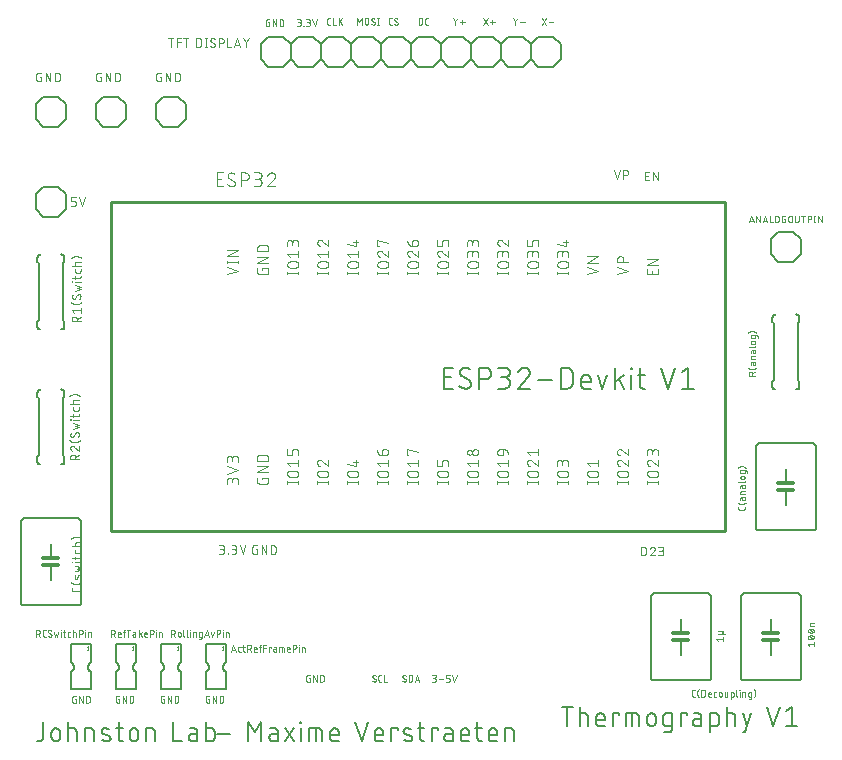
<source format=gbr>
G04 EAGLE Gerber RS-274X export*
G75*
%MOMM*%
%FSLAX34Y34*%
%LPD*%
%INSilkscreen Top*%
%IPPOS*%
%AMOC8*
5,1,8,0,0,1.08239X$1,22.5*%
G01*
%ADD10C,0.152400*%
%ADD11C,0.076200*%
%ADD12C,0.050800*%
%ADD13C,0.304800*%
%ADD14C,0.203200*%
%ADD15C,0.025400*%
%ADD16C,0.254000*%
%ADD17C,0.101600*%


D10*
X868878Y254762D02*
X868878Y271018D01*
X873393Y271018D02*
X864362Y271018D01*
X879333Y271018D02*
X879333Y254762D01*
X879333Y265599D02*
X883849Y265599D01*
X883953Y265597D01*
X884056Y265591D01*
X884160Y265581D01*
X884263Y265567D01*
X884365Y265549D01*
X884466Y265528D01*
X884567Y265502D01*
X884666Y265473D01*
X884765Y265440D01*
X884862Y265403D01*
X884957Y265362D01*
X885051Y265318D01*
X885143Y265270D01*
X885233Y265219D01*
X885322Y265164D01*
X885408Y265106D01*
X885491Y265044D01*
X885573Y264980D01*
X885651Y264912D01*
X885727Y264842D01*
X885801Y264769D01*
X885871Y264692D01*
X885939Y264614D01*
X886003Y264532D01*
X886065Y264449D01*
X886123Y264363D01*
X886178Y264274D01*
X886229Y264184D01*
X886277Y264092D01*
X886321Y263998D01*
X886362Y263903D01*
X886399Y263806D01*
X886432Y263707D01*
X886461Y263608D01*
X886487Y263507D01*
X886508Y263406D01*
X886526Y263304D01*
X886540Y263201D01*
X886550Y263097D01*
X886556Y262994D01*
X886558Y262890D01*
X886558Y254762D01*
X896111Y254762D02*
X900626Y254762D01*
X896111Y254762D02*
X896010Y254764D01*
X895909Y254770D01*
X895808Y254779D01*
X895707Y254792D01*
X895607Y254809D01*
X895508Y254830D01*
X895410Y254854D01*
X895313Y254882D01*
X895216Y254914D01*
X895121Y254949D01*
X895028Y254988D01*
X894936Y255030D01*
X894845Y255076D01*
X894757Y255125D01*
X894670Y255177D01*
X894585Y255233D01*
X894502Y255291D01*
X894422Y255353D01*
X894344Y255418D01*
X894268Y255485D01*
X894195Y255555D01*
X894125Y255628D01*
X894058Y255704D01*
X893993Y255782D01*
X893931Y255862D01*
X893873Y255945D01*
X893817Y256030D01*
X893765Y256117D01*
X893716Y256205D01*
X893670Y256296D01*
X893628Y256388D01*
X893589Y256481D01*
X893554Y256576D01*
X893522Y256673D01*
X893494Y256770D01*
X893470Y256868D01*
X893449Y256967D01*
X893432Y257067D01*
X893419Y257168D01*
X893410Y257269D01*
X893404Y257370D01*
X893402Y257471D01*
X893401Y257471D02*
X893401Y261987D01*
X893402Y261987D02*
X893404Y262106D01*
X893410Y262226D01*
X893420Y262345D01*
X893434Y262463D01*
X893451Y262582D01*
X893473Y262699D01*
X893498Y262816D01*
X893528Y262931D01*
X893561Y263046D01*
X893598Y263160D01*
X893638Y263272D01*
X893683Y263383D01*
X893731Y263492D01*
X893782Y263600D01*
X893837Y263706D01*
X893896Y263810D01*
X893958Y263912D01*
X894023Y264012D01*
X894092Y264110D01*
X894164Y264206D01*
X894239Y264299D01*
X894316Y264389D01*
X894397Y264477D01*
X894481Y264562D01*
X894568Y264644D01*
X894657Y264724D01*
X894749Y264800D01*
X894843Y264874D01*
X894940Y264944D01*
X895038Y265011D01*
X895139Y265075D01*
X895243Y265135D01*
X895348Y265192D01*
X895455Y265245D01*
X895563Y265295D01*
X895673Y265341D01*
X895785Y265383D01*
X895898Y265422D01*
X896012Y265457D01*
X896127Y265488D01*
X896244Y265516D01*
X896361Y265539D01*
X896478Y265559D01*
X896597Y265575D01*
X896716Y265587D01*
X896835Y265595D01*
X896954Y265599D01*
X897074Y265599D01*
X897193Y265595D01*
X897312Y265587D01*
X897431Y265575D01*
X897550Y265559D01*
X897667Y265539D01*
X897784Y265516D01*
X897901Y265488D01*
X898016Y265457D01*
X898130Y265422D01*
X898243Y265383D01*
X898355Y265341D01*
X898465Y265295D01*
X898573Y265245D01*
X898680Y265192D01*
X898785Y265135D01*
X898889Y265075D01*
X898990Y265011D01*
X899088Y264944D01*
X899185Y264874D01*
X899279Y264800D01*
X899371Y264724D01*
X899460Y264644D01*
X899547Y264562D01*
X899631Y264477D01*
X899712Y264389D01*
X899789Y264299D01*
X899864Y264206D01*
X899936Y264110D01*
X900005Y264012D01*
X900070Y263912D01*
X900132Y263810D01*
X900191Y263706D01*
X900246Y263600D01*
X900297Y263492D01*
X900345Y263383D01*
X900390Y263272D01*
X900430Y263160D01*
X900467Y263046D01*
X900500Y262931D01*
X900530Y262816D01*
X900555Y262699D01*
X900577Y262582D01*
X900594Y262463D01*
X900608Y262345D01*
X900618Y262226D01*
X900624Y262106D01*
X900626Y261987D01*
X900626Y260181D01*
X893401Y260181D01*
X907554Y254762D02*
X907554Y265599D01*
X912973Y265599D01*
X912973Y263793D01*
X918689Y265599D02*
X918689Y254762D01*
X918689Y265599D02*
X926817Y265599D01*
X926918Y265597D01*
X927019Y265591D01*
X927120Y265582D01*
X927221Y265569D01*
X927321Y265552D01*
X927420Y265531D01*
X927518Y265507D01*
X927615Y265479D01*
X927712Y265447D01*
X927807Y265412D01*
X927900Y265373D01*
X927992Y265331D01*
X928083Y265285D01*
X928172Y265236D01*
X928258Y265184D01*
X928343Y265128D01*
X928426Y265070D01*
X928506Y265008D01*
X928584Y264943D01*
X928660Y264876D01*
X928733Y264806D01*
X928803Y264733D01*
X928870Y264657D01*
X928935Y264579D01*
X928997Y264499D01*
X929055Y264416D01*
X929111Y264331D01*
X929163Y264245D01*
X929212Y264156D01*
X929258Y264065D01*
X929300Y263973D01*
X929339Y263880D01*
X929374Y263785D01*
X929406Y263688D01*
X929434Y263591D01*
X929458Y263493D01*
X929479Y263394D01*
X929496Y263294D01*
X929509Y263193D01*
X929518Y263092D01*
X929524Y262991D01*
X929526Y262890D01*
X929527Y262890D02*
X929527Y254762D01*
X924108Y254762D02*
X924108Y265599D01*
X936648Y261987D02*
X936648Y258374D01*
X936648Y261987D02*
X936650Y262106D01*
X936656Y262226D01*
X936666Y262345D01*
X936680Y262463D01*
X936697Y262582D01*
X936719Y262699D01*
X936744Y262816D01*
X936774Y262931D01*
X936807Y263046D01*
X936844Y263160D01*
X936884Y263272D01*
X936929Y263383D01*
X936977Y263492D01*
X937028Y263600D01*
X937083Y263706D01*
X937142Y263810D01*
X937204Y263912D01*
X937269Y264012D01*
X937338Y264110D01*
X937410Y264206D01*
X937485Y264299D01*
X937562Y264389D01*
X937643Y264477D01*
X937727Y264562D01*
X937814Y264644D01*
X937903Y264724D01*
X937995Y264800D01*
X938089Y264874D01*
X938186Y264944D01*
X938284Y265011D01*
X938385Y265075D01*
X938489Y265135D01*
X938594Y265192D01*
X938701Y265245D01*
X938809Y265295D01*
X938919Y265341D01*
X939031Y265383D01*
X939144Y265422D01*
X939258Y265457D01*
X939373Y265488D01*
X939490Y265516D01*
X939607Y265539D01*
X939724Y265559D01*
X939843Y265575D01*
X939962Y265587D01*
X940081Y265595D01*
X940200Y265599D01*
X940320Y265599D01*
X940439Y265595D01*
X940558Y265587D01*
X940677Y265575D01*
X940796Y265559D01*
X940913Y265539D01*
X941030Y265516D01*
X941147Y265488D01*
X941262Y265457D01*
X941376Y265422D01*
X941489Y265383D01*
X941601Y265341D01*
X941711Y265295D01*
X941819Y265245D01*
X941926Y265192D01*
X942031Y265135D01*
X942135Y265075D01*
X942236Y265011D01*
X942334Y264944D01*
X942431Y264874D01*
X942525Y264800D01*
X942617Y264724D01*
X942706Y264644D01*
X942793Y264562D01*
X942877Y264477D01*
X942958Y264389D01*
X943035Y264299D01*
X943110Y264206D01*
X943182Y264110D01*
X943251Y264012D01*
X943316Y263912D01*
X943378Y263810D01*
X943437Y263706D01*
X943492Y263600D01*
X943543Y263492D01*
X943591Y263383D01*
X943636Y263272D01*
X943676Y263160D01*
X943713Y263046D01*
X943746Y262931D01*
X943776Y262816D01*
X943801Y262699D01*
X943823Y262582D01*
X943840Y262463D01*
X943854Y262345D01*
X943864Y262226D01*
X943870Y262106D01*
X943872Y261987D01*
X943873Y261987D02*
X943873Y258374D01*
X943872Y258374D02*
X943870Y258255D01*
X943864Y258135D01*
X943854Y258016D01*
X943840Y257898D01*
X943823Y257779D01*
X943801Y257662D01*
X943776Y257545D01*
X943746Y257430D01*
X943713Y257315D01*
X943676Y257201D01*
X943636Y257089D01*
X943591Y256978D01*
X943543Y256869D01*
X943492Y256761D01*
X943437Y256655D01*
X943378Y256551D01*
X943316Y256449D01*
X943251Y256349D01*
X943182Y256251D01*
X943110Y256155D01*
X943035Y256062D01*
X942958Y255972D01*
X942877Y255884D01*
X942793Y255799D01*
X942706Y255717D01*
X942617Y255637D01*
X942525Y255561D01*
X942431Y255487D01*
X942334Y255417D01*
X942236Y255350D01*
X942135Y255286D01*
X942031Y255226D01*
X941926Y255169D01*
X941819Y255116D01*
X941711Y255066D01*
X941601Y255020D01*
X941489Y254978D01*
X941376Y254939D01*
X941262Y254904D01*
X941147Y254873D01*
X941030Y254845D01*
X940913Y254822D01*
X940796Y254802D01*
X940677Y254786D01*
X940558Y254774D01*
X940439Y254766D01*
X940320Y254762D01*
X940200Y254762D01*
X940081Y254766D01*
X939962Y254774D01*
X939843Y254786D01*
X939724Y254802D01*
X939607Y254822D01*
X939490Y254845D01*
X939373Y254873D01*
X939258Y254904D01*
X939144Y254939D01*
X939031Y254978D01*
X938919Y255020D01*
X938809Y255066D01*
X938701Y255116D01*
X938594Y255169D01*
X938489Y255226D01*
X938385Y255286D01*
X938284Y255350D01*
X938186Y255417D01*
X938089Y255487D01*
X937995Y255561D01*
X937903Y255637D01*
X937814Y255717D01*
X937727Y255799D01*
X937643Y255884D01*
X937562Y255972D01*
X937485Y256062D01*
X937410Y256155D01*
X937338Y256251D01*
X937269Y256349D01*
X937204Y256449D01*
X937142Y256551D01*
X937083Y256655D01*
X937028Y256761D01*
X936977Y256869D01*
X936929Y256978D01*
X936884Y257089D01*
X936844Y257201D01*
X936807Y257315D01*
X936774Y257430D01*
X936744Y257545D01*
X936719Y257662D01*
X936697Y257779D01*
X936680Y257898D01*
X936666Y258016D01*
X936656Y258135D01*
X936650Y258255D01*
X936648Y258374D01*
X952831Y254762D02*
X957346Y254762D01*
X952831Y254762D02*
X952730Y254764D01*
X952629Y254770D01*
X952528Y254779D01*
X952427Y254792D01*
X952327Y254809D01*
X952228Y254830D01*
X952130Y254854D01*
X952033Y254882D01*
X951936Y254914D01*
X951841Y254949D01*
X951748Y254988D01*
X951656Y255030D01*
X951565Y255076D01*
X951477Y255125D01*
X951390Y255177D01*
X951305Y255233D01*
X951222Y255291D01*
X951142Y255353D01*
X951064Y255418D01*
X950988Y255485D01*
X950915Y255555D01*
X950845Y255628D01*
X950778Y255704D01*
X950713Y255782D01*
X950651Y255862D01*
X950593Y255945D01*
X950537Y256030D01*
X950485Y256117D01*
X950436Y256205D01*
X950390Y256296D01*
X950348Y256388D01*
X950309Y256481D01*
X950274Y256576D01*
X950242Y256673D01*
X950214Y256770D01*
X950190Y256868D01*
X950169Y256967D01*
X950152Y257067D01*
X950139Y257168D01*
X950130Y257269D01*
X950124Y257370D01*
X950122Y257471D01*
X950122Y262890D01*
X950124Y262991D01*
X950130Y263092D01*
X950139Y263193D01*
X950152Y263294D01*
X950169Y263394D01*
X950190Y263493D01*
X950214Y263591D01*
X950242Y263688D01*
X950274Y263785D01*
X950309Y263880D01*
X950348Y263973D01*
X950390Y264065D01*
X950436Y264156D01*
X950485Y264245D01*
X950537Y264331D01*
X950593Y264416D01*
X950651Y264499D01*
X950713Y264579D01*
X950778Y264657D01*
X950845Y264733D01*
X950915Y264806D01*
X950988Y264876D01*
X951064Y264943D01*
X951142Y265008D01*
X951222Y265070D01*
X951305Y265128D01*
X951390Y265184D01*
X951477Y265236D01*
X951565Y265285D01*
X951656Y265331D01*
X951748Y265373D01*
X951841Y265412D01*
X951936Y265447D01*
X952033Y265479D01*
X952130Y265507D01*
X952228Y265531D01*
X952327Y265552D01*
X952427Y265569D01*
X952528Y265582D01*
X952629Y265591D01*
X952730Y265597D01*
X952831Y265599D01*
X957346Y265599D01*
X957346Y252053D01*
X957344Y251949D01*
X957338Y251846D01*
X957328Y251742D01*
X957314Y251639D01*
X957296Y251537D01*
X957275Y251436D01*
X957249Y251335D01*
X957220Y251236D01*
X957187Y251137D01*
X957150Y251040D01*
X957109Y250945D01*
X957065Y250851D01*
X957017Y250759D01*
X956966Y250669D01*
X956911Y250580D01*
X956853Y250494D01*
X956791Y250411D01*
X956727Y250329D01*
X956659Y250251D01*
X956589Y250175D01*
X956516Y250101D01*
X956439Y250031D01*
X956361Y249963D01*
X956279Y249899D01*
X956196Y249837D01*
X956110Y249779D01*
X956021Y249724D01*
X955931Y249673D01*
X955839Y249625D01*
X955745Y249581D01*
X955650Y249540D01*
X955553Y249503D01*
X955454Y249470D01*
X955355Y249441D01*
X955254Y249415D01*
X955153Y249394D01*
X955051Y249376D01*
X954948Y249362D01*
X954844Y249352D01*
X954741Y249346D01*
X954637Y249344D01*
X954637Y249343D02*
X951025Y249343D01*
X964869Y254762D02*
X964869Y265599D01*
X970287Y265599D01*
X970287Y263793D01*
X978292Y261084D02*
X982356Y261084D01*
X978292Y261084D02*
X978180Y261082D01*
X978069Y261076D01*
X977958Y261066D01*
X977847Y261053D01*
X977737Y261035D01*
X977628Y261013D01*
X977519Y260988D01*
X977411Y260959D01*
X977305Y260926D01*
X977199Y260889D01*
X977095Y260849D01*
X976993Y260805D01*
X976892Y260757D01*
X976793Y260706D01*
X976695Y260651D01*
X976600Y260593D01*
X976507Y260532D01*
X976416Y260467D01*
X976327Y260399D01*
X976241Y260328D01*
X976158Y260255D01*
X976077Y260178D01*
X975998Y260098D01*
X975923Y260016D01*
X975851Y259931D01*
X975781Y259844D01*
X975715Y259754D01*
X975652Y259662D01*
X975592Y259567D01*
X975536Y259471D01*
X975483Y259373D01*
X975434Y259273D01*
X975388Y259171D01*
X975346Y259068D01*
X975307Y258963D01*
X975272Y258857D01*
X975241Y258750D01*
X975214Y258642D01*
X975190Y258533D01*
X975171Y258423D01*
X975155Y258313D01*
X975143Y258202D01*
X975135Y258090D01*
X975131Y257979D01*
X975131Y257867D01*
X975135Y257756D01*
X975143Y257644D01*
X975155Y257533D01*
X975171Y257423D01*
X975190Y257313D01*
X975214Y257204D01*
X975241Y257096D01*
X975272Y256989D01*
X975307Y256883D01*
X975346Y256778D01*
X975388Y256675D01*
X975434Y256573D01*
X975483Y256473D01*
X975536Y256375D01*
X975592Y256279D01*
X975652Y256184D01*
X975715Y256092D01*
X975781Y256002D01*
X975851Y255915D01*
X975923Y255830D01*
X975998Y255748D01*
X976077Y255668D01*
X976158Y255591D01*
X976241Y255518D01*
X976327Y255447D01*
X976416Y255379D01*
X976507Y255314D01*
X976600Y255253D01*
X976695Y255195D01*
X976793Y255140D01*
X976892Y255089D01*
X976993Y255041D01*
X977095Y254997D01*
X977199Y254957D01*
X977305Y254920D01*
X977411Y254887D01*
X977519Y254858D01*
X977628Y254833D01*
X977737Y254811D01*
X977847Y254793D01*
X977958Y254780D01*
X978069Y254770D01*
X978180Y254764D01*
X978292Y254762D01*
X982356Y254762D01*
X982356Y262890D01*
X982354Y262991D01*
X982348Y263092D01*
X982339Y263193D01*
X982326Y263294D01*
X982309Y263394D01*
X982288Y263493D01*
X982264Y263591D01*
X982236Y263688D01*
X982204Y263785D01*
X982169Y263880D01*
X982130Y263973D01*
X982088Y264065D01*
X982042Y264156D01*
X981993Y264245D01*
X981941Y264331D01*
X981885Y264416D01*
X981827Y264499D01*
X981765Y264579D01*
X981700Y264657D01*
X981633Y264733D01*
X981563Y264806D01*
X981490Y264876D01*
X981414Y264943D01*
X981336Y265008D01*
X981256Y265070D01*
X981173Y265128D01*
X981088Y265184D01*
X981002Y265236D01*
X980913Y265285D01*
X980822Y265331D01*
X980730Y265373D01*
X980637Y265412D01*
X980542Y265447D01*
X980445Y265479D01*
X980348Y265507D01*
X980250Y265531D01*
X980151Y265552D01*
X980051Y265569D01*
X979950Y265582D01*
X979849Y265591D01*
X979748Y265597D01*
X979647Y265599D01*
X976035Y265599D01*
X989867Y265599D02*
X989867Y249343D01*
X989867Y265599D02*
X994383Y265599D01*
X994487Y265597D01*
X994590Y265591D01*
X994694Y265581D01*
X994797Y265567D01*
X994899Y265549D01*
X995000Y265528D01*
X995101Y265502D01*
X995200Y265473D01*
X995299Y265440D01*
X995396Y265403D01*
X995491Y265362D01*
X995585Y265318D01*
X995677Y265270D01*
X995767Y265219D01*
X995856Y265164D01*
X995942Y265106D01*
X996025Y265044D01*
X996107Y264980D01*
X996185Y264912D01*
X996261Y264842D01*
X996335Y264769D01*
X996405Y264692D01*
X996473Y264614D01*
X996537Y264532D01*
X996599Y264449D01*
X996657Y264363D01*
X996712Y264274D01*
X996763Y264184D01*
X996811Y264092D01*
X996855Y263998D01*
X996896Y263903D01*
X996933Y263806D01*
X996966Y263707D01*
X996995Y263608D01*
X997021Y263507D01*
X997042Y263406D01*
X997060Y263304D01*
X997074Y263201D01*
X997084Y263097D01*
X997090Y262994D01*
X997092Y262890D01*
X997092Y257471D01*
X997090Y257370D01*
X997084Y257269D01*
X997075Y257168D01*
X997062Y257067D01*
X997045Y256967D01*
X997024Y256868D01*
X997000Y256770D01*
X996972Y256673D01*
X996940Y256576D01*
X996905Y256481D01*
X996866Y256388D01*
X996824Y256296D01*
X996778Y256205D01*
X996729Y256116D01*
X996677Y256030D01*
X996621Y255945D01*
X996563Y255862D01*
X996501Y255782D01*
X996436Y255704D01*
X996369Y255628D01*
X996299Y255555D01*
X996226Y255485D01*
X996150Y255418D01*
X996072Y255353D01*
X995992Y255291D01*
X995909Y255233D01*
X995824Y255177D01*
X995738Y255125D01*
X995649Y255076D01*
X995558Y255030D01*
X995466Y254988D01*
X995373Y254949D01*
X995278Y254914D01*
X995181Y254882D01*
X995084Y254854D01*
X994986Y254830D01*
X994887Y254809D01*
X994787Y254792D01*
X994686Y254779D01*
X994585Y254770D01*
X994484Y254764D01*
X994383Y254762D01*
X989867Y254762D01*
X1003862Y254762D02*
X1003862Y271018D01*
X1003862Y265599D02*
X1008377Y265599D01*
X1008481Y265597D01*
X1008584Y265591D01*
X1008688Y265581D01*
X1008791Y265567D01*
X1008893Y265549D01*
X1008994Y265528D01*
X1009095Y265502D01*
X1009194Y265473D01*
X1009293Y265440D01*
X1009390Y265403D01*
X1009485Y265362D01*
X1009579Y265318D01*
X1009671Y265270D01*
X1009761Y265219D01*
X1009850Y265164D01*
X1009936Y265106D01*
X1010019Y265044D01*
X1010101Y264980D01*
X1010179Y264912D01*
X1010255Y264842D01*
X1010329Y264769D01*
X1010399Y264692D01*
X1010467Y264614D01*
X1010531Y264532D01*
X1010593Y264449D01*
X1010651Y264363D01*
X1010706Y264274D01*
X1010757Y264184D01*
X1010805Y264092D01*
X1010849Y263998D01*
X1010890Y263903D01*
X1010927Y263806D01*
X1010960Y263707D01*
X1010989Y263608D01*
X1011015Y263507D01*
X1011036Y263406D01*
X1011054Y263304D01*
X1011068Y263201D01*
X1011078Y263097D01*
X1011084Y262994D01*
X1011086Y262890D01*
X1011087Y262890D02*
X1011087Y254762D01*
X1017409Y249343D02*
X1019215Y249343D01*
X1024634Y265599D01*
X1017409Y265599D02*
X1021021Y254762D01*
X1043426Y254762D02*
X1038007Y271018D01*
X1048845Y271018D02*
X1043426Y254762D01*
X1054542Y267406D02*
X1059057Y271018D01*
X1059057Y254762D01*
X1054542Y254762D02*
X1063573Y254762D01*
X425281Y258318D02*
X425281Y245674D01*
X425280Y245674D02*
X425278Y245556D01*
X425272Y245438D01*
X425263Y245320D01*
X425249Y245203D01*
X425232Y245086D01*
X425211Y244969D01*
X425186Y244854D01*
X425157Y244739D01*
X425124Y244625D01*
X425088Y244513D01*
X425048Y244402D01*
X425005Y244292D01*
X424958Y244183D01*
X424908Y244076D01*
X424853Y243971D01*
X424796Y243868D01*
X424735Y243767D01*
X424671Y243667D01*
X424604Y243570D01*
X424534Y243475D01*
X424460Y243383D01*
X424384Y243292D01*
X424304Y243205D01*
X424222Y243120D01*
X424137Y243038D01*
X424050Y242958D01*
X423959Y242882D01*
X423867Y242808D01*
X423772Y242738D01*
X423675Y242671D01*
X423575Y242607D01*
X423474Y242546D01*
X423371Y242489D01*
X423266Y242434D01*
X423159Y242384D01*
X423050Y242337D01*
X422940Y242294D01*
X422829Y242254D01*
X422717Y242218D01*
X422603Y242185D01*
X422488Y242156D01*
X422373Y242131D01*
X422256Y242110D01*
X422139Y242093D01*
X422022Y242079D01*
X421904Y242070D01*
X421786Y242064D01*
X421668Y242062D01*
X419862Y242062D01*
X432209Y245674D02*
X432209Y249287D01*
X432211Y249406D01*
X432217Y249526D01*
X432227Y249645D01*
X432241Y249763D01*
X432258Y249882D01*
X432280Y249999D01*
X432305Y250116D01*
X432335Y250231D01*
X432368Y250346D01*
X432405Y250460D01*
X432445Y250572D01*
X432490Y250683D01*
X432538Y250792D01*
X432589Y250900D01*
X432644Y251006D01*
X432703Y251110D01*
X432765Y251212D01*
X432830Y251312D01*
X432899Y251410D01*
X432971Y251506D01*
X433046Y251599D01*
X433123Y251689D01*
X433204Y251777D01*
X433288Y251862D01*
X433375Y251944D01*
X433464Y252024D01*
X433556Y252100D01*
X433650Y252174D01*
X433747Y252244D01*
X433845Y252311D01*
X433946Y252375D01*
X434050Y252435D01*
X434155Y252492D01*
X434262Y252545D01*
X434370Y252595D01*
X434480Y252641D01*
X434592Y252683D01*
X434705Y252722D01*
X434819Y252757D01*
X434934Y252788D01*
X435051Y252816D01*
X435168Y252839D01*
X435285Y252859D01*
X435404Y252875D01*
X435523Y252887D01*
X435642Y252895D01*
X435761Y252899D01*
X435881Y252899D01*
X436000Y252895D01*
X436119Y252887D01*
X436238Y252875D01*
X436357Y252859D01*
X436474Y252839D01*
X436591Y252816D01*
X436708Y252788D01*
X436823Y252757D01*
X436937Y252722D01*
X437050Y252683D01*
X437162Y252641D01*
X437272Y252595D01*
X437380Y252545D01*
X437487Y252492D01*
X437592Y252435D01*
X437696Y252375D01*
X437797Y252311D01*
X437895Y252244D01*
X437992Y252174D01*
X438086Y252100D01*
X438178Y252024D01*
X438267Y251944D01*
X438354Y251862D01*
X438438Y251777D01*
X438519Y251689D01*
X438596Y251599D01*
X438671Y251506D01*
X438743Y251410D01*
X438812Y251312D01*
X438877Y251212D01*
X438939Y251110D01*
X438998Y251006D01*
X439053Y250900D01*
X439104Y250792D01*
X439152Y250683D01*
X439197Y250572D01*
X439237Y250460D01*
X439274Y250346D01*
X439307Y250231D01*
X439337Y250116D01*
X439362Y249999D01*
X439384Y249882D01*
X439401Y249763D01*
X439415Y249645D01*
X439425Y249526D01*
X439431Y249406D01*
X439433Y249287D01*
X439434Y249287D02*
X439434Y245674D01*
X439433Y245674D02*
X439431Y245555D01*
X439425Y245435D01*
X439415Y245316D01*
X439401Y245198D01*
X439384Y245079D01*
X439362Y244962D01*
X439337Y244845D01*
X439307Y244730D01*
X439274Y244615D01*
X439237Y244501D01*
X439197Y244389D01*
X439152Y244278D01*
X439104Y244169D01*
X439053Y244061D01*
X438998Y243955D01*
X438939Y243851D01*
X438877Y243749D01*
X438812Y243649D01*
X438743Y243551D01*
X438671Y243455D01*
X438596Y243362D01*
X438519Y243272D01*
X438438Y243184D01*
X438354Y243099D01*
X438267Y243017D01*
X438178Y242937D01*
X438086Y242861D01*
X437992Y242787D01*
X437895Y242717D01*
X437797Y242650D01*
X437696Y242586D01*
X437592Y242526D01*
X437487Y242469D01*
X437380Y242416D01*
X437272Y242366D01*
X437162Y242320D01*
X437050Y242278D01*
X436937Y242239D01*
X436823Y242204D01*
X436708Y242173D01*
X436591Y242145D01*
X436474Y242122D01*
X436357Y242102D01*
X436238Y242086D01*
X436119Y242074D01*
X436000Y242066D01*
X435881Y242062D01*
X435761Y242062D01*
X435642Y242066D01*
X435523Y242074D01*
X435404Y242086D01*
X435285Y242102D01*
X435168Y242122D01*
X435051Y242145D01*
X434934Y242173D01*
X434819Y242204D01*
X434705Y242239D01*
X434592Y242278D01*
X434480Y242320D01*
X434370Y242366D01*
X434262Y242416D01*
X434155Y242469D01*
X434050Y242526D01*
X433946Y242586D01*
X433845Y242650D01*
X433747Y242717D01*
X433650Y242787D01*
X433556Y242861D01*
X433464Y242937D01*
X433375Y243017D01*
X433288Y243099D01*
X433204Y243184D01*
X433123Y243272D01*
X433046Y243362D01*
X432971Y243455D01*
X432899Y243551D01*
X432830Y243649D01*
X432765Y243749D01*
X432703Y243851D01*
X432644Y243955D01*
X432589Y244061D01*
X432538Y244169D01*
X432490Y244278D01*
X432445Y244389D01*
X432405Y244501D01*
X432368Y244615D01*
X432335Y244730D01*
X432305Y244845D01*
X432280Y244962D01*
X432258Y245079D01*
X432241Y245198D01*
X432227Y245316D01*
X432217Y245435D01*
X432211Y245555D01*
X432209Y245674D01*
X446277Y242062D02*
X446277Y258318D01*
X446277Y252899D02*
X450792Y252899D01*
X450896Y252897D01*
X450999Y252891D01*
X451103Y252881D01*
X451206Y252867D01*
X451308Y252849D01*
X451409Y252828D01*
X451510Y252802D01*
X451609Y252773D01*
X451708Y252740D01*
X451805Y252703D01*
X451900Y252662D01*
X451994Y252618D01*
X452086Y252570D01*
X452176Y252519D01*
X452265Y252464D01*
X452351Y252406D01*
X452434Y252344D01*
X452516Y252280D01*
X452594Y252212D01*
X452670Y252142D01*
X452744Y252069D01*
X452814Y251992D01*
X452882Y251914D01*
X452946Y251832D01*
X453008Y251749D01*
X453066Y251663D01*
X453121Y251574D01*
X453172Y251484D01*
X453220Y251392D01*
X453264Y251298D01*
X453305Y251203D01*
X453342Y251106D01*
X453375Y251007D01*
X453404Y250908D01*
X453430Y250807D01*
X453451Y250706D01*
X453469Y250604D01*
X453483Y250501D01*
X453493Y250397D01*
X453499Y250294D01*
X453501Y250190D01*
X453502Y250190D02*
X453502Y242062D01*
X460866Y242062D02*
X460866Y252899D01*
X465382Y252899D01*
X465486Y252897D01*
X465589Y252891D01*
X465693Y252881D01*
X465796Y252867D01*
X465898Y252849D01*
X465999Y252828D01*
X466100Y252802D01*
X466199Y252773D01*
X466298Y252740D01*
X466395Y252703D01*
X466490Y252662D01*
X466584Y252618D01*
X466676Y252570D01*
X466766Y252519D01*
X466855Y252464D01*
X466941Y252406D01*
X467024Y252344D01*
X467106Y252280D01*
X467184Y252212D01*
X467260Y252142D01*
X467334Y252069D01*
X467404Y251992D01*
X467472Y251914D01*
X467536Y251832D01*
X467598Y251749D01*
X467656Y251663D01*
X467711Y251574D01*
X467762Y251484D01*
X467810Y251392D01*
X467854Y251298D01*
X467895Y251203D01*
X467932Y251106D01*
X467965Y251007D01*
X467994Y250908D01*
X468020Y250807D01*
X468041Y250706D01*
X468059Y250604D01*
X468073Y250501D01*
X468083Y250397D01*
X468089Y250294D01*
X468091Y250190D01*
X468091Y242062D01*
X476289Y248384D02*
X480804Y246578D01*
X476288Y248384D02*
X476200Y248421D01*
X476114Y248462D01*
X476029Y248506D01*
X475946Y248554D01*
X475866Y248605D01*
X475787Y248659D01*
X475711Y248717D01*
X475637Y248777D01*
X475565Y248841D01*
X475497Y248907D01*
X475431Y248977D01*
X475368Y249048D01*
X475307Y249123D01*
X475250Y249199D01*
X475197Y249278D01*
X475146Y249359D01*
X475099Y249442D01*
X475055Y249527D01*
X475015Y249614D01*
X474978Y249702D01*
X474945Y249792D01*
X474915Y249883D01*
X474890Y249975D01*
X474868Y250068D01*
X474850Y250162D01*
X474835Y250256D01*
X474825Y250351D01*
X474819Y250447D01*
X474816Y250542D01*
X474817Y250638D01*
X474823Y250733D01*
X474832Y250829D01*
X474845Y250923D01*
X474861Y251017D01*
X474882Y251111D01*
X474907Y251203D01*
X474935Y251294D01*
X474967Y251384D01*
X475002Y251473D01*
X475041Y251560D01*
X475084Y251646D01*
X475130Y251730D01*
X475180Y251811D01*
X475232Y251891D01*
X475288Y251969D01*
X475348Y252044D01*
X475410Y252116D01*
X475475Y252186D01*
X475543Y252254D01*
X475613Y252318D01*
X475686Y252380D01*
X475762Y252438D01*
X475840Y252494D01*
X475920Y252546D01*
X476002Y252595D01*
X476086Y252640D01*
X476172Y252682D01*
X476259Y252721D01*
X476348Y252756D01*
X476439Y252787D01*
X476530Y252814D01*
X476623Y252838D01*
X476716Y252858D01*
X476810Y252874D01*
X476905Y252886D01*
X477000Y252895D01*
X477096Y252899D01*
X477191Y252900D01*
X477438Y252893D01*
X477684Y252881D01*
X477930Y252863D01*
X478176Y252838D01*
X478420Y252808D01*
X478664Y252772D01*
X478907Y252731D01*
X479149Y252683D01*
X479390Y252629D01*
X479629Y252570D01*
X479867Y252505D01*
X480103Y252434D01*
X480338Y252358D01*
X480571Y252276D01*
X480801Y252188D01*
X481029Y252095D01*
X481256Y251997D01*
X480805Y246577D02*
X480893Y246540D01*
X480979Y246499D01*
X481064Y246455D01*
X481147Y246407D01*
X481227Y246356D01*
X481306Y246302D01*
X481382Y246244D01*
X481456Y246184D01*
X481528Y246120D01*
X481596Y246054D01*
X481662Y245984D01*
X481725Y245913D01*
X481786Y245838D01*
X481843Y245762D01*
X481896Y245683D01*
X481947Y245602D01*
X481994Y245519D01*
X482038Y245434D01*
X482078Y245347D01*
X482115Y245259D01*
X482148Y245169D01*
X482178Y245078D01*
X482203Y244986D01*
X482225Y244893D01*
X482243Y244799D01*
X482258Y244705D01*
X482268Y244610D01*
X482274Y244514D01*
X482277Y244419D01*
X482276Y244323D01*
X482270Y244228D01*
X482261Y244132D01*
X482248Y244038D01*
X482232Y243944D01*
X482211Y243850D01*
X482186Y243758D01*
X482158Y243667D01*
X482126Y243577D01*
X482091Y243488D01*
X482052Y243401D01*
X482009Y243315D01*
X481963Y243231D01*
X481913Y243150D01*
X481861Y243070D01*
X481805Y242992D01*
X481745Y242917D01*
X481683Y242845D01*
X481618Y242775D01*
X481550Y242707D01*
X481480Y242643D01*
X481407Y242581D01*
X481331Y242523D01*
X481253Y242467D01*
X481173Y242415D01*
X481091Y242366D01*
X481007Y242321D01*
X480921Y242279D01*
X480834Y242240D01*
X480745Y242205D01*
X480654Y242174D01*
X480563Y242147D01*
X480470Y242123D01*
X480377Y242103D01*
X480283Y242087D01*
X480188Y242075D01*
X480093Y242066D01*
X479997Y242062D01*
X479902Y242061D01*
X479901Y242062D02*
X479539Y242071D01*
X479177Y242089D01*
X478816Y242116D01*
X478456Y242151D01*
X478096Y242194D01*
X477737Y242246D01*
X477380Y242307D01*
X477025Y242376D01*
X476671Y242453D01*
X476319Y242539D01*
X475969Y242633D01*
X475621Y242736D01*
X475276Y242846D01*
X474934Y242965D01*
X487184Y252899D02*
X492603Y252899D01*
X488990Y258318D02*
X488990Y244771D01*
X488992Y244670D01*
X488998Y244569D01*
X489007Y244468D01*
X489020Y244367D01*
X489037Y244267D01*
X489058Y244168D01*
X489082Y244070D01*
X489110Y243973D01*
X489142Y243876D01*
X489177Y243781D01*
X489216Y243688D01*
X489258Y243596D01*
X489304Y243505D01*
X489353Y243417D01*
X489405Y243330D01*
X489461Y243245D01*
X489519Y243162D01*
X489581Y243082D01*
X489646Y243004D01*
X489713Y242928D01*
X489783Y242855D01*
X489856Y242785D01*
X489932Y242718D01*
X490010Y242653D01*
X490090Y242591D01*
X490173Y242533D01*
X490258Y242477D01*
X490345Y242425D01*
X490433Y242376D01*
X490524Y242330D01*
X490616Y242288D01*
X490709Y242249D01*
X490804Y242214D01*
X490901Y242182D01*
X490998Y242154D01*
X491096Y242130D01*
X491195Y242109D01*
X491295Y242092D01*
X491396Y242079D01*
X491497Y242070D01*
X491598Y242064D01*
X491699Y242062D01*
X492603Y242062D01*
X498381Y245674D02*
X498381Y249287D01*
X498383Y249406D01*
X498389Y249526D01*
X498399Y249645D01*
X498413Y249763D01*
X498430Y249882D01*
X498452Y249999D01*
X498477Y250116D01*
X498507Y250231D01*
X498540Y250346D01*
X498577Y250460D01*
X498617Y250572D01*
X498662Y250683D01*
X498710Y250792D01*
X498761Y250900D01*
X498816Y251006D01*
X498875Y251110D01*
X498937Y251212D01*
X499002Y251312D01*
X499071Y251410D01*
X499143Y251506D01*
X499218Y251599D01*
X499295Y251689D01*
X499376Y251777D01*
X499460Y251862D01*
X499547Y251944D01*
X499636Y252024D01*
X499728Y252100D01*
X499822Y252174D01*
X499919Y252244D01*
X500017Y252311D01*
X500118Y252375D01*
X500222Y252435D01*
X500327Y252492D01*
X500434Y252545D01*
X500542Y252595D01*
X500652Y252641D01*
X500764Y252683D01*
X500877Y252722D01*
X500991Y252757D01*
X501106Y252788D01*
X501223Y252816D01*
X501340Y252839D01*
X501457Y252859D01*
X501576Y252875D01*
X501695Y252887D01*
X501814Y252895D01*
X501933Y252899D01*
X502053Y252899D01*
X502172Y252895D01*
X502291Y252887D01*
X502410Y252875D01*
X502529Y252859D01*
X502646Y252839D01*
X502763Y252816D01*
X502880Y252788D01*
X502995Y252757D01*
X503109Y252722D01*
X503222Y252683D01*
X503334Y252641D01*
X503444Y252595D01*
X503552Y252545D01*
X503659Y252492D01*
X503764Y252435D01*
X503868Y252375D01*
X503969Y252311D01*
X504067Y252244D01*
X504164Y252174D01*
X504258Y252100D01*
X504350Y252024D01*
X504439Y251944D01*
X504526Y251862D01*
X504610Y251777D01*
X504691Y251689D01*
X504768Y251599D01*
X504843Y251506D01*
X504915Y251410D01*
X504984Y251312D01*
X505049Y251212D01*
X505111Y251110D01*
X505170Y251006D01*
X505225Y250900D01*
X505276Y250792D01*
X505324Y250683D01*
X505369Y250572D01*
X505409Y250460D01*
X505446Y250346D01*
X505479Y250231D01*
X505509Y250116D01*
X505534Y249999D01*
X505556Y249882D01*
X505573Y249763D01*
X505587Y249645D01*
X505597Y249526D01*
X505603Y249406D01*
X505605Y249287D01*
X505606Y249287D02*
X505606Y245674D01*
X505605Y245674D02*
X505603Y245555D01*
X505597Y245435D01*
X505587Y245316D01*
X505573Y245198D01*
X505556Y245079D01*
X505534Y244962D01*
X505509Y244845D01*
X505479Y244730D01*
X505446Y244615D01*
X505409Y244501D01*
X505369Y244389D01*
X505324Y244278D01*
X505276Y244169D01*
X505225Y244061D01*
X505170Y243955D01*
X505111Y243851D01*
X505049Y243749D01*
X504984Y243649D01*
X504915Y243551D01*
X504843Y243455D01*
X504768Y243362D01*
X504691Y243272D01*
X504610Y243184D01*
X504526Y243099D01*
X504439Y243017D01*
X504350Y242937D01*
X504258Y242861D01*
X504164Y242787D01*
X504067Y242717D01*
X503969Y242650D01*
X503868Y242586D01*
X503764Y242526D01*
X503659Y242469D01*
X503552Y242416D01*
X503444Y242366D01*
X503334Y242320D01*
X503222Y242278D01*
X503109Y242239D01*
X502995Y242204D01*
X502880Y242173D01*
X502763Y242145D01*
X502646Y242122D01*
X502529Y242102D01*
X502410Y242086D01*
X502291Y242074D01*
X502172Y242066D01*
X502053Y242062D01*
X501933Y242062D01*
X501814Y242066D01*
X501695Y242074D01*
X501576Y242086D01*
X501457Y242102D01*
X501340Y242122D01*
X501223Y242145D01*
X501106Y242173D01*
X500991Y242204D01*
X500877Y242239D01*
X500764Y242278D01*
X500652Y242320D01*
X500542Y242366D01*
X500434Y242416D01*
X500327Y242469D01*
X500222Y242526D01*
X500118Y242586D01*
X500017Y242650D01*
X499919Y242717D01*
X499822Y242787D01*
X499728Y242861D01*
X499636Y242937D01*
X499547Y243017D01*
X499460Y243099D01*
X499376Y243184D01*
X499295Y243272D01*
X499218Y243362D01*
X499143Y243455D01*
X499071Y243551D01*
X499002Y243649D01*
X498937Y243749D01*
X498875Y243851D01*
X498816Y243955D01*
X498761Y244061D01*
X498710Y244169D01*
X498662Y244278D01*
X498617Y244389D01*
X498577Y244501D01*
X498540Y244615D01*
X498507Y244730D01*
X498477Y244845D01*
X498452Y244962D01*
X498430Y245079D01*
X498413Y245198D01*
X498399Y245316D01*
X498389Y245435D01*
X498383Y245555D01*
X498381Y245674D01*
X512449Y242062D02*
X512449Y252899D01*
X516965Y252899D01*
X517069Y252897D01*
X517172Y252891D01*
X517276Y252881D01*
X517379Y252867D01*
X517481Y252849D01*
X517582Y252828D01*
X517683Y252802D01*
X517782Y252773D01*
X517881Y252740D01*
X517978Y252703D01*
X518073Y252662D01*
X518167Y252618D01*
X518259Y252570D01*
X518349Y252519D01*
X518438Y252464D01*
X518524Y252406D01*
X518607Y252344D01*
X518689Y252280D01*
X518767Y252212D01*
X518843Y252142D01*
X518917Y252069D01*
X518987Y251992D01*
X519055Y251914D01*
X519119Y251832D01*
X519181Y251749D01*
X519239Y251663D01*
X519294Y251574D01*
X519345Y251484D01*
X519393Y251392D01*
X519437Y251298D01*
X519478Y251203D01*
X519515Y251106D01*
X519548Y251007D01*
X519577Y250908D01*
X519603Y250807D01*
X519624Y250706D01*
X519642Y250604D01*
X519656Y250501D01*
X519666Y250397D01*
X519672Y250294D01*
X519674Y250190D01*
X519674Y242062D01*
X535544Y242062D02*
X535544Y258318D01*
X535544Y242062D02*
X542768Y242062D01*
X551488Y248384D02*
X555552Y248384D01*
X551488Y248384D02*
X551376Y248382D01*
X551265Y248376D01*
X551154Y248366D01*
X551043Y248353D01*
X550933Y248335D01*
X550824Y248313D01*
X550715Y248288D01*
X550607Y248259D01*
X550501Y248226D01*
X550395Y248189D01*
X550291Y248149D01*
X550189Y248105D01*
X550088Y248057D01*
X549989Y248006D01*
X549891Y247951D01*
X549796Y247893D01*
X549703Y247832D01*
X549612Y247767D01*
X549523Y247699D01*
X549437Y247628D01*
X549354Y247555D01*
X549273Y247478D01*
X549194Y247398D01*
X549119Y247316D01*
X549047Y247231D01*
X548977Y247144D01*
X548911Y247054D01*
X548848Y246962D01*
X548788Y246867D01*
X548732Y246771D01*
X548679Y246673D01*
X548630Y246573D01*
X548584Y246471D01*
X548542Y246368D01*
X548503Y246263D01*
X548468Y246157D01*
X548437Y246050D01*
X548410Y245942D01*
X548386Y245833D01*
X548367Y245723D01*
X548351Y245613D01*
X548339Y245502D01*
X548331Y245390D01*
X548327Y245279D01*
X548327Y245167D01*
X548331Y245056D01*
X548339Y244944D01*
X548351Y244833D01*
X548367Y244723D01*
X548386Y244613D01*
X548410Y244504D01*
X548437Y244396D01*
X548468Y244289D01*
X548503Y244183D01*
X548542Y244078D01*
X548584Y243975D01*
X548630Y243873D01*
X548679Y243773D01*
X548732Y243675D01*
X548788Y243579D01*
X548848Y243484D01*
X548911Y243392D01*
X548977Y243302D01*
X549047Y243215D01*
X549119Y243130D01*
X549194Y243048D01*
X549273Y242968D01*
X549354Y242891D01*
X549437Y242818D01*
X549523Y242747D01*
X549612Y242679D01*
X549703Y242614D01*
X549796Y242553D01*
X549891Y242495D01*
X549989Y242440D01*
X550088Y242389D01*
X550189Y242341D01*
X550291Y242297D01*
X550395Y242257D01*
X550501Y242220D01*
X550607Y242187D01*
X550715Y242158D01*
X550824Y242133D01*
X550933Y242111D01*
X551043Y242093D01*
X551154Y242080D01*
X551265Y242070D01*
X551376Y242064D01*
X551488Y242062D01*
X555552Y242062D01*
X555552Y250190D01*
X555550Y250291D01*
X555544Y250392D01*
X555535Y250493D01*
X555522Y250594D01*
X555505Y250694D01*
X555484Y250793D01*
X555460Y250891D01*
X555432Y250988D01*
X555400Y251085D01*
X555365Y251180D01*
X555326Y251273D01*
X555284Y251365D01*
X555238Y251456D01*
X555189Y251545D01*
X555137Y251631D01*
X555081Y251716D01*
X555023Y251799D01*
X554961Y251879D01*
X554896Y251957D01*
X554829Y252033D01*
X554759Y252106D01*
X554686Y252176D01*
X554610Y252243D01*
X554532Y252308D01*
X554452Y252370D01*
X554369Y252428D01*
X554284Y252484D01*
X554198Y252536D01*
X554109Y252585D01*
X554018Y252631D01*
X553926Y252673D01*
X553833Y252712D01*
X553738Y252747D01*
X553641Y252779D01*
X553544Y252807D01*
X553446Y252831D01*
X553347Y252852D01*
X553247Y252869D01*
X553146Y252882D01*
X553045Y252891D01*
X552944Y252897D01*
X552843Y252899D01*
X549231Y252899D01*
X563063Y258318D02*
X563063Y242062D01*
X567579Y242062D01*
X567683Y242064D01*
X567786Y242070D01*
X567890Y242080D01*
X567993Y242094D01*
X568095Y242112D01*
X568196Y242133D01*
X568297Y242159D01*
X568396Y242188D01*
X568495Y242221D01*
X568592Y242258D01*
X568687Y242299D01*
X568781Y242343D01*
X568873Y242391D01*
X568963Y242442D01*
X569052Y242497D01*
X569138Y242555D01*
X569221Y242617D01*
X569303Y242681D01*
X569381Y242749D01*
X569457Y242819D01*
X569531Y242892D01*
X569601Y242969D01*
X569669Y243047D01*
X569733Y243129D01*
X569795Y243212D01*
X569853Y243298D01*
X569908Y243387D01*
X569959Y243477D01*
X570007Y243569D01*
X570051Y243663D01*
X570092Y243758D01*
X570129Y243855D01*
X570162Y243954D01*
X570191Y244053D01*
X570217Y244154D01*
X570238Y244255D01*
X570256Y244357D01*
X570270Y244460D01*
X570280Y244564D01*
X570286Y244667D01*
X570288Y244771D01*
X570288Y250190D01*
X570286Y250291D01*
X570280Y250392D01*
X570271Y250493D01*
X570258Y250594D01*
X570241Y250694D01*
X570220Y250793D01*
X570196Y250891D01*
X570168Y250988D01*
X570136Y251085D01*
X570101Y251180D01*
X570062Y251273D01*
X570020Y251365D01*
X569974Y251456D01*
X569925Y251545D01*
X569873Y251631D01*
X569817Y251716D01*
X569759Y251799D01*
X569697Y251879D01*
X569632Y251957D01*
X569565Y252033D01*
X569495Y252106D01*
X569422Y252176D01*
X569346Y252243D01*
X569268Y252308D01*
X569188Y252370D01*
X569105Y252428D01*
X569020Y252484D01*
X568934Y252536D01*
X568845Y252585D01*
X568754Y252631D01*
X568662Y252673D01*
X568569Y252712D01*
X568474Y252747D01*
X568377Y252779D01*
X568280Y252807D01*
X568182Y252831D01*
X568083Y252852D01*
X567983Y252869D01*
X567882Y252882D01*
X567781Y252891D01*
X567680Y252897D01*
X567579Y252899D01*
X563063Y252899D01*
X572262Y248384D02*
X583099Y248384D01*
X598835Y242062D02*
X598835Y258318D01*
X604254Y249287D01*
X609672Y258318D01*
X609672Y242062D01*
X619881Y248384D02*
X623945Y248384D01*
X619881Y248384D02*
X619769Y248382D01*
X619658Y248376D01*
X619547Y248366D01*
X619436Y248353D01*
X619326Y248335D01*
X619217Y248313D01*
X619108Y248288D01*
X619000Y248259D01*
X618894Y248226D01*
X618788Y248189D01*
X618684Y248149D01*
X618582Y248105D01*
X618481Y248057D01*
X618382Y248006D01*
X618284Y247951D01*
X618189Y247893D01*
X618096Y247832D01*
X618005Y247767D01*
X617916Y247699D01*
X617830Y247628D01*
X617747Y247555D01*
X617666Y247478D01*
X617587Y247398D01*
X617512Y247316D01*
X617440Y247231D01*
X617370Y247144D01*
X617304Y247054D01*
X617241Y246962D01*
X617181Y246867D01*
X617125Y246771D01*
X617072Y246673D01*
X617023Y246573D01*
X616977Y246471D01*
X616935Y246368D01*
X616896Y246263D01*
X616861Y246157D01*
X616830Y246050D01*
X616803Y245942D01*
X616779Y245833D01*
X616760Y245723D01*
X616744Y245613D01*
X616732Y245502D01*
X616724Y245390D01*
X616720Y245279D01*
X616720Y245167D01*
X616724Y245056D01*
X616732Y244944D01*
X616744Y244833D01*
X616760Y244723D01*
X616779Y244613D01*
X616803Y244504D01*
X616830Y244396D01*
X616861Y244289D01*
X616896Y244183D01*
X616935Y244078D01*
X616977Y243975D01*
X617023Y243873D01*
X617072Y243773D01*
X617125Y243675D01*
X617181Y243579D01*
X617241Y243484D01*
X617304Y243392D01*
X617370Y243302D01*
X617440Y243215D01*
X617512Y243130D01*
X617587Y243048D01*
X617666Y242968D01*
X617747Y242891D01*
X617830Y242818D01*
X617916Y242747D01*
X618005Y242679D01*
X618096Y242614D01*
X618189Y242553D01*
X618284Y242495D01*
X618382Y242440D01*
X618481Y242389D01*
X618582Y242341D01*
X618684Y242297D01*
X618788Y242257D01*
X618894Y242220D01*
X619000Y242187D01*
X619108Y242158D01*
X619217Y242133D01*
X619326Y242111D01*
X619436Y242093D01*
X619547Y242080D01*
X619658Y242070D01*
X619769Y242064D01*
X619881Y242062D01*
X623945Y242062D01*
X623945Y250190D01*
X623943Y250291D01*
X623937Y250392D01*
X623928Y250493D01*
X623915Y250594D01*
X623898Y250694D01*
X623877Y250793D01*
X623853Y250891D01*
X623825Y250988D01*
X623793Y251085D01*
X623758Y251180D01*
X623719Y251273D01*
X623677Y251365D01*
X623631Y251456D01*
X623582Y251545D01*
X623530Y251631D01*
X623474Y251716D01*
X623416Y251799D01*
X623354Y251879D01*
X623289Y251957D01*
X623222Y252033D01*
X623152Y252106D01*
X623079Y252176D01*
X623003Y252243D01*
X622925Y252308D01*
X622845Y252370D01*
X622762Y252428D01*
X622677Y252484D01*
X622591Y252536D01*
X622502Y252585D01*
X622411Y252631D01*
X622319Y252673D01*
X622226Y252712D01*
X622131Y252747D01*
X622034Y252779D01*
X621937Y252807D01*
X621839Y252831D01*
X621740Y252852D01*
X621640Y252869D01*
X621539Y252882D01*
X621438Y252891D01*
X621337Y252897D01*
X621236Y252899D01*
X617623Y252899D01*
X630341Y242062D02*
X637565Y252899D01*
X630341Y252899D02*
X637565Y242062D01*
X643332Y242062D02*
X643332Y252899D01*
X642880Y257415D02*
X642880Y258318D01*
X643783Y258318D01*
X643783Y257415D01*
X642880Y257415D01*
X650418Y252899D02*
X650418Y242062D01*
X650418Y252899D02*
X658546Y252899D01*
X658647Y252897D01*
X658748Y252891D01*
X658849Y252882D01*
X658950Y252869D01*
X659050Y252852D01*
X659149Y252831D01*
X659247Y252807D01*
X659344Y252779D01*
X659441Y252747D01*
X659536Y252712D01*
X659629Y252673D01*
X659721Y252631D01*
X659812Y252585D01*
X659901Y252536D01*
X659987Y252484D01*
X660072Y252428D01*
X660155Y252370D01*
X660235Y252308D01*
X660313Y252243D01*
X660389Y252176D01*
X660462Y252106D01*
X660532Y252033D01*
X660599Y251957D01*
X660664Y251879D01*
X660726Y251799D01*
X660784Y251716D01*
X660840Y251631D01*
X660892Y251545D01*
X660941Y251456D01*
X660987Y251365D01*
X661029Y251273D01*
X661068Y251180D01*
X661103Y251085D01*
X661135Y250988D01*
X661163Y250891D01*
X661187Y250793D01*
X661208Y250694D01*
X661225Y250594D01*
X661238Y250493D01*
X661247Y250392D01*
X661253Y250291D01*
X661255Y250190D01*
X661255Y242062D01*
X655837Y242062D02*
X655837Y252899D01*
X671086Y242062D02*
X675601Y242062D01*
X671086Y242062D02*
X670985Y242064D01*
X670884Y242070D01*
X670783Y242079D01*
X670682Y242092D01*
X670582Y242109D01*
X670483Y242130D01*
X670385Y242154D01*
X670288Y242182D01*
X670191Y242214D01*
X670096Y242249D01*
X670003Y242288D01*
X669911Y242330D01*
X669820Y242376D01*
X669732Y242425D01*
X669645Y242477D01*
X669560Y242533D01*
X669477Y242591D01*
X669397Y242653D01*
X669319Y242718D01*
X669243Y242785D01*
X669170Y242855D01*
X669100Y242928D01*
X669033Y243004D01*
X668968Y243082D01*
X668906Y243162D01*
X668848Y243245D01*
X668792Y243330D01*
X668740Y243417D01*
X668691Y243505D01*
X668645Y243596D01*
X668603Y243688D01*
X668564Y243781D01*
X668529Y243876D01*
X668497Y243973D01*
X668469Y244070D01*
X668445Y244168D01*
X668424Y244267D01*
X668407Y244367D01*
X668394Y244468D01*
X668385Y244569D01*
X668379Y244670D01*
X668377Y244771D01*
X668377Y249287D01*
X668379Y249406D01*
X668385Y249526D01*
X668395Y249645D01*
X668409Y249763D01*
X668426Y249882D01*
X668448Y249999D01*
X668473Y250116D01*
X668503Y250231D01*
X668536Y250346D01*
X668573Y250460D01*
X668613Y250572D01*
X668658Y250683D01*
X668706Y250792D01*
X668757Y250900D01*
X668812Y251006D01*
X668871Y251110D01*
X668933Y251212D01*
X668998Y251312D01*
X669067Y251410D01*
X669139Y251506D01*
X669214Y251599D01*
X669291Y251689D01*
X669372Y251777D01*
X669456Y251862D01*
X669543Y251944D01*
X669632Y252024D01*
X669724Y252100D01*
X669818Y252174D01*
X669915Y252244D01*
X670013Y252311D01*
X670114Y252375D01*
X670218Y252435D01*
X670323Y252492D01*
X670430Y252545D01*
X670538Y252595D01*
X670648Y252641D01*
X670760Y252683D01*
X670873Y252722D01*
X670987Y252757D01*
X671102Y252788D01*
X671219Y252816D01*
X671336Y252839D01*
X671453Y252859D01*
X671572Y252875D01*
X671691Y252887D01*
X671810Y252895D01*
X671929Y252899D01*
X672049Y252899D01*
X672168Y252895D01*
X672287Y252887D01*
X672406Y252875D01*
X672525Y252859D01*
X672642Y252839D01*
X672759Y252816D01*
X672876Y252788D01*
X672991Y252757D01*
X673105Y252722D01*
X673218Y252683D01*
X673330Y252641D01*
X673440Y252595D01*
X673548Y252545D01*
X673655Y252492D01*
X673760Y252435D01*
X673864Y252375D01*
X673965Y252311D01*
X674063Y252244D01*
X674160Y252174D01*
X674254Y252100D01*
X674346Y252024D01*
X674435Y251944D01*
X674522Y251862D01*
X674606Y251777D01*
X674687Y251689D01*
X674764Y251599D01*
X674839Y251506D01*
X674911Y251410D01*
X674980Y251312D01*
X675045Y251212D01*
X675107Y251110D01*
X675166Y251006D01*
X675221Y250900D01*
X675272Y250792D01*
X675320Y250683D01*
X675365Y250572D01*
X675405Y250460D01*
X675442Y250346D01*
X675475Y250231D01*
X675505Y250116D01*
X675530Y249999D01*
X675552Y249882D01*
X675569Y249763D01*
X675583Y249645D01*
X675593Y249526D01*
X675599Y249406D01*
X675601Y249287D01*
X675601Y247481D01*
X668377Y247481D01*
X689496Y258318D02*
X694915Y242062D01*
X700333Y258318D01*
X708601Y242062D02*
X713116Y242062D01*
X708601Y242062D02*
X708500Y242064D01*
X708399Y242070D01*
X708298Y242079D01*
X708197Y242092D01*
X708097Y242109D01*
X707998Y242130D01*
X707900Y242154D01*
X707803Y242182D01*
X707706Y242214D01*
X707611Y242249D01*
X707518Y242288D01*
X707426Y242330D01*
X707335Y242376D01*
X707247Y242425D01*
X707160Y242477D01*
X707075Y242533D01*
X706992Y242591D01*
X706912Y242653D01*
X706834Y242718D01*
X706758Y242785D01*
X706685Y242855D01*
X706615Y242928D01*
X706548Y243004D01*
X706483Y243082D01*
X706421Y243162D01*
X706363Y243245D01*
X706307Y243330D01*
X706255Y243417D01*
X706206Y243505D01*
X706160Y243596D01*
X706118Y243688D01*
X706079Y243781D01*
X706044Y243876D01*
X706012Y243973D01*
X705984Y244070D01*
X705960Y244168D01*
X705939Y244267D01*
X705922Y244367D01*
X705909Y244468D01*
X705900Y244569D01*
X705894Y244670D01*
X705892Y244771D01*
X705892Y249287D01*
X705894Y249406D01*
X705900Y249526D01*
X705910Y249645D01*
X705924Y249763D01*
X705941Y249882D01*
X705963Y249999D01*
X705988Y250116D01*
X706018Y250231D01*
X706051Y250346D01*
X706088Y250460D01*
X706128Y250572D01*
X706173Y250683D01*
X706221Y250792D01*
X706272Y250900D01*
X706327Y251006D01*
X706386Y251110D01*
X706448Y251212D01*
X706513Y251312D01*
X706582Y251410D01*
X706654Y251506D01*
X706729Y251599D01*
X706806Y251689D01*
X706887Y251777D01*
X706971Y251862D01*
X707058Y251944D01*
X707147Y252024D01*
X707239Y252100D01*
X707333Y252174D01*
X707430Y252244D01*
X707528Y252311D01*
X707629Y252375D01*
X707733Y252435D01*
X707838Y252492D01*
X707945Y252545D01*
X708053Y252595D01*
X708163Y252641D01*
X708275Y252683D01*
X708388Y252722D01*
X708502Y252757D01*
X708617Y252788D01*
X708734Y252816D01*
X708851Y252839D01*
X708968Y252859D01*
X709087Y252875D01*
X709206Y252887D01*
X709325Y252895D01*
X709444Y252899D01*
X709564Y252899D01*
X709683Y252895D01*
X709802Y252887D01*
X709921Y252875D01*
X710040Y252859D01*
X710157Y252839D01*
X710274Y252816D01*
X710391Y252788D01*
X710506Y252757D01*
X710620Y252722D01*
X710733Y252683D01*
X710845Y252641D01*
X710955Y252595D01*
X711063Y252545D01*
X711170Y252492D01*
X711275Y252435D01*
X711379Y252375D01*
X711480Y252311D01*
X711578Y252244D01*
X711675Y252174D01*
X711769Y252100D01*
X711861Y252024D01*
X711950Y251944D01*
X712037Y251862D01*
X712121Y251777D01*
X712202Y251689D01*
X712279Y251599D01*
X712354Y251506D01*
X712426Y251410D01*
X712495Y251312D01*
X712560Y251212D01*
X712622Y251110D01*
X712681Y251006D01*
X712736Y250900D01*
X712787Y250792D01*
X712835Y250683D01*
X712880Y250572D01*
X712920Y250460D01*
X712957Y250346D01*
X712990Y250231D01*
X713020Y250116D01*
X713045Y249999D01*
X713067Y249882D01*
X713084Y249763D01*
X713098Y249645D01*
X713108Y249526D01*
X713114Y249406D01*
X713116Y249287D01*
X713116Y247481D01*
X705892Y247481D01*
X720044Y252899D02*
X720044Y242062D01*
X720044Y252899D02*
X725463Y252899D01*
X725463Y251093D01*
X731735Y248384D02*
X736251Y246578D01*
X731735Y248384D02*
X731647Y248421D01*
X731561Y248462D01*
X731476Y248506D01*
X731393Y248554D01*
X731313Y248605D01*
X731234Y248659D01*
X731158Y248717D01*
X731084Y248777D01*
X731012Y248841D01*
X730944Y248907D01*
X730878Y248977D01*
X730815Y249048D01*
X730754Y249123D01*
X730697Y249199D01*
X730644Y249278D01*
X730593Y249359D01*
X730546Y249442D01*
X730502Y249527D01*
X730462Y249614D01*
X730425Y249702D01*
X730392Y249792D01*
X730362Y249883D01*
X730337Y249975D01*
X730315Y250068D01*
X730297Y250162D01*
X730282Y250256D01*
X730272Y250351D01*
X730266Y250447D01*
X730263Y250542D01*
X730264Y250638D01*
X730270Y250733D01*
X730279Y250829D01*
X730292Y250923D01*
X730308Y251017D01*
X730329Y251111D01*
X730354Y251203D01*
X730382Y251294D01*
X730414Y251384D01*
X730449Y251473D01*
X730488Y251560D01*
X730531Y251646D01*
X730577Y251730D01*
X730627Y251811D01*
X730679Y251891D01*
X730735Y251969D01*
X730795Y252044D01*
X730857Y252116D01*
X730922Y252186D01*
X730990Y252254D01*
X731060Y252318D01*
X731133Y252380D01*
X731209Y252438D01*
X731287Y252494D01*
X731367Y252546D01*
X731449Y252595D01*
X731533Y252640D01*
X731619Y252682D01*
X731706Y252721D01*
X731795Y252756D01*
X731886Y252787D01*
X731977Y252814D01*
X732070Y252838D01*
X732163Y252858D01*
X732257Y252874D01*
X732352Y252886D01*
X732447Y252895D01*
X732543Y252899D01*
X732638Y252900D01*
X732885Y252893D01*
X733131Y252881D01*
X733377Y252863D01*
X733623Y252838D01*
X733867Y252808D01*
X734111Y252772D01*
X734354Y252731D01*
X734596Y252683D01*
X734837Y252629D01*
X735076Y252570D01*
X735314Y252505D01*
X735550Y252434D01*
X735785Y252358D01*
X736018Y252276D01*
X736248Y252188D01*
X736476Y252095D01*
X736703Y251997D01*
X736251Y246577D02*
X736339Y246540D01*
X736425Y246499D01*
X736510Y246455D01*
X736593Y246407D01*
X736673Y246356D01*
X736752Y246302D01*
X736828Y246244D01*
X736902Y246184D01*
X736974Y246120D01*
X737042Y246054D01*
X737108Y245984D01*
X737171Y245913D01*
X737232Y245838D01*
X737289Y245762D01*
X737342Y245683D01*
X737393Y245602D01*
X737440Y245519D01*
X737484Y245434D01*
X737524Y245347D01*
X737561Y245259D01*
X737594Y245169D01*
X737624Y245078D01*
X737649Y244986D01*
X737671Y244893D01*
X737689Y244799D01*
X737704Y244705D01*
X737714Y244610D01*
X737720Y244514D01*
X737723Y244419D01*
X737722Y244323D01*
X737716Y244228D01*
X737707Y244132D01*
X737694Y244038D01*
X737678Y243944D01*
X737657Y243850D01*
X737632Y243758D01*
X737604Y243667D01*
X737572Y243577D01*
X737537Y243488D01*
X737498Y243401D01*
X737455Y243315D01*
X737409Y243231D01*
X737359Y243150D01*
X737307Y243070D01*
X737251Y242992D01*
X737191Y242917D01*
X737129Y242845D01*
X737064Y242775D01*
X736996Y242707D01*
X736926Y242643D01*
X736853Y242581D01*
X736777Y242523D01*
X736699Y242467D01*
X736619Y242415D01*
X736537Y242366D01*
X736453Y242321D01*
X736367Y242279D01*
X736280Y242240D01*
X736191Y242205D01*
X736100Y242174D01*
X736009Y242147D01*
X735916Y242123D01*
X735823Y242103D01*
X735729Y242087D01*
X735634Y242075D01*
X735539Y242066D01*
X735443Y242062D01*
X735348Y242061D01*
X735347Y242062D02*
X734985Y242071D01*
X734623Y242089D01*
X734262Y242116D01*
X733902Y242151D01*
X733542Y242194D01*
X733183Y242246D01*
X732826Y242307D01*
X732471Y242376D01*
X732117Y242453D01*
X731765Y242539D01*
X731415Y242633D01*
X731067Y242736D01*
X730722Y242846D01*
X730380Y242965D01*
X742630Y252899D02*
X748049Y252899D01*
X744436Y258318D02*
X744436Y244771D01*
X744437Y244771D02*
X744439Y244670D01*
X744445Y244569D01*
X744454Y244468D01*
X744467Y244367D01*
X744484Y244267D01*
X744505Y244168D01*
X744529Y244070D01*
X744557Y243973D01*
X744589Y243876D01*
X744624Y243781D01*
X744663Y243688D01*
X744705Y243596D01*
X744751Y243505D01*
X744800Y243417D01*
X744852Y243330D01*
X744908Y243245D01*
X744966Y243162D01*
X745028Y243082D01*
X745093Y243004D01*
X745160Y242928D01*
X745230Y242855D01*
X745303Y242785D01*
X745379Y242718D01*
X745457Y242653D01*
X745537Y242591D01*
X745620Y242533D01*
X745705Y242477D01*
X745792Y242425D01*
X745880Y242376D01*
X745971Y242330D01*
X746063Y242288D01*
X746156Y242249D01*
X746251Y242214D01*
X746348Y242182D01*
X746445Y242154D01*
X746543Y242130D01*
X746642Y242109D01*
X746742Y242092D01*
X746843Y242079D01*
X746944Y242070D01*
X747045Y242064D01*
X747146Y242062D01*
X748049Y242062D01*
X754433Y242062D02*
X754433Y252899D01*
X759852Y252899D01*
X759852Y251093D01*
X767857Y248384D02*
X771921Y248384D01*
X767857Y248384D02*
X767745Y248382D01*
X767634Y248376D01*
X767523Y248366D01*
X767412Y248353D01*
X767302Y248335D01*
X767193Y248313D01*
X767084Y248288D01*
X766976Y248259D01*
X766870Y248226D01*
X766764Y248189D01*
X766660Y248149D01*
X766558Y248105D01*
X766457Y248057D01*
X766358Y248006D01*
X766260Y247951D01*
X766165Y247893D01*
X766072Y247832D01*
X765981Y247767D01*
X765892Y247699D01*
X765806Y247628D01*
X765723Y247555D01*
X765642Y247478D01*
X765563Y247398D01*
X765488Y247316D01*
X765416Y247231D01*
X765346Y247144D01*
X765280Y247054D01*
X765217Y246962D01*
X765157Y246867D01*
X765101Y246771D01*
X765048Y246673D01*
X764999Y246573D01*
X764953Y246471D01*
X764911Y246368D01*
X764872Y246263D01*
X764837Y246157D01*
X764806Y246050D01*
X764779Y245942D01*
X764755Y245833D01*
X764736Y245723D01*
X764720Y245613D01*
X764708Y245502D01*
X764700Y245390D01*
X764696Y245279D01*
X764696Y245167D01*
X764700Y245056D01*
X764708Y244944D01*
X764720Y244833D01*
X764736Y244723D01*
X764755Y244613D01*
X764779Y244504D01*
X764806Y244396D01*
X764837Y244289D01*
X764872Y244183D01*
X764911Y244078D01*
X764953Y243975D01*
X764999Y243873D01*
X765048Y243773D01*
X765101Y243675D01*
X765157Y243579D01*
X765217Y243484D01*
X765280Y243392D01*
X765346Y243302D01*
X765416Y243215D01*
X765488Y243130D01*
X765563Y243048D01*
X765642Y242968D01*
X765723Y242891D01*
X765806Y242818D01*
X765892Y242747D01*
X765981Y242679D01*
X766072Y242614D01*
X766165Y242553D01*
X766260Y242495D01*
X766358Y242440D01*
X766457Y242389D01*
X766558Y242341D01*
X766660Y242297D01*
X766764Y242257D01*
X766870Y242220D01*
X766976Y242187D01*
X767084Y242158D01*
X767193Y242133D01*
X767302Y242111D01*
X767412Y242093D01*
X767523Y242080D01*
X767634Y242070D01*
X767745Y242064D01*
X767857Y242062D01*
X771921Y242062D01*
X771921Y250190D01*
X771920Y250190D02*
X771918Y250291D01*
X771912Y250392D01*
X771903Y250493D01*
X771890Y250594D01*
X771873Y250694D01*
X771852Y250793D01*
X771828Y250891D01*
X771800Y250988D01*
X771768Y251085D01*
X771733Y251180D01*
X771694Y251273D01*
X771652Y251365D01*
X771606Y251456D01*
X771557Y251545D01*
X771505Y251631D01*
X771449Y251716D01*
X771391Y251799D01*
X771329Y251879D01*
X771264Y251957D01*
X771197Y252033D01*
X771127Y252106D01*
X771054Y252176D01*
X770978Y252243D01*
X770900Y252308D01*
X770820Y252370D01*
X770737Y252428D01*
X770652Y252484D01*
X770566Y252536D01*
X770477Y252585D01*
X770386Y252631D01*
X770294Y252673D01*
X770201Y252712D01*
X770106Y252747D01*
X770009Y252779D01*
X769912Y252807D01*
X769814Y252831D01*
X769715Y252852D01*
X769615Y252869D01*
X769514Y252882D01*
X769413Y252891D01*
X769312Y252897D01*
X769211Y252899D01*
X765599Y252899D01*
X781546Y242062D02*
X786062Y242062D01*
X781546Y242062D02*
X781445Y242064D01*
X781344Y242070D01*
X781243Y242079D01*
X781142Y242092D01*
X781042Y242109D01*
X780943Y242130D01*
X780845Y242154D01*
X780748Y242182D01*
X780651Y242214D01*
X780556Y242249D01*
X780463Y242288D01*
X780371Y242330D01*
X780280Y242376D01*
X780192Y242425D01*
X780105Y242477D01*
X780020Y242533D01*
X779937Y242591D01*
X779857Y242653D01*
X779779Y242718D01*
X779703Y242785D01*
X779630Y242855D01*
X779560Y242928D01*
X779493Y243004D01*
X779428Y243082D01*
X779366Y243162D01*
X779308Y243245D01*
X779252Y243330D01*
X779200Y243417D01*
X779151Y243505D01*
X779105Y243596D01*
X779063Y243688D01*
X779024Y243781D01*
X778989Y243876D01*
X778957Y243973D01*
X778929Y244070D01*
X778905Y244168D01*
X778884Y244267D01*
X778867Y244367D01*
X778854Y244468D01*
X778845Y244569D01*
X778839Y244670D01*
X778837Y244771D01*
X778837Y249287D01*
X778838Y249287D02*
X778840Y249406D01*
X778846Y249526D01*
X778856Y249645D01*
X778870Y249763D01*
X778887Y249882D01*
X778909Y249999D01*
X778934Y250116D01*
X778964Y250231D01*
X778997Y250346D01*
X779034Y250460D01*
X779074Y250572D01*
X779119Y250683D01*
X779167Y250792D01*
X779218Y250900D01*
X779273Y251006D01*
X779332Y251110D01*
X779394Y251212D01*
X779459Y251312D01*
X779528Y251410D01*
X779600Y251506D01*
X779675Y251599D01*
X779752Y251689D01*
X779833Y251777D01*
X779917Y251862D01*
X780004Y251944D01*
X780093Y252024D01*
X780185Y252100D01*
X780279Y252174D01*
X780376Y252244D01*
X780474Y252311D01*
X780575Y252375D01*
X780679Y252435D01*
X780784Y252492D01*
X780891Y252545D01*
X780999Y252595D01*
X781109Y252641D01*
X781221Y252683D01*
X781334Y252722D01*
X781448Y252757D01*
X781563Y252788D01*
X781680Y252816D01*
X781797Y252839D01*
X781914Y252859D01*
X782033Y252875D01*
X782152Y252887D01*
X782271Y252895D01*
X782390Y252899D01*
X782510Y252899D01*
X782629Y252895D01*
X782748Y252887D01*
X782867Y252875D01*
X782986Y252859D01*
X783103Y252839D01*
X783220Y252816D01*
X783337Y252788D01*
X783452Y252757D01*
X783566Y252722D01*
X783679Y252683D01*
X783791Y252641D01*
X783901Y252595D01*
X784009Y252545D01*
X784116Y252492D01*
X784221Y252435D01*
X784325Y252375D01*
X784426Y252311D01*
X784524Y252244D01*
X784621Y252174D01*
X784715Y252100D01*
X784807Y252024D01*
X784896Y251944D01*
X784983Y251862D01*
X785067Y251777D01*
X785148Y251689D01*
X785225Y251599D01*
X785300Y251506D01*
X785372Y251410D01*
X785441Y251312D01*
X785506Y251212D01*
X785568Y251110D01*
X785627Y251006D01*
X785682Y250900D01*
X785733Y250792D01*
X785781Y250683D01*
X785826Y250572D01*
X785866Y250460D01*
X785903Y250346D01*
X785936Y250231D01*
X785966Y250116D01*
X785991Y249999D01*
X786013Y249882D01*
X786030Y249763D01*
X786044Y249645D01*
X786054Y249526D01*
X786060Y249406D01*
X786062Y249287D01*
X786062Y247481D01*
X778837Y247481D01*
X791087Y252899D02*
X796506Y252899D01*
X792893Y258318D02*
X792893Y244771D01*
X792895Y244670D01*
X792901Y244569D01*
X792910Y244468D01*
X792923Y244367D01*
X792940Y244267D01*
X792961Y244168D01*
X792985Y244070D01*
X793013Y243973D01*
X793045Y243876D01*
X793080Y243781D01*
X793119Y243688D01*
X793161Y243596D01*
X793207Y243505D01*
X793256Y243417D01*
X793308Y243330D01*
X793364Y243245D01*
X793422Y243162D01*
X793484Y243082D01*
X793549Y243004D01*
X793616Y242928D01*
X793686Y242855D01*
X793759Y242785D01*
X793835Y242718D01*
X793913Y242653D01*
X793993Y242591D01*
X794076Y242533D01*
X794161Y242477D01*
X794248Y242425D01*
X794336Y242376D01*
X794427Y242330D01*
X794519Y242288D01*
X794612Y242249D01*
X794707Y242214D01*
X794804Y242182D01*
X794901Y242154D01*
X794999Y242130D01*
X795098Y242109D01*
X795198Y242092D01*
X795299Y242079D01*
X795400Y242070D01*
X795501Y242064D01*
X795602Y242062D01*
X796506Y242062D01*
X804993Y242062D02*
X809509Y242062D01*
X804993Y242062D02*
X804892Y242064D01*
X804791Y242070D01*
X804690Y242079D01*
X804589Y242092D01*
X804489Y242109D01*
X804390Y242130D01*
X804292Y242154D01*
X804195Y242182D01*
X804098Y242214D01*
X804003Y242249D01*
X803910Y242288D01*
X803818Y242330D01*
X803727Y242376D01*
X803639Y242425D01*
X803552Y242477D01*
X803467Y242533D01*
X803384Y242591D01*
X803304Y242653D01*
X803226Y242718D01*
X803150Y242785D01*
X803077Y242855D01*
X803007Y242928D01*
X802940Y243004D01*
X802875Y243082D01*
X802813Y243162D01*
X802755Y243245D01*
X802699Y243330D01*
X802647Y243417D01*
X802598Y243505D01*
X802552Y243596D01*
X802510Y243688D01*
X802471Y243781D01*
X802436Y243876D01*
X802404Y243973D01*
X802376Y244070D01*
X802352Y244168D01*
X802331Y244267D01*
X802314Y244367D01*
X802301Y244468D01*
X802292Y244569D01*
X802286Y244670D01*
X802284Y244771D01*
X802284Y249287D01*
X802286Y249406D01*
X802292Y249526D01*
X802302Y249645D01*
X802316Y249763D01*
X802333Y249882D01*
X802355Y249999D01*
X802380Y250116D01*
X802410Y250231D01*
X802443Y250346D01*
X802480Y250460D01*
X802520Y250572D01*
X802565Y250683D01*
X802613Y250792D01*
X802664Y250900D01*
X802719Y251006D01*
X802778Y251110D01*
X802840Y251212D01*
X802905Y251312D01*
X802974Y251410D01*
X803046Y251506D01*
X803121Y251599D01*
X803198Y251689D01*
X803279Y251777D01*
X803363Y251862D01*
X803450Y251944D01*
X803539Y252024D01*
X803631Y252100D01*
X803725Y252174D01*
X803822Y252244D01*
X803920Y252311D01*
X804021Y252375D01*
X804125Y252435D01*
X804230Y252492D01*
X804337Y252545D01*
X804445Y252595D01*
X804555Y252641D01*
X804667Y252683D01*
X804780Y252722D01*
X804894Y252757D01*
X805009Y252788D01*
X805126Y252816D01*
X805243Y252839D01*
X805360Y252859D01*
X805479Y252875D01*
X805598Y252887D01*
X805717Y252895D01*
X805836Y252899D01*
X805956Y252899D01*
X806075Y252895D01*
X806194Y252887D01*
X806313Y252875D01*
X806432Y252859D01*
X806549Y252839D01*
X806666Y252816D01*
X806783Y252788D01*
X806898Y252757D01*
X807012Y252722D01*
X807125Y252683D01*
X807237Y252641D01*
X807347Y252595D01*
X807455Y252545D01*
X807562Y252492D01*
X807667Y252435D01*
X807771Y252375D01*
X807872Y252311D01*
X807970Y252244D01*
X808067Y252174D01*
X808161Y252100D01*
X808253Y252024D01*
X808342Y251944D01*
X808429Y251862D01*
X808513Y251777D01*
X808594Y251689D01*
X808671Y251599D01*
X808746Y251506D01*
X808818Y251410D01*
X808887Y251312D01*
X808952Y251212D01*
X809014Y251110D01*
X809073Y251006D01*
X809128Y250900D01*
X809179Y250792D01*
X809227Y250683D01*
X809272Y250572D01*
X809312Y250460D01*
X809349Y250346D01*
X809382Y250231D01*
X809412Y250116D01*
X809437Y249999D01*
X809459Y249882D01*
X809476Y249763D01*
X809490Y249645D01*
X809500Y249526D01*
X809506Y249406D01*
X809508Y249287D01*
X809509Y249287D02*
X809509Y247481D01*
X802284Y247481D01*
X816352Y242062D02*
X816352Y252899D01*
X820868Y252899D01*
X820972Y252897D01*
X821075Y252891D01*
X821179Y252881D01*
X821282Y252867D01*
X821384Y252849D01*
X821485Y252828D01*
X821586Y252802D01*
X821685Y252773D01*
X821784Y252740D01*
X821881Y252703D01*
X821976Y252662D01*
X822070Y252618D01*
X822162Y252570D01*
X822252Y252519D01*
X822341Y252464D01*
X822427Y252406D01*
X822510Y252344D01*
X822592Y252280D01*
X822670Y252212D01*
X822746Y252142D01*
X822820Y252069D01*
X822890Y251992D01*
X822958Y251914D01*
X823022Y251832D01*
X823084Y251749D01*
X823142Y251663D01*
X823197Y251574D01*
X823248Y251484D01*
X823296Y251392D01*
X823340Y251298D01*
X823381Y251203D01*
X823418Y251106D01*
X823451Y251007D01*
X823480Y250908D01*
X823506Y250807D01*
X823527Y250706D01*
X823545Y250604D01*
X823559Y250501D01*
X823569Y250397D01*
X823575Y250294D01*
X823577Y250190D01*
X823577Y242062D01*
D11*
X423573Y804573D02*
X422346Y804573D01*
X423573Y804573D02*
X423573Y800481D01*
X421118Y800481D01*
X421040Y800483D01*
X420962Y800488D01*
X420885Y800498D01*
X420808Y800511D01*
X420732Y800527D01*
X420657Y800547D01*
X420583Y800571D01*
X420510Y800598D01*
X420438Y800629D01*
X420368Y800663D01*
X420300Y800700D01*
X420233Y800741D01*
X420168Y800785D01*
X420106Y800831D01*
X420046Y800881D01*
X419988Y800933D01*
X419933Y800988D01*
X419881Y801046D01*
X419831Y801106D01*
X419785Y801168D01*
X419741Y801233D01*
X419700Y801300D01*
X419663Y801368D01*
X419629Y801438D01*
X419598Y801510D01*
X419571Y801583D01*
X419547Y801657D01*
X419527Y801732D01*
X419511Y801808D01*
X419498Y801885D01*
X419488Y801962D01*
X419483Y802040D01*
X419481Y802118D01*
X419481Y806210D01*
X419483Y806290D01*
X419489Y806370D01*
X419499Y806450D01*
X419512Y806529D01*
X419530Y806608D01*
X419551Y806685D01*
X419577Y806761D01*
X419606Y806836D01*
X419638Y806910D01*
X419674Y806982D01*
X419714Y807052D01*
X419757Y807119D01*
X419803Y807185D01*
X419853Y807248D01*
X419905Y807309D01*
X419960Y807368D01*
X420019Y807423D01*
X420079Y807475D01*
X420143Y807525D01*
X420209Y807571D01*
X420276Y807614D01*
X420346Y807654D01*
X420418Y807690D01*
X420492Y807722D01*
X420566Y807751D01*
X420643Y807777D01*
X420720Y807798D01*
X420799Y807816D01*
X420878Y807829D01*
X420958Y807839D01*
X421038Y807845D01*
X421118Y807847D01*
X423573Y807847D01*
X427284Y807847D02*
X427284Y800481D01*
X431376Y800481D02*
X427284Y807847D01*
X431376Y807847D02*
X431376Y800481D01*
X435087Y800481D02*
X435087Y807847D01*
X437133Y807847D01*
X437222Y807845D01*
X437311Y807839D01*
X437400Y807829D01*
X437488Y807816D01*
X437576Y807799D01*
X437663Y807777D01*
X437748Y807752D01*
X437833Y807724D01*
X437916Y807691D01*
X437998Y807655D01*
X438078Y807616D01*
X438156Y807573D01*
X438232Y807527D01*
X438307Y807477D01*
X438379Y807424D01*
X438448Y807368D01*
X438515Y807309D01*
X438580Y807248D01*
X438641Y807183D01*
X438700Y807116D01*
X438756Y807047D01*
X438809Y806975D01*
X438859Y806900D01*
X438905Y806824D01*
X438948Y806746D01*
X438987Y806666D01*
X439023Y806584D01*
X439056Y806501D01*
X439084Y806416D01*
X439109Y806331D01*
X439131Y806244D01*
X439148Y806156D01*
X439161Y806068D01*
X439171Y805979D01*
X439177Y805890D01*
X439179Y805801D01*
X439179Y802527D01*
X439177Y802438D01*
X439171Y802349D01*
X439161Y802260D01*
X439148Y802172D01*
X439131Y802084D01*
X439109Y801997D01*
X439084Y801912D01*
X439056Y801827D01*
X439023Y801744D01*
X438987Y801662D01*
X438948Y801582D01*
X438905Y801504D01*
X438859Y801428D01*
X438809Y801353D01*
X438756Y801281D01*
X438700Y801212D01*
X438641Y801145D01*
X438580Y801080D01*
X438515Y801019D01*
X438448Y800960D01*
X438379Y800904D01*
X438307Y800851D01*
X438232Y800801D01*
X438156Y800755D01*
X438078Y800712D01*
X437998Y800673D01*
X437916Y800637D01*
X437833Y800604D01*
X437748Y800576D01*
X437663Y800551D01*
X437576Y800529D01*
X437488Y800512D01*
X437400Y800499D01*
X437311Y800489D01*
X437222Y800483D01*
X437133Y800481D01*
X435087Y800481D01*
X473146Y804573D02*
X474373Y804573D01*
X474373Y800481D01*
X471918Y800481D01*
X471840Y800483D01*
X471762Y800488D01*
X471685Y800498D01*
X471608Y800511D01*
X471532Y800527D01*
X471457Y800547D01*
X471383Y800571D01*
X471310Y800598D01*
X471238Y800629D01*
X471168Y800663D01*
X471100Y800700D01*
X471033Y800741D01*
X470968Y800785D01*
X470906Y800831D01*
X470846Y800881D01*
X470788Y800933D01*
X470733Y800988D01*
X470681Y801046D01*
X470631Y801106D01*
X470585Y801168D01*
X470541Y801233D01*
X470500Y801300D01*
X470463Y801368D01*
X470429Y801438D01*
X470398Y801510D01*
X470371Y801583D01*
X470347Y801657D01*
X470327Y801732D01*
X470311Y801808D01*
X470298Y801885D01*
X470288Y801962D01*
X470283Y802040D01*
X470281Y802118D01*
X470281Y806210D01*
X470283Y806290D01*
X470289Y806370D01*
X470299Y806450D01*
X470312Y806529D01*
X470330Y806608D01*
X470351Y806685D01*
X470377Y806761D01*
X470406Y806836D01*
X470438Y806910D01*
X470474Y806982D01*
X470514Y807052D01*
X470557Y807119D01*
X470603Y807185D01*
X470653Y807248D01*
X470705Y807309D01*
X470760Y807368D01*
X470819Y807423D01*
X470879Y807475D01*
X470943Y807525D01*
X471009Y807571D01*
X471076Y807614D01*
X471146Y807654D01*
X471218Y807690D01*
X471292Y807722D01*
X471366Y807751D01*
X471443Y807777D01*
X471520Y807798D01*
X471599Y807816D01*
X471678Y807829D01*
X471758Y807839D01*
X471838Y807845D01*
X471918Y807847D01*
X474373Y807847D01*
X478084Y807847D02*
X478084Y800481D01*
X482176Y800481D02*
X478084Y807847D01*
X482176Y807847D02*
X482176Y800481D01*
X485887Y800481D02*
X485887Y807847D01*
X487933Y807847D01*
X488022Y807845D01*
X488111Y807839D01*
X488200Y807829D01*
X488288Y807816D01*
X488376Y807799D01*
X488463Y807777D01*
X488548Y807752D01*
X488633Y807724D01*
X488716Y807691D01*
X488798Y807655D01*
X488878Y807616D01*
X488956Y807573D01*
X489032Y807527D01*
X489107Y807477D01*
X489179Y807424D01*
X489248Y807368D01*
X489315Y807309D01*
X489380Y807248D01*
X489441Y807183D01*
X489500Y807116D01*
X489556Y807047D01*
X489609Y806975D01*
X489659Y806900D01*
X489705Y806824D01*
X489748Y806746D01*
X489787Y806666D01*
X489823Y806584D01*
X489856Y806501D01*
X489884Y806416D01*
X489909Y806331D01*
X489931Y806244D01*
X489948Y806156D01*
X489961Y806068D01*
X489971Y805979D01*
X489977Y805890D01*
X489979Y805801D01*
X489979Y802527D01*
X489977Y802438D01*
X489971Y802349D01*
X489961Y802260D01*
X489948Y802172D01*
X489931Y802084D01*
X489909Y801997D01*
X489884Y801912D01*
X489856Y801827D01*
X489823Y801744D01*
X489787Y801662D01*
X489748Y801582D01*
X489705Y801504D01*
X489659Y801428D01*
X489609Y801353D01*
X489556Y801281D01*
X489500Y801212D01*
X489441Y801145D01*
X489380Y801080D01*
X489315Y801019D01*
X489248Y800960D01*
X489179Y800904D01*
X489107Y800851D01*
X489032Y800801D01*
X488956Y800755D01*
X488878Y800712D01*
X488798Y800673D01*
X488716Y800637D01*
X488633Y800604D01*
X488548Y800576D01*
X488463Y800551D01*
X488376Y800529D01*
X488288Y800512D01*
X488200Y800499D01*
X488111Y800489D01*
X488022Y800483D01*
X487933Y800481D01*
X485887Y800481D01*
X523946Y804573D02*
X525173Y804573D01*
X525173Y800481D01*
X522718Y800481D01*
X522640Y800483D01*
X522562Y800488D01*
X522485Y800498D01*
X522408Y800511D01*
X522332Y800527D01*
X522257Y800547D01*
X522183Y800571D01*
X522110Y800598D01*
X522038Y800629D01*
X521968Y800663D01*
X521900Y800700D01*
X521833Y800741D01*
X521768Y800785D01*
X521706Y800831D01*
X521646Y800881D01*
X521588Y800933D01*
X521533Y800988D01*
X521481Y801046D01*
X521431Y801106D01*
X521385Y801168D01*
X521341Y801233D01*
X521300Y801300D01*
X521263Y801368D01*
X521229Y801438D01*
X521198Y801510D01*
X521171Y801583D01*
X521147Y801657D01*
X521127Y801732D01*
X521111Y801808D01*
X521098Y801885D01*
X521088Y801962D01*
X521083Y802040D01*
X521081Y802118D01*
X521081Y806210D01*
X521083Y806290D01*
X521089Y806370D01*
X521099Y806450D01*
X521112Y806529D01*
X521130Y806608D01*
X521151Y806685D01*
X521177Y806761D01*
X521206Y806836D01*
X521238Y806910D01*
X521274Y806982D01*
X521314Y807052D01*
X521357Y807119D01*
X521403Y807185D01*
X521453Y807248D01*
X521505Y807309D01*
X521560Y807368D01*
X521619Y807423D01*
X521679Y807475D01*
X521743Y807525D01*
X521809Y807571D01*
X521876Y807614D01*
X521946Y807654D01*
X522018Y807690D01*
X522092Y807722D01*
X522166Y807751D01*
X522243Y807777D01*
X522320Y807798D01*
X522399Y807816D01*
X522478Y807829D01*
X522558Y807839D01*
X522638Y807845D01*
X522718Y807847D01*
X525173Y807847D01*
X528884Y807847D02*
X528884Y800481D01*
X532976Y800481D02*
X528884Y807847D01*
X532976Y807847D02*
X532976Y800481D01*
X536687Y800481D02*
X536687Y807847D01*
X538733Y807847D01*
X538822Y807845D01*
X538911Y807839D01*
X539000Y807829D01*
X539088Y807816D01*
X539176Y807799D01*
X539263Y807777D01*
X539348Y807752D01*
X539433Y807724D01*
X539516Y807691D01*
X539598Y807655D01*
X539678Y807616D01*
X539756Y807573D01*
X539832Y807527D01*
X539907Y807477D01*
X539979Y807424D01*
X540048Y807368D01*
X540115Y807309D01*
X540180Y807248D01*
X540241Y807183D01*
X540300Y807116D01*
X540356Y807047D01*
X540409Y806975D01*
X540459Y806900D01*
X540505Y806824D01*
X540548Y806746D01*
X540587Y806666D01*
X540623Y806584D01*
X540656Y806501D01*
X540684Y806416D01*
X540709Y806331D01*
X540731Y806244D01*
X540748Y806156D01*
X540761Y806068D01*
X540771Y805979D01*
X540777Y805890D01*
X540779Y805801D01*
X540779Y802527D01*
X540777Y802438D01*
X540771Y802349D01*
X540761Y802260D01*
X540748Y802172D01*
X540731Y802084D01*
X540709Y801997D01*
X540684Y801912D01*
X540656Y801827D01*
X540623Y801744D01*
X540587Y801662D01*
X540548Y801582D01*
X540505Y801504D01*
X540459Y801428D01*
X540409Y801353D01*
X540356Y801281D01*
X540300Y801212D01*
X540241Y801145D01*
X540180Y801080D01*
X540115Y801019D01*
X540048Y800960D01*
X539979Y800904D01*
X539907Y800851D01*
X539832Y800801D01*
X539756Y800755D01*
X539678Y800712D01*
X539598Y800673D01*
X539516Y800637D01*
X539433Y800604D01*
X539348Y800576D01*
X539263Y800551D01*
X539176Y800529D01*
X539088Y800512D01*
X539000Y800499D01*
X538911Y800489D01*
X538822Y800483D01*
X538733Y800481D01*
X536687Y800481D01*
X451146Y695071D02*
X448691Y695071D01*
X451146Y695071D02*
X451224Y695073D01*
X451302Y695078D01*
X451379Y695088D01*
X451456Y695101D01*
X451532Y695117D01*
X451607Y695137D01*
X451681Y695161D01*
X451754Y695188D01*
X451826Y695219D01*
X451896Y695253D01*
X451965Y695290D01*
X452031Y695331D01*
X452096Y695375D01*
X452158Y695421D01*
X452218Y695471D01*
X452276Y695523D01*
X452331Y695578D01*
X452383Y695636D01*
X452433Y695696D01*
X452479Y695758D01*
X452523Y695823D01*
X452564Y695890D01*
X452601Y695958D01*
X452635Y696028D01*
X452666Y696100D01*
X452693Y696173D01*
X452717Y696247D01*
X452737Y696322D01*
X452753Y696398D01*
X452766Y696475D01*
X452776Y696552D01*
X452781Y696630D01*
X452783Y696708D01*
X452783Y697526D01*
X452781Y697604D01*
X452776Y697682D01*
X452766Y697759D01*
X452753Y697836D01*
X452737Y697912D01*
X452717Y697987D01*
X452693Y698061D01*
X452666Y698134D01*
X452635Y698206D01*
X452601Y698276D01*
X452564Y698345D01*
X452523Y698411D01*
X452479Y698476D01*
X452433Y698538D01*
X452383Y698598D01*
X452331Y698656D01*
X452276Y698711D01*
X452218Y698763D01*
X452158Y698813D01*
X452096Y698859D01*
X452031Y698903D01*
X451965Y698944D01*
X451896Y698981D01*
X451826Y699015D01*
X451754Y699046D01*
X451681Y699073D01*
X451607Y699097D01*
X451532Y699117D01*
X451456Y699133D01*
X451379Y699146D01*
X451302Y699156D01*
X451224Y699161D01*
X451146Y699163D01*
X448691Y699163D01*
X448691Y702437D01*
X452783Y702437D01*
X455597Y702437D02*
X458052Y695071D01*
X460508Y702437D01*
X456819Y597281D02*
X449453Y597281D01*
X449453Y599327D01*
X449455Y599416D01*
X449461Y599505D01*
X449471Y599594D01*
X449484Y599682D01*
X449501Y599770D01*
X449523Y599857D01*
X449548Y599942D01*
X449576Y600027D01*
X449609Y600110D01*
X449645Y600192D01*
X449684Y600272D01*
X449727Y600350D01*
X449773Y600426D01*
X449823Y600501D01*
X449876Y600573D01*
X449932Y600642D01*
X449991Y600709D01*
X450052Y600774D01*
X450117Y600835D01*
X450184Y600894D01*
X450253Y600950D01*
X450325Y601003D01*
X450400Y601053D01*
X450476Y601099D01*
X450554Y601142D01*
X450634Y601181D01*
X450716Y601217D01*
X450799Y601250D01*
X450884Y601278D01*
X450969Y601303D01*
X451056Y601325D01*
X451144Y601342D01*
X451232Y601355D01*
X451321Y601365D01*
X451410Y601371D01*
X451499Y601373D01*
X451588Y601371D01*
X451677Y601365D01*
X451766Y601355D01*
X451854Y601342D01*
X451942Y601325D01*
X452029Y601303D01*
X452114Y601278D01*
X452199Y601250D01*
X452282Y601217D01*
X452364Y601181D01*
X452444Y601142D01*
X452522Y601099D01*
X452598Y601053D01*
X452673Y601003D01*
X452745Y600950D01*
X452814Y600894D01*
X452881Y600835D01*
X452946Y600774D01*
X453007Y600709D01*
X453066Y600642D01*
X453122Y600573D01*
X453175Y600501D01*
X453225Y600426D01*
X453271Y600350D01*
X453314Y600272D01*
X453353Y600192D01*
X453389Y600110D01*
X453422Y600027D01*
X453450Y599942D01*
X453475Y599857D01*
X453497Y599770D01*
X453514Y599682D01*
X453527Y599594D01*
X453537Y599505D01*
X453543Y599416D01*
X453545Y599327D01*
X453545Y597281D01*
X453545Y599736D02*
X456819Y601373D01*
X451090Y604545D02*
X449453Y606591D01*
X456819Y606591D01*
X456819Y604545D02*
X456819Y608637D01*
X453136Y611889D02*
X452967Y611891D01*
X452799Y611897D01*
X452631Y611907D01*
X452463Y611921D01*
X452295Y611940D01*
X452128Y611962D01*
X451962Y611988D01*
X451796Y612018D01*
X451631Y612053D01*
X451467Y612091D01*
X451303Y612133D01*
X451141Y612179D01*
X450980Y612229D01*
X450820Y612283D01*
X450662Y612340D01*
X450505Y612402D01*
X450350Y612467D01*
X450196Y612536D01*
X450044Y612608D01*
X449893Y612684D01*
X449745Y612764D01*
X449598Y612847D01*
X449454Y612934D01*
X449311Y613025D01*
X449171Y613118D01*
X449033Y613215D01*
X448898Y613316D01*
X448765Y613419D01*
X448635Y613526D01*
X453136Y611889D02*
X453305Y611891D01*
X453473Y611897D01*
X453641Y611907D01*
X453809Y611921D01*
X453977Y611940D01*
X454144Y611962D01*
X454310Y611988D01*
X454476Y612018D01*
X454641Y612053D01*
X454805Y612091D01*
X454969Y612133D01*
X455131Y612179D01*
X455292Y612229D01*
X455452Y612283D01*
X455610Y612340D01*
X455767Y612402D01*
X455922Y612467D01*
X456076Y612536D01*
X456228Y612608D01*
X456379Y612684D01*
X456527Y612764D01*
X456674Y612847D01*
X456818Y612934D01*
X456961Y613025D01*
X457101Y613118D01*
X457239Y613215D01*
X457374Y613316D01*
X457507Y613419D01*
X457637Y613526D01*
X456819Y618705D02*
X456817Y618783D01*
X456812Y618861D01*
X456802Y618938D01*
X456789Y619015D01*
X456773Y619091D01*
X456753Y619166D01*
X456729Y619240D01*
X456702Y619313D01*
X456671Y619385D01*
X456637Y619455D01*
X456600Y619524D01*
X456559Y619590D01*
X456515Y619655D01*
X456469Y619717D01*
X456419Y619777D01*
X456367Y619835D01*
X456312Y619890D01*
X456254Y619942D01*
X456194Y619992D01*
X456132Y620038D01*
X456067Y620082D01*
X456001Y620123D01*
X455932Y620160D01*
X455862Y620194D01*
X455790Y620225D01*
X455717Y620252D01*
X455643Y620276D01*
X455568Y620296D01*
X455492Y620312D01*
X455415Y620325D01*
X455338Y620335D01*
X455260Y620340D01*
X455182Y620342D01*
X456819Y618705D02*
X456817Y618591D01*
X456812Y618478D01*
X456802Y618364D01*
X456789Y618251D01*
X456772Y618139D01*
X456752Y618027D01*
X456728Y617916D01*
X456700Y617805D01*
X456669Y617696D01*
X456634Y617588D01*
X456595Y617481D01*
X456553Y617375D01*
X456508Y617271D01*
X456459Y617168D01*
X456406Y617067D01*
X456351Y616968D01*
X456292Y616870D01*
X456230Y616775D01*
X456165Y616682D01*
X456097Y616590D01*
X456026Y616502D01*
X455952Y616415D01*
X455875Y616331D01*
X455796Y616250D01*
X451090Y616454D02*
X451012Y616456D01*
X450934Y616461D01*
X450857Y616471D01*
X450780Y616484D01*
X450704Y616500D01*
X450629Y616520D01*
X450555Y616544D01*
X450482Y616571D01*
X450410Y616602D01*
X450340Y616636D01*
X450272Y616673D01*
X450205Y616714D01*
X450140Y616758D01*
X450078Y616804D01*
X450018Y616854D01*
X449960Y616906D01*
X449905Y616961D01*
X449853Y617019D01*
X449803Y617079D01*
X449757Y617141D01*
X449713Y617206D01*
X449672Y617273D01*
X449635Y617341D01*
X449601Y617411D01*
X449570Y617483D01*
X449543Y617556D01*
X449519Y617630D01*
X449499Y617705D01*
X449483Y617781D01*
X449470Y617858D01*
X449460Y617935D01*
X449455Y618013D01*
X449453Y618091D01*
X449455Y618201D01*
X449461Y618310D01*
X449471Y618420D01*
X449484Y618528D01*
X449502Y618637D01*
X449523Y618744D01*
X449549Y618851D01*
X449578Y618957D01*
X449610Y619062D01*
X449647Y619165D01*
X449687Y619267D01*
X449731Y619368D01*
X449779Y619467D01*
X449829Y619564D01*
X449884Y619659D01*
X449942Y619752D01*
X450003Y619843D01*
X450067Y619932D01*
X452522Y617272D02*
X452480Y617206D01*
X452436Y617141D01*
X452388Y617079D01*
X452338Y617019D01*
X452285Y616961D01*
X452229Y616906D01*
X452171Y616853D01*
X452110Y616804D01*
X452047Y616757D01*
X451982Y616713D01*
X451915Y616673D01*
X451846Y616636D01*
X451775Y616602D01*
X451703Y616571D01*
X451629Y616544D01*
X451554Y616520D01*
X451479Y616500D01*
X451402Y616484D01*
X451325Y616471D01*
X451247Y616461D01*
X451168Y616456D01*
X451090Y616454D01*
X453749Y619523D02*
X453791Y619590D01*
X453835Y619655D01*
X453883Y619717D01*
X453933Y619777D01*
X453986Y619835D01*
X454042Y619890D01*
X454101Y619942D01*
X454161Y619992D01*
X454225Y620039D01*
X454290Y620082D01*
X454357Y620123D01*
X454426Y620160D01*
X454497Y620194D01*
X454569Y620225D01*
X454643Y620252D01*
X454717Y620276D01*
X454793Y620296D01*
X454870Y620312D01*
X454947Y620325D01*
X455025Y620335D01*
X455104Y620340D01*
X455182Y620342D01*
X453750Y619523D02*
X452522Y617272D01*
X451908Y623155D02*
X456819Y624383D01*
X453545Y625611D01*
X456819Y626838D01*
X451908Y628066D01*
X451908Y630975D02*
X456819Y630975D01*
X449862Y630770D02*
X449453Y630770D01*
X449453Y631180D01*
X449862Y631180D01*
X449862Y630770D01*
X451908Y633341D02*
X451908Y635796D01*
X449453Y634159D02*
X455591Y634159D01*
X455660Y634161D01*
X455728Y634167D01*
X455797Y634176D01*
X455864Y634190D01*
X455931Y634207D01*
X455997Y634228D01*
X456061Y634252D01*
X456124Y634281D01*
X456185Y634312D01*
X456244Y634347D01*
X456302Y634385D01*
X456357Y634427D01*
X456409Y634471D01*
X456459Y634519D01*
X456507Y634569D01*
X456551Y634621D01*
X456593Y634676D01*
X456631Y634734D01*
X456666Y634793D01*
X456697Y634854D01*
X456726Y634917D01*
X456750Y634981D01*
X456771Y635047D01*
X456788Y635114D01*
X456802Y635181D01*
X456811Y635250D01*
X456817Y635318D01*
X456819Y635387D01*
X456819Y635796D01*
X456819Y639841D02*
X456819Y641478D01*
X456819Y639841D02*
X456817Y639772D01*
X456811Y639704D01*
X456802Y639635D01*
X456788Y639568D01*
X456771Y639501D01*
X456750Y639435D01*
X456726Y639371D01*
X456697Y639308D01*
X456666Y639247D01*
X456631Y639188D01*
X456593Y639130D01*
X456551Y639075D01*
X456507Y639023D01*
X456459Y638973D01*
X456409Y638925D01*
X456357Y638881D01*
X456302Y638840D01*
X456244Y638801D01*
X456185Y638766D01*
X456124Y638735D01*
X456061Y638706D01*
X455997Y638682D01*
X455931Y638661D01*
X455864Y638644D01*
X455797Y638630D01*
X455729Y638621D01*
X455660Y638615D01*
X455591Y638613D01*
X453136Y638613D01*
X453067Y638615D01*
X452999Y638621D01*
X452930Y638630D01*
X452863Y638644D01*
X452796Y638661D01*
X452730Y638682D01*
X452666Y638706D01*
X452603Y638735D01*
X452542Y638766D01*
X452483Y638801D01*
X452425Y638839D01*
X452370Y638881D01*
X452318Y638925D01*
X452268Y638973D01*
X452220Y639023D01*
X452176Y639075D01*
X452134Y639130D01*
X452096Y639188D01*
X452061Y639247D01*
X452030Y639308D01*
X452001Y639371D01*
X451977Y639435D01*
X451956Y639501D01*
X451939Y639568D01*
X451925Y639635D01*
X451916Y639704D01*
X451910Y639772D01*
X451908Y639841D01*
X451908Y641478D01*
X449453Y644456D02*
X456819Y644456D01*
X451908Y644456D02*
X451908Y646502D01*
X451910Y646571D01*
X451916Y646639D01*
X451925Y646708D01*
X451939Y646775D01*
X451956Y646842D01*
X451977Y646908D01*
X452001Y646972D01*
X452030Y647035D01*
X452061Y647096D01*
X452096Y647155D01*
X452134Y647213D01*
X452176Y647268D01*
X452220Y647320D01*
X452268Y647370D01*
X452318Y647418D01*
X452370Y647462D01*
X452425Y647504D01*
X452483Y647542D01*
X452542Y647577D01*
X452603Y647608D01*
X452666Y647637D01*
X452730Y647661D01*
X452796Y647682D01*
X452863Y647699D01*
X452930Y647713D01*
X452999Y647722D01*
X453067Y647728D01*
X453136Y647730D01*
X456819Y647730D01*
X457637Y650862D02*
X457507Y650969D01*
X457374Y651072D01*
X457239Y651173D01*
X457101Y651270D01*
X456961Y651363D01*
X456818Y651454D01*
X456674Y651541D01*
X456527Y651624D01*
X456379Y651704D01*
X456228Y651780D01*
X456076Y651852D01*
X455922Y651921D01*
X455767Y651986D01*
X455610Y652048D01*
X455452Y652105D01*
X455292Y652159D01*
X455131Y652209D01*
X454969Y652255D01*
X454805Y652297D01*
X454641Y652335D01*
X454476Y652370D01*
X454310Y652400D01*
X454144Y652426D01*
X453977Y652448D01*
X453809Y652467D01*
X453641Y652481D01*
X453473Y652491D01*
X453305Y652497D01*
X453136Y652499D01*
X452967Y652497D01*
X452799Y652491D01*
X452631Y652481D01*
X452463Y652467D01*
X452295Y652448D01*
X452128Y652426D01*
X451962Y652400D01*
X451796Y652370D01*
X451631Y652335D01*
X451467Y652297D01*
X451303Y652255D01*
X451141Y652209D01*
X450980Y652159D01*
X450820Y652105D01*
X450662Y652048D01*
X450505Y651986D01*
X450350Y651921D01*
X450196Y651852D01*
X450044Y651780D01*
X449893Y651704D01*
X449745Y651624D01*
X449598Y651541D01*
X449454Y651454D01*
X449311Y651363D01*
X449171Y651270D01*
X449033Y651173D01*
X448898Y651072D01*
X448765Y650969D01*
X448635Y650862D01*
X448183Y480441D02*
X455549Y480441D01*
X448183Y480441D02*
X448183Y482487D01*
X448185Y482576D01*
X448191Y482665D01*
X448201Y482754D01*
X448214Y482842D01*
X448231Y482930D01*
X448253Y483017D01*
X448278Y483102D01*
X448306Y483187D01*
X448339Y483270D01*
X448375Y483352D01*
X448414Y483432D01*
X448457Y483510D01*
X448503Y483586D01*
X448553Y483661D01*
X448606Y483733D01*
X448662Y483802D01*
X448721Y483869D01*
X448782Y483934D01*
X448847Y483995D01*
X448914Y484054D01*
X448983Y484110D01*
X449055Y484163D01*
X449130Y484213D01*
X449206Y484259D01*
X449284Y484302D01*
X449364Y484341D01*
X449446Y484377D01*
X449529Y484410D01*
X449614Y484438D01*
X449699Y484463D01*
X449786Y484485D01*
X449874Y484502D01*
X449962Y484515D01*
X450051Y484525D01*
X450140Y484531D01*
X450229Y484533D01*
X450318Y484531D01*
X450407Y484525D01*
X450496Y484515D01*
X450584Y484502D01*
X450672Y484485D01*
X450759Y484463D01*
X450844Y484438D01*
X450929Y484410D01*
X451012Y484377D01*
X451094Y484341D01*
X451174Y484302D01*
X451252Y484259D01*
X451328Y484213D01*
X451403Y484163D01*
X451475Y484110D01*
X451544Y484054D01*
X451611Y483995D01*
X451676Y483934D01*
X451737Y483869D01*
X451796Y483802D01*
X451852Y483733D01*
X451905Y483661D01*
X451955Y483586D01*
X452001Y483510D01*
X452044Y483432D01*
X452083Y483352D01*
X452119Y483270D01*
X452152Y483187D01*
X452180Y483102D01*
X452205Y483017D01*
X452227Y482930D01*
X452244Y482842D01*
X452257Y482754D01*
X452267Y482665D01*
X452273Y482576D01*
X452275Y482487D01*
X452275Y480441D01*
X452275Y482896D02*
X455549Y484533D01*
X450025Y491798D02*
X449940Y491796D01*
X449855Y491790D01*
X449771Y491780D01*
X449687Y491767D01*
X449603Y491749D01*
X449521Y491728D01*
X449440Y491703D01*
X449360Y491674D01*
X449281Y491641D01*
X449204Y491605D01*
X449129Y491565D01*
X449055Y491522D01*
X448984Y491476D01*
X448915Y491426D01*
X448848Y491373D01*
X448784Y491317D01*
X448723Y491258D01*
X448664Y491197D01*
X448608Y491133D01*
X448555Y491066D01*
X448505Y490997D01*
X448459Y490926D01*
X448416Y490852D01*
X448376Y490777D01*
X448340Y490700D01*
X448307Y490621D01*
X448278Y490541D01*
X448253Y490460D01*
X448232Y490378D01*
X448214Y490294D01*
X448201Y490210D01*
X448191Y490126D01*
X448185Y490041D01*
X448183Y489956D01*
X448185Y489860D01*
X448191Y489764D01*
X448201Y489669D01*
X448214Y489574D01*
X448232Y489479D01*
X448253Y489386D01*
X448278Y489293D01*
X448307Y489202D01*
X448339Y489111D01*
X448375Y489022D01*
X448415Y488935D01*
X448458Y488849D01*
X448504Y488765D01*
X448554Y488683D01*
X448608Y488603D01*
X448664Y488526D01*
X448724Y488451D01*
X448786Y488378D01*
X448852Y488308D01*
X448920Y488240D01*
X448991Y488175D01*
X449064Y488114D01*
X449140Y488055D01*
X449219Y487999D01*
X449299Y487947D01*
X449382Y487898D01*
X449466Y487852D01*
X449552Y487810D01*
X449640Y487772D01*
X449729Y487737D01*
X449820Y487705D01*
X451457Y491183D02*
X451398Y491243D01*
X451336Y491300D01*
X451272Y491355D01*
X451205Y491406D01*
X451136Y491455D01*
X451066Y491501D01*
X450993Y491544D01*
X450919Y491584D01*
X450843Y491620D01*
X450765Y491653D01*
X450686Y491683D01*
X450606Y491710D01*
X450525Y491733D01*
X450443Y491752D01*
X450361Y491768D01*
X450277Y491781D01*
X450193Y491790D01*
X450109Y491795D01*
X450025Y491797D01*
X451457Y491183D02*
X455549Y487705D01*
X455549Y491797D01*
X451866Y495049D02*
X451697Y495051D01*
X451529Y495057D01*
X451361Y495067D01*
X451193Y495081D01*
X451025Y495100D01*
X450858Y495122D01*
X450692Y495148D01*
X450526Y495178D01*
X450361Y495213D01*
X450197Y495251D01*
X450033Y495293D01*
X449871Y495339D01*
X449710Y495389D01*
X449550Y495443D01*
X449392Y495500D01*
X449235Y495562D01*
X449080Y495627D01*
X448926Y495696D01*
X448774Y495768D01*
X448623Y495844D01*
X448475Y495924D01*
X448328Y496007D01*
X448184Y496094D01*
X448041Y496185D01*
X447901Y496278D01*
X447763Y496375D01*
X447628Y496476D01*
X447495Y496579D01*
X447365Y496686D01*
X451866Y495049D02*
X452035Y495051D01*
X452203Y495057D01*
X452371Y495067D01*
X452539Y495081D01*
X452707Y495100D01*
X452874Y495122D01*
X453040Y495148D01*
X453206Y495178D01*
X453371Y495213D01*
X453535Y495251D01*
X453699Y495293D01*
X453861Y495339D01*
X454022Y495389D01*
X454182Y495443D01*
X454340Y495500D01*
X454497Y495562D01*
X454652Y495627D01*
X454806Y495696D01*
X454958Y495768D01*
X455109Y495844D01*
X455257Y495924D01*
X455404Y496007D01*
X455548Y496094D01*
X455691Y496185D01*
X455831Y496278D01*
X455969Y496375D01*
X456104Y496476D01*
X456237Y496579D01*
X456367Y496686D01*
X455549Y501865D02*
X455547Y501943D01*
X455542Y502021D01*
X455532Y502098D01*
X455519Y502175D01*
X455503Y502251D01*
X455483Y502326D01*
X455459Y502400D01*
X455432Y502473D01*
X455401Y502545D01*
X455367Y502615D01*
X455330Y502684D01*
X455289Y502750D01*
X455245Y502815D01*
X455199Y502877D01*
X455149Y502937D01*
X455097Y502995D01*
X455042Y503050D01*
X454984Y503102D01*
X454924Y503152D01*
X454862Y503198D01*
X454797Y503242D01*
X454731Y503283D01*
X454662Y503320D01*
X454592Y503354D01*
X454520Y503385D01*
X454447Y503412D01*
X454373Y503436D01*
X454298Y503456D01*
X454222Y503472D01*
X454145Y503485D01*
X454068Y503495D01*
X453990Y503500D01*
X453912Y503502D01*
X455549Y501865D02*
X455547Y501751D01*
X455542Y501638D01*
X455532Y501524D01*
X455519Y501411D01*
X455502Y501299D01*
X455482Y501187D01*
X455458Y501076D01*
X455430Y500965D01*
X455399Y500856D01*
X455364Y500748D01*
X455325Y500641D01*
X455283Y500535D01*
X455238Y500431D01*
X455189Y500328D01*
X455136Y500227D01*
X455081Y500128D01*
X455022Y500030D01*
X454960Y499935D01*
X454895Y499842D01*
X454827Y499750D01*
X454756Y499662D01*
X454682Y499575D01*
X454605Y499491D01*
X454526Y499410D01*
X449820Y499614D02*
X449742Y499616D01*
X449664Y499621D01*
X449587Y499631D01*
X449510Y499644D01*
X449434Y499660D01*
X449359Y499680D01*
X449285Y499704D01*
X449212Y499731D01*
X449140Y499762D01*
X449070Y499796D01*
X449002Y499833D01*
X448935Y499874D01*
X448870Y499918D01*
X448808Y499964D01*
X448748Y500014D01*
X448690Y500066D01*
X448635Y500121D01*
X448583Y500179D01*
X448533Y500239D01*
X448487Y500301D01*
X448443Y500366D01*
X448402Y500433D01*
X448365Y500501D01*
X448331Y500571D01*
X448300Y500643D01*
X448273Y500716D01*
X448249Y500790D01*
X448229Y500865D01*
X448213Y500941D01*
X448200Y501018D01*
X448190Y501095D01*
X448185Y501173D01*
X448183Y501251D01*
X448185Y501361D01*
X448191Y501470D01*
X448201Y501580D01*
X448214Y501688D01*
X448232Y501797D01*
X448253Y501904D01*
X448279Y502011D01*
X448308Y502117D01*
X448340Y502222D01*
X448377Y502325D01*
X448417Y502427D01*
X448461Y502528D01*
X448509Y502627D01*
X448559Y502724D01*
X448614Y502819D01*
X448672Y502912D01*
X448733Y503003D01*
X448797Y503092D01*
X451252Y500432D02*
X451210Y500366D01*
X451166Y500301D01*
X451118Y500239D01*
X451068Y500179D01*
X451015Y500121D01*
X450959Y500066D01*
X450901Y500013D01*
X450840Y499964D01*
X450777Y499917D01*
X450712Y499873D01*
X450645Y499833D01*
X450576Y499796D01*
X450505Y499762D01*
X450433Y499731D01*
X450359Y499704D01*
X450284Y499680D01*
X450209Y499660D01*
X450132Y499644D01*
X450055Y499631D01*
X449977Y499621D01*
X449898Y499616D01*
X449820Y499614D01*
X452479Y502683D02*
X452521Y502750D01*
X452565Y502815D01*
X452613Y502877D01*
X452663Y502937D01*
X452716Y502995D01*
X452772Y503050D01*
X452831Y503102D01*
X452891Y503152D01*
X452955Y503199D01*
X453020Y503242D01*
X453087Y503283D01*
X453156Y503320D01*
X453227Y503354D01*
X453299Y503385D01*
X453373Y503412D01*
X453447Y503436D01*
X453523Y503456D01*
X453600Y503472D01*
X453677Y503485D01*
X453755Y503495D01*
X453834Y503500D01*
X453912Y503502D01*
X452480Y502683D02*
X451252Y500432D01*
X450638Y506315D02*
X455549Y507543D01*
X452275Y508771D01*
X455549Y509998D01*
X450638Y511226D01*
X450638Y514135D02*
X455549Y514135D01*
X448592Y513930D02*
X448183Y513930D01*
X448183Y514340D01*
X448592Y514340D01*
X448592Y513930D01*
X450638Y516501D02*
X450638Y518956D01*
X448183Y517319D02*
X454321Y517319D01*
X454390Y517321D01*
X454458Y517327D01*
X454527Y517336D01*
X454594Y517350D01*
X454661Y517367D01*
X454727Y517388D01*
X454791Y517412D01*
X454854Y517441D01*
X454915Y517472D01*
X454974Y517507D01*
X455032Y517545D01*
X455087Y517587D01*
X455139Y517631D01*
X455189Y517679D01*
X455237Y517729D01*
X455281Y517781D01*
X455323Y517836D01*
X455361Y517894D01*
X455396Y517953D01*
X455427Y518014D01*
X455456Y518077D01*
X455480Y518141D01*
X455501Y518207D01*
X455518Y518274D01*
X455532Y518341D01*
X455541Y518410D01*
X455547Y518478D01*
X455549Y518547D01*
X455549Y518956D01*
X455549Y523001D02*
X455549Y524638D01*
X455549Y523001D02*
X455547Y522932D01*
X455541Y522864D01*
X455532Y522795D01*
X455518Y522728D01*
X455501Y522661D01*
X455480Y522595D01*
X455456Y522531D01*
X455427Y522468D01*
X455396Y522407D01*
X455361Y522348D01*
X455323Y522290D01*
X455281Y522235D01*
X455237Y522183D01*
X455189Y522133D01*
X455139Y522085D01*
X455087Y522041D01*
X455032Y522000D01*
X454974Y521961D01*
X454915Y521926D01*
X454854Y521895D01*
X454791Y521866D01*
X454727Y521842D01*
X454661Y521821D01*
X454594Y521804D01*
X454527Y521790D01*
X454459Y521781D01*
X454390Y521775D01*
X454321Y521773D01*
X451866Y521773D01*
X451797Y521775D01*
X451729Y521781D01*
X451660Y521790D01*
X451593Y521804D01*
X451526Y521821D01*
X451460Y521842D01*
X451396Y521866D01*
X451333Y521895D01*
X451272Y521926D01*
X451213Y521961D01*
X451155Y521999D01*
X451100Y522041D01*
X451048Y522085D01*
X450998Y522133D01*
X450950Y522183D01*
X450906Y522235D01*
X450864Y522290D01*
X450826Y522348D01*
X450791Y522407D01*
X450760Y522468D01*
X450731Y522531D01*
X450707Y522595D01*
X450686Y522661D01*
X450669Y522728D01*
X450655Y522795D01*
X450646Y522864D01*
X450640Y522932D01*
X450638Y523001D01*
X450638Y524638D01*
X448183Y527616D02*
X455549Y527616D01*
X450638Y527616D02*
X450638Y529662D01*
X450640Y529731D01*
X450646Y529799D01*
X450655Y529868D01*
X450669Y529935D01*
X450686Y530002D01*
X450707Y530068D01*
X450731Y530132D01*
X450760Y530195D01*
X450791Y530256D01*
X450826Y530315D01*
X450864Y530373D01*
X450906Y530428D01*
X450950Y530480D01*
X450998Y530530D01*
X451048Y530578D01*
X451100Y530622D01*
X451155Y530664D01*
X451213Y530702D01*
X451272Y530737D01*
X451333Y530768D01*
X451396Y530797D01*
X451460Y530821D01*
X451526Y530842D01*
X451593Y530859D01*
X451660Y530873D01*
X451729Y530882D01*
X451797Y530888D01*
X451866Y530890D01*
X455549Y530890D01*
X456367Y534022D02*
X456237Y534129D01*
X456104Y534232D01*
X455969Y534333D01*
X455831Y534430D01*
X455691Y534523D01*
X455548Y534614D01*
X455404Y534701D01*
X455257Y534784D01*
X455109Y534864D01*
X454958Y534940D01*
X454806Y535012D01*
X454652Y535081D01*
X454497Y535146D01*
X454340Y535208D01*
X454182Y535265D01*
X454022Y535319D01*
X453861Y535369D01*
X453699Y535415D01*
X453535Y535457D01*
X453371Y535495D01*
X453206Y535530D01*
X453040Y535560D01*
X452874Y535586D01*
X452707Y535608D01*
X452539Y535627D01*
X452371Y535641D01*
X452203Y535651D01*
X452035Y535657D01*
X451866Y535659D01*
X451697Y535657D01*
X451529Y535651D01*
X451361Y535641D01*
X451193Y535627D01*
X451025Y535608D01*
X450858Y535586D01*
X450692Y535560D01*
X450526Y535530D01*
X450361Y535495D01*
X450197Y535457D01*
X450033Y535415D01*
X449871Y535369D01*
X449710Y535319D01*
X449550Y535265D01*
X449392Y535208D01*
X449235Y535146D01*
X449080Y535081D01*
X448926Y535012D01*
X448774Y534940D01*
X448623Y534864D01*
X448475Y534784D01*
X448328Y534701D01*
X448184Y534614D01*
X448041Y534523D01*
X447901Y534430D01*
X447763Y534333D01*
X447628Y534232D01*
X447495Y534129D01*
X447365Y534022D01*
X456819Y371955D02*
X456819Y370318D01*
X456817Y370240D01*
X456812Y370162D01*
X456802Y370085D01*
X456789Y370008D01*
X456773Y369932D01*
X456753Y369857D01*
X456729Y369783D01*
X456702Y369710D01*
X456671Y369638D01*
X456637Y369568D01*
X456600Y369500D01*
X456559Y369433D01*
X456515Y369368D01*
X456469Y369306D01*
X456419Y369246D01*
X456367Y369188D01*
X456312Y369133D01*
X456254Y369081D01*
X456194Y369031D01*
X456132Y368985D01*
X456067Y368941D01*
X456001Y368900D01*
X455932Y368863D01*
X455862Y368829D01*
X455790Y368798D01*
X455717Y368771D01*
X455643Y368747D01*
X455568Y368727D01*
X455492Y368711D01*
X455415Y368698D01*
X455338Y368688D01*
X455260Y368683D01*
X455182Y368681D01*
X451090Y368681D01*
X451010Y368683D01*
X450930Y368689D01*
X450850Y368699D01*
X450771Y368712D01*
X450692Y368730D01*
X450615Y368751D01*
X450539Y368777D01*
X450464Y368806D01*
X450390Y368838D01*
X450318Y368874D01*
X450248Y368914D01*
X450181Y368957D01*
X450115Y369003D01*
X450052Y369053D01*
X449991Y369105D01*
X449932Y369160D01*
X449877Y369219D01*
X449825Y369279D01*
X449775Y369343D01*
X449729Y369408D01*
X449686Y369476D01*
X449646Y369546D01*
X449610Y369618D01*
X449578Y369692D01*
X449549Y369766D01*
X449524Y369843D01*
X449502Y369920D01*
X449484Y369999D01*
X449471Y370078D01*
X449461Y370157D01*
X449455Y370238D01*
X449453Y370318D01*
X449453Y371955D01*
X448635Y376466D02*
X448765Y376359D01*
X448898Y376256D01*
X449033Y376155D01*
X449171Y376058D01*
X449311Y375965D01*
X449454Y375874D01*
X449598Y375787D01*
X449745Y375704D01*
X449893Y375624D01*
X450044Y375548D01*
X450196Y375476D01*
X450350Y375407D01*
X450505Y375342D01*
X450662Y375280D01*
X450820Y375223D01*
X450980Y375169D01*
X451141Y375119D01*
X451303Y375073D01*
X451467Y375031D01*
X451631Y374993D01*
X451796Y374958D01*
X451962Y374928D01*
X452128Y374902D01*
X452295Y374880D01*
X452463Y374861D01*
X452631Y374847D01*
X452799Y374837D01*
X452967Y374831D01*
X453136Y374829D01*
X453305Y374831D01*
X453473Y374837D01*
X453641Y374847D01*
X453809Y374861D01*
X453977Y374880D01*
X454144Y374902D01*
X454310Y374928D01*
X454476Y374958D01*
X454641Y374993D01*
X454805Y375031D01*
X454969Y375073D01*
X455131Y375119D01*
X455292Y375169D01*
X455452Y375223D01*
X455610Y375280D01*
X455767Y375342D01*
X455922Y375407D01*
X456076Y375476D01*
X456228Y375548D01*
X456379Y375624D01*
X456527Y375704D01*
X456674Y375787D01*
X456818Y375874D01*
X456961Y375965D01*
X457101Y376058D01*
X457239Y376155D01*
X457374Y376256D01*
X457507Y376359D01*
X457637Y376466D01*
X453954Y379968D02*
X454773Y382014D01*
X453954Y379968D02*
X453929Y379909D01*
X453900Y379852D01*
X453867Y379797D01*
X453831Y379744D01*
X453793Y379693D01*
X453751Y379645D01*
X453706Y379599D01*
X453659Y379556D01*
X453609Y379516D01*
X453557Y379479D01*
X453502Y379445D01*
X453446Y379414D01*
X453388Y379387D01*
X453328Y379364D01*
X453268Y379344D01*
X453206Y379328D01*
X453143Y379315D01*
X453079Y379307D01*
X453016Y379302D01*
X452952Y379301D01*
X452888Y379304D01*
X452824Y379311D01*
X452761Y379322D01*
X452699Y379336D01*
X452637Y379354D01*
X452577Y379376D01*
X452518Y379401D01*
X452461Y379430D01*
X452406Y379463D01*
X452353Y379498D01*
X452302Y379537D01*
X452253Y379579D01*
X452207Y379623D01*
X452164Y379671D01*
X452124Y379720D01*
X452087Y379773D01*
X452053Y379827D01*
X452022Y379883D01*
X451995Y379941D01*
X451971Y380000D01*
X451952Y380061D01*
X451935Y380123D01*
X451923Y380186D01*
X451914Y380249D01*
X451909Y380313D01*
X451908Y380377D01*
X451912Y380513D01*
X451920Y380648D01*
X451932Y380784D01*
X451948Y380918D01*
X451968Y381053D01*
X451991Y381186D01*
X452019Y381319D01*
X452050Y381451D01*
X452085Y381582D01*
X452124Y381712D01*
X452167Y381841D01*
X452214Y381968D01*
X452264Y382094D01*
X452318Y382219D01*
X454773Y382014D02*
X454798Y382073D01*
X454827Y382130D01*
X454860Y382185D01*
X454896Y382238D01*
X454934Y382289D01*
X454976Y382337D01*
X455021Y382383D01*
X455068Y382426D01*
X455118Y382466D01*
X455170Y382503D01*
X455225Y382537D01*
X455281Y382568D01*
X455339Y382595D01*
X455399Y382618D01*
X455459Y382638D01*
X455521Y382654D01*
X455584Y382667D01*
X455648Y382675D01*
X455711Y382680D01*
X455775Y382681D01*
X455839Y382678D01*
X455903Y382671D01*
X455966Y382660D01*
X456028Y382646D01*
X456090Y382628D01*
X456150Y382606D01*
X456209Y382581D01*
X456266Y382552D01*
X456321Y382519D01*
X456374Y382484D01*
X456425Y382445D01*
X456474Y382403D01*
X456520Y382359D01*
X456563Y382311D01*
X456603Y382262D01*
X456640Y382209D01*
X456674Y382155D01*
X456705Y382099D01*
X456732Y382041D01*
X456756Y381982D01*
X456775Y381921D01*
X456792Y381859D01*
X456804Y381796D01*
X456813Y381733D01*
X456818Y381669D01*
X456819Y381605D01*
X456815Y381441D01*
X456807Y381277D01*
X456795Y381113D01*
X456779Y380950D01*
X456759Y380787D01*
X456736Y380624D01*
X456708Y380463D01*
X456677Y380301D01*
X456642Y380141D01*
X456603Y379982D01*
X456560Y379823D01*
X456514Y379666D01*
X456464Y379509D01*
X456410Y379354D01*
X456819Y386835D02*
X451908Y385607D01*
X453545Y388063D02*
X456819Y386835D01*
X456819Y389290D02*
X453545Y388063D01*
X451908Y390518D02*
X456819Y389290D01*
X456819Y393427D02*
X451908Y393427D01*
X449862Y393223D02*
X449453Y393223D01*
X449453Y393632D01*
X449862Y393632D01*
X449862Y393223D01*
X451908Y395793D02*
X451908Y398248D01*
X449453Y396611D02*
X455591Y396611D01*
X455660Y396613D01*
X455728Y396619D01*
X455797Y396628D01*
X455864Y396642D01*
X455931Y396659D01*
X455997Y396680D01*
X456061Y396704D01*
X456124Y396733D01*
X456185Y396764D01*
X456244Y396799D01*
X456302Y396837D01*
X456357Y396879D01*
X456409Y396923D01*
X456459Y396971D01*
X456507Y397021D01*
X456551Y397073D01*
X456593Y397128D01*
X456631Y397186D01*
X456666Y397245D01*
X456697Y397306D01*
X456726Y397369D01*
X456750Y397433D01*
X456771Y397499D01*
X456788Y397566D01*
X456802Y397633D01*
X456811Y397702D01*
X456817Y397770D01*
X456819Y397839D01*
X456819Y398248D01*
X456819Y402293D02*
X456819Y403930D01*
X456819Y402293D02*
X456817Y402224D01*
X456811Y402156D01*
X456802Y402087D01*
X456788Y402020D01*
X456771Y401953D01*
X456750Y401887D01*
X456726Y401823D01*
X456697Y401760D01*
X456666Y401699D01*
X456631Y401640D01*
X456593Y401582D01*
X456551Y401527D01*
X456507Y401475D01*
X456459Y401425D01*
X456409Y401377D01*
X456357Y401333D01*
X456302Y401292D01*
X456244Y401253D01*
X456185Y401218D01*
X456124Y401187D01*
X456061Y401158D01*
X455997Y401134D01*
X455931Y401113D01*
X455864Y401096D01*
X455797Y401082D01*
X455729Y401073D01*
X455660Y401067D01*
X455591Y401065D01*
X453136Y401065D01*
X453067Y401067D01*
X452999Y401073D01*
X452930Y401082D01*
X452863Y401096D01*
X452796Y401113D01*
X452730Y401134D01*
X452666Y401158D01*
X452603Y401187D01*
X452542Y401218D01*
X452483Y401253D01*
X452425Y401291D01*
X452370Y401333D01*
X452318Y401377D01*
X452268Y401425D01*
X452220Y401475D01*
X452176Y401527D01*
X452134Y401582D01*
X452096Y401640D01*
X452061Y401699D01*
X452030Y401760D01*
X452001Y401823D01*
X451977Y401887D01*
X451956Y401953D01*
X451939Y402020D01*
X451925Y402087D01*
X451916Y402156D01*
X451910Y402224D01*
X451908Y402293D01*
X451908Y403930D01*
X449453Y406908D02*
X456819Y406908D01*
X451908Y406908D02*
X451908Y408954D01*
X451910Y409023D01*
X451916Y409091D01*
X451925Y409160D01*
X451939Y409227D01*
X451956Y409294D01*
X451977Y409360D01*
X452001Y409424D01*
X452030Y409487D01*
X452061Y409548D01*
X452096Y409607D01*
X452134Y409665D01*
X452176Y409720D01*
X452220Y409772D01*
X452268Y409822D01*
X452318Y409870D01*
X452370Y409914D01*
X452425Y409956D01*
X452483Y409994D01*
X452542Y410029D01*
X452603Y410060D01*
X452666Y410089D01*
X452730Y410113D01*
X452796Y410134D01*
X452863Y410151D01*
X452930Y410165D01*
X452999Y410174D01*
X453067Y410180D01*
X453136Y410182D01*
X456819Y410182D01*
X457637Y413314D02*
X457507Y413421D01*
X457374Y413524D01*
X457239Y413625D01*
X457101Y413722D01*
X456961Y413815D01*
X456818Y413906D01*
X456674Y413993D01*
X456527Y414076D01*
X456379Y414156D01*
X456228Y414232D01*
X456076Y414304D01*
X455922Y414373D01*
X455767Y414438D01*
X455610Y414500D01*
X455452Y414557D01*
X455292Y414611D01*
X455131Y414661D01*
X454969Y414707D01*
X454805Y414749D01*
X454641Y414787D01*
X454476Y414822D01*
X454310Y414852D01*
X454144Y414878D01*
X453977Y414900D01*
X453809Y414919D01*
X453641Y414933D01*
X453473Y414943D01*
X453305Y414949D01*
X453136Y414951D01*
X452967Y414949D01*
X452799Y414943D01*
X452631Y414933D01*
X452463Y414919D01*
X452295Y414900D01*
X452128Y414878D01*
X451962Y414852D01*
X451796Y414822D01*
X451631Y414787D01*
X451467Y414749D01*
X451303Y414707D01*
X451141Y414661D01*
X450980Y414611D01*
X450820Y414557D01*
X450662Y414500D01*
X450505Y414438D01*
X450350Y414373D01*
X450196Y414304D01*
X450044Y414232D01*
X449893Y414156D01*
X449745Y414076D01*
X449598Y413993D01*
X449454Y413906D01*
X449311Y413815D01*
X449171Y413722D01*
X449033Y413625D01*
X448898Y413524D01*
X448765Y413421D01*
X448635Y413314D01*
D12*
X419354Y336042D02*
X419354Y330454D01*
X419354Y336042D02*
X420906Y336042D01*
X420983Y336040D01*
X421061Y336034D01*
X421137Y336025D01*
X421214Y336011D01*
X421289Y335994D01*
X421363Y335973D01*
X421437Y335948D01*
X421509Y335920D01*
X421579Y335888D01*
X421648Y335853D01*
X421715Y335814D01*
X421780Y335772D01*
X421843Y335727D01*
X421904Y335679D01*
X421962Y335628D01*
X422017Y335574D01*
X422070Y335517D01*
X422119Y335458D01*
X422166Y335396D01*
X422210Y335332D01*
X422250Y335266D01*
X422287Y335198D01*
X422321Y335128D01*
X422351Y335057D01*
X422377Y334984D01*
X422400Y334910D01*
X422419Y334835D01*
X422434Y334760D01*
X422446Y334683D01*
X422454Y334606D01*
X422458Y334529D01*
X422458Y334451D01*
X422454Y334374D01*
X422446Y334297D01*
X422434Y334220D01*
X422419Y334145D01*
X422400Y334070D01*
X422377Y333996D01*
X422351Y333923D01*
X422321Y333852D01*
X422287Y333782D01*
X422250Y333714D01*
X422210Y333648D01*
X422166Y333584D01*
X422119Y333522D01*
X422070Y333463D01*
X422017Y333406D01*
X421962Y333352D01*
X421904Y333301D01*
X421843Y333253D01*
X421780Y333208D01*
X421715Y333166D01*
X421648Y333127D01*
X421579Y333092D01*
X421509Y333060D01*
X421437Y333032D01*
X421363Y333007D01*
X421289Y332986D01*
X421214Y332969D01*
X421137Y332955D01*
X421061Y332946D01*
X420983Y332940D01*
X420906Y332938D01*
X419354Y332938D01*
X421217Y332938D02*
X422458Y330454D01*
X426030Y330454D02*
X427272Y330454D01*
X426030Y330454D02*
X425960Y330456D01*
X425891Y330462D01*
X425822Y330472D01*
X425754Y330485D01*
X425686Y330503D01*
X425620Y330524D01*
X425555Y330549D01*
X425491Y330577D01*
X425429Y330609D01*
X425369Y330644D01*
X425311Y330683D01*
X425256Y330725D01*
X425202Y330770D01*
X425152Y330818D01*
X425104Y330868D01*
X425059Y330922D01*
X425017Y330977D01*
X424978Y331035D01*
X424943Y331095D01*
X424911Y331157D01*
X424883Y331221D01*
X424858Y331286D01*
X424837Y331352D01*
X424819Y331420D01*
X424806Y331488D01*
X424796Y331557D01*
X424790Y331626D01*
X424788Y331696D01*
X424788Y334800D01*
X424790Y334870D01*
X424796Y334939D01*
X424806Y335008D01*
X424819Y335076D01*
X424837Y335144D01*
X424858Y335210D01*
X424883Y335275D01*
X424911Y335339D01*
X424943Y335401D01*
X424978Y335461D01*
X425017Y335519D01*
X425059Y335574D01*
X425104Y335628D01*
X425152Y335678D01*
X425202Y335726D01*
X425256Y335771D01*
X425311Y335813D01*
X425369Y335852D01*
X425429Y335887D01*
X425491Y335919D01*
X425555Y335947D01*
X425620Y335972D01*
X425686Y335993D01*
X425754Y336011D01*
X425822Y336024D01*
X425891Y336034D01*
X425960Y336040D01*
X426030Y336042D01*
X427272Y336042D01*
X432298Y331696D02*
X432296Y331626D01*
X432290Y331557D01*
X432280Y331488D01*
X432267Y331420D01*
X432249Y331352D01*
X432228Y331286D01*
X432203Y331221D01*
X432175Y331157D01*
X432143Y331095D01*
X432108Y331035D01*
X432069Y330977D01*
X432027Y330922D01*
X431982Y330868D01*
X431934Y330818D01*
X431884Y330770D01*
X431830Y330725D01*
X431775Y330683D01*
X431717Y330644D01*
X431657Y330609D01*
X431595Y330577D01*
X431531Y330549D01*
X431466Y330524D01*
X431400Y330503D01*
X431332Y330485D01*
X431264Y330472D01*
X431195Y330462D01*
X431126Y330456D01*
X431056Y330454D01*
X430957Y330456D01*
X430859Y330461D01*
X430761Y330471D01*
X430663Y330484D01*
X430566Y330500D01*
X430469Y330520D01*
X430374Y330544D01*
X430279Y330572D01*
X430185Y330603D01*
X430093Y330637D01*
X430002Y330675D01*
X429912Y330716D01*
X429824Y330761D01*
X429738Y330809D01*
X429654Y330860D01*
X429572Y330914D01*
X429491Y330972D01*
X429413Y331032D01*
X429338Y331095D01*
X429264Y331161D01*
X429194Y331230D01*
X429348Y334800D02*
X429350Y334870D01*
X429356Y334939D01*
X429366Y335008D01*
X429379Y335076D01*
X429397Y335144D01*
X429418Y335210D01*
X429443Y335275D01*
X429471Y335339D01*
X429503Y335401D01*
X429538Y335461D01*
X429577Y335519D01*
X429619Y335574D01*
X429664Y335628D01*
X429712Y335678D01*
X429762Y335726D01*
X429816Y335771D01*
X429871Y335813D01*
X429929Y335852D01*
X429989Y335887D01*
X430051Y335919D01*
X430115Y335947D01*
X430180Y335972D01*
X430246Y335993D01*
X430314Y336011D01*
X430382Y336024D01*
X430451Y336034D01*
X430520Y336040D01*
X430590Y336042D01*
X430684Y336040D01*
X430777Y336034D01*
X430870Y336025D01*
X430963Y336012D01*
X431055Y335995D01*
X431146Y335975D01*
X431237Y335950D01*
X431326Y335923D01*
X431414Y335891D01*
X431501Y335856D01*
X431587Y335818D01*
X431670Y335776D01*
X431752Y335731D01*
X431833Y335683D01*
X431911Y335631D01*
X431987Y335576D01*
X429970Y333714D02*
X429911Y333750D01*
X429855Y333790D01*
X429801Y333833D01*
X429749Y333878D01*
X429700Y333927D01*
X429654Y333978D01*
X429611Y334031D01*
X429570Y334087D01*
X429533Y334145D01*
X429498Y334205D01*
X429468Y334266D01*
X429440Y334329D01*
X429416Y334394D01*
X429396Y334460D01*
X429379Y334527D01*
X429366Y334594D01*
X429357Y334662D01*
X429351Y334731D01*
X429349Y334800D01*
X431677Y332782D02*
X431736Y332746D01*
X431792Y332706D01*
X431846Y332663D01*
X431898Y332618D01*
X431947Y332569D01*
X431993Y332518D01*
X432036Y332465D01*
X432077Y332409D01*
X432114Y332351D01*
X432149Y332291D01*
X432179Y332230D01*
X432207Y332167D01*
X432231Y332102D01*
X432251Y332036D01*
X432268Y331969D01*
X432281Y331902D01*
X432290Y331834D01*
X432296Y331765D01*
X432298Y331696D01*
X431677Y332782D02*
X429969Y333714D01*
X434369Y334179D02*
X435301Y330454D01*
X436232Y332938D01*
X437163Y330454D01*
X438095Y334179D01*
X440255Y334179D02*
X440255Y330454D01*
X440100Y335732D02*
X440100Y336042D01*
X440410Y336042D01*
X440410Y335732D01*
X440100Y335732D01*
X442022Y334179D02*
X443884Y334179D01*
X442643Y336042D02*
X442643Y331385D01*
X442645Y331327D01*
X442650Y331268D01*
X442659Y331211D01*
X442672Y331153D01*
X442689Y331097D01*
X442708Y331042D01*
X442732Y330989D01*
X442758Y330936D01*
X442788Y330886D01*
X442821Y330838D01*
X442857Y330792D01*
X442895Y330748D01*
X442937Y330706D01*
X442981Y330668D01*
X443027Y330632D01*
X443075Y330599D01*
X443126Y330569D01*
X443178Y330543D01*
X443231Y330519D01*
X443286Y330500D01*
X443342Y330483D01*
X443400Y330470D01*
X443457Y330461D01*
X443516Y330456D01*
X443574Y330454D01*
X443884Y330454D01*
X446901Y330454D02*
X448142Y330454D01*
X446901Y330454D02*
X446843Y330456D01*
X446784Y330461D01*
X446727Y330470D01*
X446669Y330483D01*
X446613Y330500D01*
X446558Y330519D01*
X446505Y330543D01*
X446452Y330569D01*
X446402Y330599D01*
X446354Y330632D01*
X446308Y330668D01*
X446264Y330706D01*
X446222Y330748D01*
X446184Y330792D01*
X446148Y330838D01*
X446115Y330886D01*
X446085Y330936D01*
X446059Y330989D01*
X446035Y331042D01*
X446016Y331097D01*
X445999Y331153D01*
X445986Y331211D01*
X445977Y331268D01*
X445972Y331327D01*
X445970Y331385D01*
X445969Y331385D02*
X445969Y333248D01*
X445970Y333248D02*
X445972Y333306D01*
X445977Y333365D01*
X445986Y333422D01*
X445999Y333480D01*
X446016Y333536D01*
X446035Y333591D01*
X446059Y333644D01*
X446085Y333697D01*
X446115Y333747D01*
X446148Y333795D01*
X446184Y333841D01*
X446222Y333885D01*
X446264Y333927D01*
X446308Y333965D01*
X446354Y334001D01*
X446402Y334034D01*
X446452Y334064D01*
X446505Y334090D01*
X446558Y334114D01*
X446613Y334133D01*
X446669Y334150D01*
X446727Y334163D01*
X446784Y334172D01*
X446843Y334177D01*
X446901Y334179D01*
X448142Y334179D01*
X450352Y336042D02*
X450352Y330454D01*
X450352Y334179D02*
X451904Y334179D01*
X451962Y334177D01*
X452021Y334172D01*
X452078Y334163D01*
X452136Y334150D01*
X452192Y334133D01*
X452247Y334114D01*
X452300Y334090D01*
X452353Y334064D01*
X452403Y334034D01*
X452451Y334001D01*
X452497Y333965D01*
X452541Y333927D01*
X452583Y333885D01*
X452621Y333841D01*
X452657Y333795D01*
X452690Y333747D01*
X452720Y333697D01*
X452746Y333644D01*
X452770Y333591D01*
X452789Y333536D01*
X452806Y333480D01*
X452819Y333422D01*
X452828Y333365D01*
X452833Y333306D01*
X452835Y333248D01*
X452835Y330454D01*
X455611Y330454D02*
X455611Y336042D01*
X457163Y336042D01*
X457240Y336040D01*
X457318Y336034D01*
X457394Y336025D01*
X457471Y336011D01*
X457546Y335994D01*
X457620Y335973D01*
X457694Y335948D01*
X457766Y335920D01*
X457836Y335888D01*
X457905Y335853D01*
X457972Y335814D01*
X458037Y335772D01*
X458100Y335727D01*
X458161Y335679D01*
X458219Y335628D01*
X458274Y335574D01*
X458327Y335517D01*
X458376Y335458D01*
X458423Y335396D01*
X458467Y335332D01*
X458507Y335266D01*
X458544Y335198D01*
X458578Y335128D01*
X458608Y335057D01*
X458634Y334984D01*
X458657Y334910D01*
X458676Y334835D01*
X458691Y334760D01*
X458703Y334683D01*
X458711Y334606D01*
X458715Y334529D01*
X458715Y334451D01*
X458711Y334374D01*
X458703Y334297D01*
X458691Y334220D01*
X458676Y334145D01*
X458657Y334070D01*
X458634Y333996D01*
X458608Y333923D01*
X458578Y333852D01*
X458544Y333782D01*
X458507Y333714D01*
X458467Y333648D01*
X458423Y333584D01*
X458376Y333522D01*
X458327Y333463D01*
X458274Y333406D01*
X458219Y333352D01*
X458161Y333301D01*
X458100Y333253D01*
X458037Y333208D01*
X457972Y333166D01*
X457905Y333127D01*
X457836Y333092D01*
X457766Y333060D01*
X457694Y333032D01*
X457620Y333007D01*
X457546Y332986D01*
X457471Y332969D01*
X457394Y332955D01*
X457318Y332946D01*
X457240Y332940D01*
X457163Y332938D01*
X455611Y332938D01*
X460738Y334179D02*
X460738Y330454D01*
X460582Y335732D02*
X460582Y336042D01*
X460893Y336042D01*
X460893Y335732D01*
X460582Y335732D01*
X463153Y334179D02*
X463153Y330454D01*
X463153Y334179D02*
X464706Y334179D01*
X464764Y334177D01*
X464823Y334172D01*
X464880Y334163D01*
X464938Y334150D01*
X464994Y334133D01*
X465049Y334114D01*
X465102Y334090D01*
X465155Y334064D01*
X465205Y334034D01*
X465253Y334001D01*
X465299Y333965D01*
X465343Y333927D01*
X465385Y333885D01*
X465423Y333841D01*
X465459Y333795D01*
X465492Y333747D01*
X465522Y333697D01*
X465548Y333644D01*
X465572Y333591D01*
X465591Y333536D01*
X465608Y333480D01*
X465621Y333422D01*
X465630Y333365D01*
X465635Y333306D01*
X465637Y333248D01*
X465637Y330454D01*
X482854Y330454D02*
X482854Y336042D01*
X484406Y336042D01*
X484483Y336040D01*
X484561Y336034D01*
X484637Y336025D01*
X484714Y336011D01*
X484789Y335994D01*
X484863Y335973D01*
X484937Y335948D01*
X485009Y335920D01*
X485079Y335888D01*
X485148Y335853D01*
X485215Y335814D01*
X485280Y335772D01*
X485343Y335727D01*
X485404Y335679D01*
X485462Y335628D01*
X485517Y335574D01*
X485570Y335517D01*
X485619Y335458D01*
X485666Y335396D01*
X485710Y335332D01*
X485750Y335266D01*
X485787Y335198D01*
X485821Y335128D01*
X485851Y335057D01*
X485877Y334984D01*
X485900Y334910D01*
X485919Y334835D01*
X485934Y334760D01*
X485946Y334683D01*
X485954Y334606D01*
X485958Y334529D01*
X485958Y334451D01*
X485954Y334374D01*
X485946Y334297D01*
X485934Y334220D01*
X485919Y334145D01*
X485900Y334070D01*
X485877Y333996D01*
X485851Y333923D01*
X485821Y333852D01*
X485787Y333782D01*
X485750Y333714D01*
X485710Y333648D01*
X485666Y333584D01*
X485619Y333522D01*
X485570Y333463D01*
X485517Y333406D01*
X485462Y333352D01*
X485404Y333301D01*
X485343Y333253D01*
X485280Y333208D01*
X485215Y333166D01*
X485148Y333127D01*
X485079Y333092D01*
X485009Y333060D01*
X484937Y333032D01*
X484863Y333007D01*
X484789Y332986D01*
X484714Y332969D01*
X484637Y332955D01*
X484561Y332946D01*
X484483Y332940D01*
X484406Y332938D01*
X482854Y332938D01*
X484717Y332938D02*
X485958Y330454D01*
X489180Y330454D02*
X490733Y330454D01*
X489180Y330454D02*
X489122Y330456D01*
X489063Y330461D01*
X489006Y330470D01*
X488948Y330483D01*
X488892Y330500D01*
X488837Y330519D01*
X488784Y330543D01*
X488731Y330569D01*
X488681Y330599D01*
X488633Y330632D01*
X488587Y330668D01*
X488543Y330706D01*
X488501Y330748D01*
X488463Y330792D01*
X488427Y330838D01*
X488394Y330886D01*
X488364Y330936D01*
X488338Y330989D01*
X488314Y331042D01*
X488295Y331097D01*
X488278Y331153D01*
X488265Y331211D01*
X488256Y331268D01*
X488251Y331327D01*
X488249Y331385D01*
X488249Y332938D01*
X488251Y333008D01*
X488257Y333077D01*
X488267Y333146D01*
X488280Y333214D01*
X488298Y333282D01*
X488319Y333348D01*
X488344Y333413D01*
X488372Y333477D01*
X488404Y333539D01*
X488439Y333599D01*
X488478Y333657D01*
X488520Y333712D01*
X488565Y333766D01*
X488613Y333816D01*
X488663Y333864D01*
X488717Y333909D01*
X488772Y333951D01*
X488830Y333990D01*
X488890Y334025D01*
X488952Y334057D01*
X489016Y334085D01*
X489081Y334110D01*
X489147Y334131D01*
X489215Y334149D01*
X489283Y334162D01*
X489352Y334172D01*
X489421Y334178D01*
X489491Y334180D01*
X489561Y334178D01*
X489630Y334172D01*
X489699Y334162D01*
X489767Y334149D01*
X489835Y334131D01*
X489901Y334110D01*
X489966Y334085D01*
X490030Y334057D01*
X490092Y334025D01*
X490152Y333990D01*
X490210Y333951D01*
X490265Y333909D01*
X490319Y333864D01*
X490369Y333816D01*
X490417Y333766D01*
X490462Y333712D01*
X490504Y333657D01*
X490543Y333599D01*
X490578Y333539D01*
X490610Y333477D01*
X490638Y333413D01*
X490663Y333348D01*
X490684Y333282D01*
X490702Y333214D01*
X490715Y333146D01*
X490725Y333077D01*
X490731Y333008D01*
X490733Y332938D01*
X490733Y332317D01*
X488249Y332317D01*
X493303Y330454D02*
X493303Y335111D01*
X493304Y335111D02*
X493306Y335169D01*
X493311Y335228D01*
X493320Y335285D01*
X493333Y335343D01*
X493350Y335399D01*
X493369Y335454D01*
X493393Y335507D01*
X493419Y335560D01*
X493449Y335610D01*
X493482Y335658D01*
X493518Y335704D01*
X493556Y335748D01*
X493598Y335790D01*
X493642Y335828D01*
X493688Y335864D01*
X493736Y335897D01*
X493787Y335927D01*
X493839Y335953D01*
X493892Y335977D01*
X493947Y335996D01*
X494003Y336013D01*
X494061Y336026D01*
X494118Y336035D01*
X494177Y336040D01*
X494235Y336042D01*
X494545Y336042D01*
X494545Y334179D02*
X492682Y334179D01*
X497355Y336042D02*
X497355Y330454D01*
X495802Y336042D02*
X498907Y336042D01*
X501925Y332627D02*
X503322Y332627D01*
X501925Y332628D02*
X501861Y332626D01*
X501796Y332620D01*
X501733Y332611D01*
X501670Y332598D01*
X501608Y332581D01*
X501547Y332560D01*
X501487Y332536D01*
X501429Y332508D01*
X501372Y332477D01*
X501318Y332443D01*
X501265Y332405D01*
X501215Y332364D01*
X501168Y332321D01*
X501123Y332275D01*
X501081Y332226D01*
X501042Y332175D01*
X501006Y332121D01*
X500973Y332066D01*
X500944Y332008D01*
X500918Y331950D01*
X500895Y331889D01*
X500876Y331828D01*
X500861Y331765D01*
X500850Y331701D01*
X500842Y331638D01*
X500838Y331573D01*
X500838Y331509D01*
X500842Y331444D01*
X500850Y331381D01*
X500861Y331317D01*
X500876Y331254D01*
X500895Y331193D01*
X500918Y331132D01*
X500944Y331074D01*
X500973Y331016D01*
X501006Y330961D01*
X501042Y330907D01*
X501081Y330856D01*
X501123Y330807D01*
X501168Y330761D01*
X501215Y330718D01*
X501265Y330677D01*
X501318Y330639D01*
X501372Y330605D01*
X501429Y330574D01*
X501487Y330546D01*
X501547Y330522D01*
X501608Y330501D01*
X501670Y330484D01*
X501733Y330471D01*
X501796Y330462D01*
X501861Y330456D01*
X501925Y330454D01*
X503322Y330454D01*
X503322Y333248D01*
X503320Y333306D01*
X503315Y333365D01*
X503306Y333422D01*
X503293Y333480D01*
X503276Y333536D01*
X503257Y333591D01*
X503233Y333644D01*
X503207Y333697D01*
X503177Y333747D01*
X503144Y333795D01*
X503108Y333841D01*
X503070Y333885D01*
X503028Y333927D01*
X502984Y333965D01*
X502938Y334001D01*
X502890Y334034D01*
X502840Y334064D01*
X502787Y334090D01*
X502734Y334114D01*
X502679Y334133D01*
X502623Y334150D01*
X502565Y334163D01*
X502508Y334172D01*
X502449Y334177D01*
X502391Y334179D01*
X501149Y334179D01*
X506055Y336042D02*
X506055Y330454D01*
X506055Y332317D02*
X508538Y334179D01*
X507141Y333093D02*
X508538Y330454D01*
X511491Y330454D02*
X513044Y330454D01*
X511491Y330454D02*
X511433Y330456D01*
X511374Y330461D01*
X511317Y330470D01*
X511259Y330483D01*
X511203Y330500D01*
X511148Y330519D01*
X511095Y330543D01*
X511042Y330569D01*
X510992Y330599D01*
X510944Y330632D01*
X510898Y330668D01*
X510854Y330706D01*
X510812Y330748D01*
X510774Y330792D01*
X510738Y330838D01*
X510705Y330886D01*
X510675Y330936D01*
X510649Y330989D01*
X510625Y331042D01*
X510606Y331097D01*
X510589Y331153D01*
X510576Y331211D01*
X510567Y331268D01*
X510562Y331327D01*
X510560Y331385D01*
X510560Y332938D01*
X510562Y333008D01*
X510568Y333077D01*
X510578Y333146D01*
X510591Y333214D01*
X510609Y333282D01*
X510630Y333348D01*
X510655Y333413D01*
X510683Y333477D01*
X510715Y333539D01*
X510750Y333599D01*
X510789Y333657D01*
X510831Y333712D01*
X510876Y333766D01*
X510924Y333816D01*
X510974Y333864D01*
X511028Y333909D01*
X511083Y333951D01*
X511141Y333990D01*
X511201Y334025D01*
X511263Y334057D01*
X511327Y334085D01*
X511392Y334110D01*
X511458Y334131D01*
X511526Y334149D01*
X511594Y334162D01*
X511663Y334172D01*
X511732Y334178D01*
X511802Y334180D01*
X511872Y334178D01*
X511941Y334172D01*
X512010Y334162D01*
X512078Y334149D01*
X512146Y334131D01*
X512212Y334110D01*
X512277Y334085D01*
X512341Y334057D01*
X512403Y334025D01*
X512463Y333990D01*
X512521Y333951D01*
X512576Y333909D01*
X512630Y333864D01*
X512680Y333816D01*
X512728Y333766D01*
X512773Y333712D01*
X512815Y333657D01*
X512854Y333599D01*
X512889Y333539D01*
X512921Y333477D01*
X512949Y333413D01*
X512974Y333348D01*
X512995Y333282D01*
X513013Y333214D01*
X513026Y333146D01*
X513036Y333077D01*
X513042Y333008D01*
X513044Y332938D01*
X513044Y332317D01*
X510560Y332317D01*
X515636Y330454D02*
X515636Y336042D01*
X517188Y336042D01*
X517265Y336040D01*
X517343Y336034D01*
X517419Y336025D01*
X517496Y336011D01*
X517571Y335994D01*
X517645Y335973D01*
X517719Y335948D01*
X517791Y335920D01*
X517861Y335888D01*
X517930Y335853D01*
X517997Y335814D01*
X518062Y335772D01*
X518125Y335727D01*
X518186Y335679D01*
X518244Y335628D01*
X518299Y335574D01*
X518352Y335517D01*
X518401Y335458D01*
X518448Y335396D01*
X518492Y335332D01*
X518532Y335266D01*
X518569Y335198D01*
X518603Y335128D01*
X518633Y335057D01*
X518659Y334984D01*
X518682Y334910D01*
X518701Y334835D01*
X518716Y334760D01*
X518728Y334683D01*
X518736Y334606D01*
X518740Y334529D01*
X518740Y334451D01*
X518736Y334374D01*
X518728Y334297D01*
X518716Y334220D01*
X518701Y334145D01*
X518682Y334070D01*
X518659Y333996D01*
X518633Y333923D01*
X518603Y333852D01*
X518569Y333782D01*
X518532Y333714D01*
X518492Y333648D01*
X518448Y333584D01*
X518401Y333522D01*
X518352Y333463D01*
X518299Y333406D01*
X518244Y333352D01*
X518186Y333301D01*
X518125Y333253D01*
X518062Y333208D01*
X517997Y333166D01*
X517930Y333127D01*
X517861Y333092D01*
X517791Y333060D01*
X517719Y333032D01*
X517645Y333007D01*
X517571Y332986D01*
X517496Y332969D01*
X517419Y332955D01*
X517343Y332946D01*
X517265Y332940D01*
X517188Y332938D01*
X515636Y332938D01*
X520763Y334179D02*
X520763Y330454D01*
X520608Y335732D02*
X520608Y336042D01*
X520918Y336042D01*
X520918Y335732D01*
X520608Y335732D01*
X523179Y334179D02*
X523179Y330454D01*
X523179Y334179D02*
X524731Y334179D01*
X524789Y334177D01*
X524848Y334172D01*
X524905Y334163D01*
X524963Y334150D01*
X525019Y334133D01*
X525074Y334114D01*
X525127Y334090D01*
X525180Y334064D01*
X525230Y334034D01*
X525278Y334001D01*
X525324Y333965D01*
X525368Y333927D01*
X525410Y333885D01*
X525448Y333841D01*
X525484Y333795D01*
X525517Y333747D01*
X525547Y333697D01*
X525573Y333644D01*
X525597Y333591D01*
X525616Y333536D01*
X525633Y333480D01*
X525646Y333422D01*
X525655Y333365D01*
X525660Y333306D01*
X525662Y333248D01*
X525662Y330454D01*
X533654Y330454D02*
X533654Y336042D01*
X535206Y336042D01*
X535283Y336040D01*
X535361Y336034D01*
X535437Y336025D01*
X535514Y336011D01*
X535589Y335994D01*
X535663Y335973D01*
X535737Y335948D01*
X535809Y335920D01*
X535879Y335888D01*
X535948Y335853D01*
X536015Y335814D01*
X536080Y335772D01*
X536143Y335727D01*
X536204Y335679D01*
X536262Y335628D01*
X536317Y335574D01*
X536370Y335517D01*
X536419Y335458D01*
X536466Y335396D01*
X536510Y335332D01*
X536550Y335266D01*
X536587Y335198D01*
X536621Y335128D01*
X536651Y335057D01*
X536677Y334984D01*
X536700Y334910D01*
X536719Y334835D01*
X536734Y334760D01*
X536746Y334683D01*
X536754Y334606D01*
X536758Y334529D01*
X536758Y334451D01*
X536754Y334374D01*
X536746Y334297D01*
X536734Y334220D01*
X536719Y334145D01*
X536700Y334070D01*
X536677Y333996D01*
X536651Y333923D01*
X536621Y333852D01*
X536587Y333782D01*
X536550Y333714D01*
X536510Y333648D01*
X536466Y333584D01*
X536419Y333522D01*
X536370Y333463D01*
X536317Y333406D01*
X536262Y333352D01*
X536204Y333301D01*
X536143Y333253D01*
X536080Y333208D01*
X536015Y333166D01*
X535948Y333127D01*
X535879Y333092D01*
X535809Y333060D01*
X535737Y333032D01*
X535663Y333007D01*
X535589Y332986D01*
X535514Y332969D01*
X535437Y332955D01*
X535361Y332946D01*
X535283Y332940D01*
X535206Y332938D01*
X533654Y332938D01*
X535517Y332938D02*
X536758Y330454D01*
X539049Y331696D02*
X539049Y332938D01*
X539051Y333008D01*
X539057Y333077D01*
X539067Y333146D01*
X539080Y333214D01*
X539098Y333282D01*
X539119Y333348D01*
X539144Y333413D01*
X539172Y333477D01*
X539204Y333539D01*
X539239Y333599D01*
X539278Y333657D01*
X539320Y333712D01*
X539365Y333766D01*
X539413Y333816D01*
X539463Y333864D01*
X539517Y333909D01*
X539572Y333951D01*
X539630Y333990D01*
X539690Y334025D01*
X539752Y334057D01*
X539816Y334085D01*
X539881Y334110D01*
X539947Y334131D01*
X540015Y334149D01*
X540083Y334162D01*
X540152Y334172D01*
X540221Y334178D01*
X540291Y334180D01*
X540361Y334178D01*
X540430Y334172D01*
X540499Y334162D01*
X540567Y334149D01*
X540635Y334131D01*
X540701Y334110D01*
X540766Y334085D01*
X540830Y334057D01*
X540892Y334025D01*
X540952Y333990D01*
X541010Y333951D01*
X541065Y333909D01*
X541119Y333864D01*
X541169Y333816D01*
X541217Y333766D01*
X541262Y333712D01*
X541304Y333657D01*
X541343Y333599D01*
X541378Y333539D01*
X541410Y333477D01*
X541438Y333413D01*
X541463Y333348D01*
X541484Y333282D01*
X541502Y333214D01*
X541515Y333146D01*
X541525Y333077D01*
X541531Y333008D01*
X541533Y332938D01*
X541533Y331696D01*
X541531Y331626D01*
X541525Y331557D01*
X541515Y331488D01*
X541502Y331420D01*
X541484Y331352D01*
X541463Y331286D01*
X541438Y331221D01*
X541410Y331157D01*
X541378Y331095D01*
X541343Y331035D01*
X541304Y330977D01*
X541262Y330922D01*
X541217Y330868D01*
X541169Y330818D01*
X541119Y330770D01*
X541065Y330725D01*
X541010Y330683D01*
X540952Y330644D01*
X540892Y330609D01*
X540830Y330577D01*
X540766Y330549D01*
X540701Y330524D01*
X540635Y330503D01*
X540567Y330485D01*
X540499Y330472D01*
X540430Y330462D01*
X540361Y330456D01*
X540291Y330454D01*
X540221Y330456D01*
X540152Y330462D01*
X540083Y330472D01*
X540015Y330485D01*
X539947Y330503D01*
X539881Y330524D01*
X539816Y330549D01*
X539752Y330577D01*
X539690Y330609D01*
X539630Y330644D01*
X539572Y330683D01*
X539517Y330725D01*
X539463Y330770D01*
X539413Y330818D01*
X539365Y330868D01*
X539320Y330922D01*
X539278Y330977D01*
X539239Y331035D01*
X539204Y331095D01*
X539172Y331157D01*
X539144Y331221D01*
X539119Y331286D01*
X539098Y331352D01*
X539080Y331420D01*
X539067Y331488D01*
X539057Y331557D01*
X539051Y331626D01*
X539049Y331696D01*
X543873Y331385D02*
X543873Y336042D01*
X543874Y331385D02*
X543876Y331327D01*
X543881Y331268D01*
X543890Y331211D01*
X543903Y331153D01*
X543920Y331097D01*
X543939Y331042D01*
X543963Y330989D01*
X543989Y330936D01*
X544019Y330886D01*
X544052Y330838D01*
X544088Y330792D01*
X544126Y330748D01*
X544168Y330706D01*
X544212Y330668D01*
X544258Y330632D01*
X544306Y330599D01*
X544356Y330569D01*
X544409Y330543D01*
X544462Y330519D01*
X544517Y330500D01*
X544573Y330483D01*
X544631Y330470D01*
X544688Y330461D01*
X544747Y330456D01*
X544805Y330454D01*
X546799Y331385D02*
X546799Y336042D01*
X546800Y331385D02*
X546802Y331327D01*
X546807Y331268D01*
X546816Y331211D01*
X546829Y331153D01*
X546846Y331097D01*
X546865Y331042D01*
X546889Y330989D01*
X546915Y330936D01*
X546945Y330886D01*
X546978Y330838D01*
X547014Y330792D01*
X547052Y330748D01*
X547094Y330706D01*
X547138Y330668D01*
X547184Y330632D01*
X547232Y330599D01*
X547282Y330569D01*
X547335Y330543D01*
X547388Y330519D01*
X547443Y330500D01*
X547499Y330483D01*
X547557Y330470D01*
X547614Y330461D01*
X547673Y330456D01*
X547731Y330454D01*
X549618Y330454D02*
X549618Y334179D01*
X549462Y335732D02*
X549462Y336042D01*
X549773Y336042D01*
X549773Y335732D01*
X549462Y335732D01*
X552033Y334179D02*
X552033Y330454D01*
X552033Y334179D02*
X553586Y334179D01*
X553644Y334177D01*
X553703Y334172D01*
X553760Y334163D01*
X553818Y334150D01*
X553874Y334133D01*
X553929Y334114D01*
X553982Y334090D01*
X554035Y334064D01*
X554085Y334034D01*
X554133Y334001D01*
X554179Y333965D01*
X554223Y333927D01*
X554265Y333885D01*
X554303Y333841D01*
X554339Y333795D01*
X554372Y333747D01*
X554402Y333697D01*
X554428Y333644D01*
X554452Y333591D01*
X554471Y333536D01*
X554488Y333480D01*
X554501Y333422D01*
X554510Y333365D01*
X554515Y333306D01*
X554517Y333248D01*
X554517Y330454D01*
X557873Y330454D02*
X559426Y330454D01*
X557873Y330454D02*
X557815Y330456D01*
X557756Y330461D01*
X557699Y330470D01*
X557641Y330483D01*
X557585Y330500D01*
X557530Y330519D01*
X557477Y330543D01*
X557424Y330569D01*
X557374Y330599D01*
X557326Y330632D01*
X557280Y330668D01*
X557236Y330706D01*
X557194Y330748D01*
X557156Y330792D01*
X557120Y330838D01*
X557087Y330886D01*
X557057Y330936D01*
X557031Y330989D01*
X557007Y331042D01*
X556988Y331097D01*
X556971Y331153D01*
X556958Y331211D01*
X556949Y331268D01*
X556944Y331327D01*
X556942Y331385D01*
X556942Y333248D01*
X556944Y333306D01*
X556949Y333365D01*
X556958Y333422D01*
X556971Y333480D01*
X556988Y333536D01*
X557007Y333591D01*
X557031Y333644D01*
X557057Y333697D01*
X557087Y333747D01*
X557120Y333795D01*
X557156Y333841D01*
X557194Y333885D01*
X557236Y333927D01*
X557280Y333965D01*
X557326Y334001D01*
X557374Y334034D01*
X557424Y334064D01*
X557477Y334090D01*
X557530Y334114D01*
X557585Y334133D01*
X557641Y334150D01*
X557699Y334163D01*
X557756Y334172D01*
X557815Y334177D01*
X557873Y334179D01*
X559426Y334179D01*
X559426Y329523D01*
X559425Y329523D02*
X559423Y329462D01*
X559417Y329401D01*
X559407Y329341D01*
X559393Y329282D01*
X559376Y329224D01*
X559354Y329167D01*
X559329Y329111D01*
X559300Y329058D01*
X559268Y329006D01*
X559233Y328956D01*
X559194Y328909D01*
X559152Y328865D01*
X559108Y328823D01*
X559061Y328784D01*
X559011Y328749D01*
X558960Y328717D01*
X558906Y328688D01*
X558850Y328663D01*
X558793Y328641D01*
X558735Y328624D01*
X558676Y328610D01*
X558616Y328600D01*
X558555Y328594D01*
X558494Y328592D01*
X558494Y328591D02*
X557253Y328591D01*
X561654Y330454D02*
X563516Y336042D01*
X565379Y330454D01*
X564913Y331851D02*
X562119Y331851D01*
X567212Y334179D02*
X568454Y330454D01*
X569696Y334179D01*
X572105Y336042D02*
X572105Y330454D01*
X572105Y336042D02*
X573658Y336042D01*
X573735Y336040D01*
X573813Y336034D01*
X573889Y336025D01*
X573966Y336011D01*
X574041Y335994D01*
X574115Y335973D01*
X574189Y335948D01*
X574261Y335920D01*
X574331Y335888D01*
X574400Y335853D01*
X574467Y335814D01*
X574532Y335772D01*
X574595Y335727D01*
X574656Y335679D01*
X574714Y335628D01*
X574769Y335574D01*
X574822Y335517D01*
X574871Y335458D01*
X574918Y335396D01*
X574962Y335332D01*
X575002Y335266D01*
X575039Y335198D01*
X575073Y335128D01*
X575103Y335057D01*
X575129Y334984D01*
X575152Y334910D01*
X575171Y334835D01*
X575186Y334760D01*
X575198Y334683D01*
X575206Y334606D01*
X575210Y334529D01*
X575210Y334451D01*
X575206Y334374D01*
X575198Y334297D01*
X575186Y334220D01*
X575171Y334145D01*
X575152Y334070D01*
X575129Y333996D01*
X575103Y333923D01*
X575073Y333852D01*
X575039Y333782D01*
X575002Y333714D01*
X574962Y333648D01*
X574918Y333584D01*
X574871Y333522D01*
X574822Y333463D01*
X574769Y333406D01*
X574714Y333352D01*
X574656Y333301D01*
X574595Y333253D01*
X574532Y333208D01*
X574467Y333166D01*
X574400Y333127D01*
X574331Y333092D01*
X574261Y333060D01*
X574189Y333032D01*
X574115Y333007D01*
X574041Y332986D01*
X573966Y332969D01*
X573889Y332955D01*
X573813Y332946D01*
X573735Y332940D01*
X573658Y332938D01*
X572105Y332938D01*
X577232Y334179D02*
X577232Y330454D01*
X577077Y335732D02*
X577077Y336042D01*
X577387Y336042D01*
X577387Y335732D01*
X577077Y335732D01*
X579648Y334179D02*
X579648Y330454D01*
X579648Y334179D02*
X581200Y334179D01*
X581258Y334177D01*
X581317Y334172D01*
X581374Y334163D01*
X581432Y334150D01*
X581488Y334133D01*
X581543Y334114D01*
X581596Y334090D01*
X581649Y334064D01*
X581699Y334034D01*
X581747Y334001D01*
X581793Y333965D01*
X581837Y333927D01*
X581879Y333885D01*
X581917Y333841D01*
X581953Y333795D01*
X581986Y333747D01*
X582016Y333697D01*
X582042Y333644D01*
X582066Y333591D01*
X582085Y333536D01*
X582102Y333480D01*
X582115Y333422D01*
X582124Y333365D01*
X582129Y333306D01*
X582131Y333248D01*
X582131Y330454D01*
X586317Y323342D02*
X584454Y317754D01*
X588179Y317754D02*
X586317Y323342D01*
X587714Y319151D02*
X584920Y319151D01*
X591133Y317754D02*
X592375Y317754D01*
X591133Y317754D02*
X591075Y317756D01*
X591016Y317761D01*
X590959Y317770D01*
X590901Y317783D01*
X590845Y317800D01*
X590790Y317819D01*
X590737Y317843D01*
X590684Y317869D01*
X590634Y317899D01*
X590586Y317932D01*
X590540Y317968D01*
X590496Y318006D01*
X590454Y318048D01*
X590416Y318092D01*
X590380Y318138D01*
X590347Y318186D01*
X590317Y318236D01*
X590291Y318289D01*
X590267Y318342D01*
X590248Y318397D01*
X590231Y318453D01*
X590218Y318511D01*
X590209Y318568D01*
X590204Y318627D01*
X590202Y318685D01*
X590202Y320548D01*
X590204Y320606D01*
X590209Y320665D01*
X590218Y320722D01*
X590231Y320780D01*
X590248Y320836D01*
X590267Y320891D01*
X590291Y320944D01*
X590317Y320997D01*
X590347Y321047D01*
X590380Y321095D01*
X590416Y321141D01*
X590454Y321185D01*
X590496Y321227D01*
X590540Y321265D01*
X590586Y321301D01*
X590634Y321334D01*
X590684Y321364D01*
X590737Y321390D01*
X590790Y321414D01*
X590845Y321433D01*
X590901Y321450D01*
X590959Y321463D01*
X591016Y321472D01*
X591075Y321477D01*
X591133Y321479D01*
X592375Y321479D01*
X593935Y321479D02*
X595798Y321479D01*
X594556Y323342D02*
X594556Y318685D01*
X594557Y318685D02*
X594559Y318627D01*
X594564Y318568D01*
X594573Y318511D01*
X594586Y318453D01*
X594603Y318397D01*
X594622Y318342D01*
X594646Y318289D01*
X594672Y318236D01*
X594702Y318186D01*
X594735Y318138D01*
X594771Y318092D01*
X594809Y318048D01*
X594851Y318006D01*
X594895Y317968D01*
X594941Y317932D01*
X594989Y317899D01*
X595040Y317869D01*
X595092Y317843D01*
X595145Y317819D01*
X595200Y317800D01*
X595256Y317783D01*
X595314Y317770D01*
X595371Y317761D01*
X595430Y317756D01*
X595488Y317754D01*
X595798Y317754D01*
X598151Y317754D02*
X598151Y323342D01*
X599703Y323342D01*
X599780Y323340D01*
X599858Y323334D01*
X599934Y323325D01*
X600011Y323311D01*
X600086Y323294D01*
X600160Y323273D01*
X600234Y323248D01*
X600306Y323220D01*
X600376Y323188D01*
X600445Y323153D01*
X600512Y323114D01*
X600577Y323072D01*
X600640Y323027D01*
X600701Y322979D01*
X600759Y322928D01*
X600814Y322874D01*
X600867Y322817D01*
X600916Y322758D01*
X600963Y322696D01*
X601007Y322632D01*
X601047Y322566D01*
X601084Y322498D01*
X601118Y322428D01*
X601148Y322357D01*
X601174Y322284D01*
X601197Y322210D01*
X601216Y322135D01*
X601231Y322060D01*
X601243Y321983D01*
X601251Y321906D01*
X601255Y321829D01*
X601255Y321751D01*
X601251Y321674D01*
X601243Y321597D01*
X601231Y321520D01*
X601216Y321445D01*
X601197Y321370D01*
X601174Y321296D01*
X601148Y321223D01*
X601118Y321152D01*
X601084Y321082D01*
X601047Y321014D01*
X601007Y320948D01*
X600963Y320884D01*
X600916Y320822D01*
X600867Y320763D01*
X600814Y320706D01*
X600759Y320652D01*
X600701Y320601D01*
X600640Y320553D01*
X600577Y320508D01*
X600512Y320466D01*
X600445Y320427D01*
X600376Y320392D01*
X600306Y320360D01*
X600234Y320332D01*
X600160Y320307D01*
X600086Y320286D01*
X600011Y320269D01*
X599934Y320255D01*
X599858Y320246D01*
X599780Y320240D01*
X599703Y320238D01*
X598151Y320238D01*
X600013Y320238D02*
X601255Y317754D01*
X604477Y317754D02*
X606029Y317754D01*
X604477Y317754D02*
X604419Y317756D01*
X604360Y317761D01*
X604303Y317770D01*
X604245Y317783D01*
X604189Y317800D01*
X604134Y317819D01*
X604081Y317843D01*
X604028Y317869D01*
X603978Y317899D01*
X603930Y317932D01*
X603884Y317968D01*
X603840Y318006D01*
X603798Y318048D01*
X603760Y318092D01*
X603724Y318138D01*
X603691Y318186D01*
X603661Y318236D01*
X603635Y318289D01*
X603611Y318342D01*
X603592Y318397D01*
X603575Y318453D01*
X603562Y318511D01*
X603553Y318568D01*
X603548Y318627D01*
X603546Y318685D01*
X603546Y320238D01*
X603545Y320238D02*
X603547Y320308D01*
X603553Y320377D01*
X603563Y320446D01*
X603576Y320514D01*
X603594Y320582D01*
X603615Y320648D01*
X603640Y320713D01*
X603668Y320777D01*
X603700Y320839D01*
X603735Y320899D01*
X603774Y320957D01*
X603816Y321012D01*
X603861Y321066D01*
X603909Y321116D01*
X603959Y321164D01*
X604013Y321209D01*
X604068Y321251D01*
X604126Y321290D01*
X604186Y321325D01*
X604248Y321357D01*
X604312Y321385D01*
X604377Y321410D01*
X604443Y321431D01*
X604511Y321449D01*
X604579Y321462D01*
X604648Y321472D01*
X604717Y321478D01*
X604787Y321480D01*
X604857Y321478D01*
X604926Y321472D01*
X604995Y321462D01*
X605063Y321449D01*
X605131Y321431D01*
X605197Y321410D01*
X605262Y321385D01*
X605326Y321357D01*
X605388Y321325D01*
X605448Y321290D01*
X605506Y321251D01*
X605561Y321209D01*
X605615Y321164D01*
X605665Y321116D01*
X605713Y321066D01*
X605758Y321012D01*
X605800Y320957D01*
X605839Y320899D01*
X605874Y320839D01*
X605906Y320777D01*
X605934Y320713D01*
X605959Y320648D01*
X605980Y320582D01*
X605998Y320514D01*
X606011Y320446D01*
X606021Y320377D01*
X606027Y320308D01*
X606029Y320238D01*
X606029Y319617D01*
X603546Y319617D01*
X608600Y317754D02*
X608600Y322411D01*
X608602Y322469D01*
X608607Y322528D01*
X608616Y322585D01*
X608629Y322643D01*
X608646Y322699D01*
X608665Y322754D01*
X608689Y322807D01*
X608715Y322860D01*
X608745Y322910D01*
X608778Y322958D01*
X608814Y323004D01*
X608852Y323048D01*
X608894Y323090D01*
X608938Y323128D01*
X608984Y323164D01*
X609032Y323197D01*
X609083Y323227D01*
X609135Y323253D01*
X609188Y323277D01*
X609243Y323296D01*
X609299Y323313D01*
X609357Y323326D01*
X609414Y323335D01*
X609473Y323340D01*
X609531Y323342D01*
X609842Y323342D01*
X609842Y321479D02*
X607979Y321479D01*
X611659Y323342D02*
X611659Y317754D01*
X611659Y323342D02*
X614142Y323342D01*
X614142Y320858D02*
X611659Y320858D01*
X616380Y321479D02*
X616380Y317754D01*
X616380Y321479D02*
X618242Y321479D01*
X618242Y320858D01*
X621062Y319927D02*
X622459Y319927D01*
X621062Y319928D02*
X620998Y319926D01*
X620933Y319920D01*
X620870Y319911D01*
X620807Y319898D01*
X620745Y319881D01*
X620684Y319860D01*
X620624Y319836D01*
X620566Y319808D01*
X620509Y319777D01*
X620455Y319743D01*
X620402Y319705D01*
X620352Y319664D01*
X620305Y319621D01*
X620260Y319575D01*
X620218Y319526D01*
X620179Y319475D01*
X620143Y319421D01*
X620110Y319366D01*
X620081Y319308D01*
X620055Y319250D01*
X620032Y319189D01*
X620013Y319128D01*
X619998Y319065D01*
X619987Y319001D01*
X619979Y318938D01*
X619975Y318873D01*
X619975Y318809D01*
X619979Y318744D01*
X619987Y318681D01*
X619998Y318617D01*
X620013Y318554D01*
X620032Y318493D01*
X620055Y318432D01*
X620081Y318374D01*
X620110Y318316D01*
X620143Y318261D01*
X620179Y318207D01*
X620218Y318156D01*
X620260Y318107D01*
X620305Y318061D01*
X620352Y318018D01*
X620402Y317977D01*
X620455Y317939D01*
X620509Y317905D01*
X620566Y317874D01*
X620624Y317846D01*
X620684Y317822D01*
X620745Y317801D01*
X620807Y317784D01*
X620870Y317771D01*
X620933Y317762D01*
X620998Y317756D01*
X621062Y317754D01*
X622459Y317754D01*
X622459Y320548D01*
X622457Y320606D01*
X622452Y320665D01*
X622443Y320722D01*
X622430Y320780D01*
X622413Y320836D01*
X622394Y320891D01*
X622370Y320944D01*
X622344Y320997D01*
X622314Y321047D01*
X622281Y321095D01*
X622245Y321141D01*
X622207Y321185D01*
X622165Y321227D01*
X622121Y321265D01*
X622075Y321301D01*
X622027Y321334D01*
X621977Y321364D01*
X621924Y321390D01*
X621871Y321414D01*
X621816Y321433D01*
X621760Y321450D01*
X621702Y321463D01*
X621645Y321472D01*
X621586Y321477D01*
X621528Y321479D01*
X620286Y321479D01*
X625236Y321479D02*
X625236Y317754D01*
X625236Y321479D02*
X628030Y321479D01*
X628088Y321477D01*
X628147Y321472D01*
X628204Y321463D01*
X628262Y321450D01*
X628318Y321433D01*
X628373Y321414D01*
X628426Y321390D01*
X628479Y321364D01*
X628529Y321334D01*
X628577Y321301D01*
X628623Y321265D01*
X628667Y321227D01*
X628709Y321185D01*
X628747Y321141D01*
X628783Y321095D01*
X628816Y321047D01*
X628846Y320997D01*
X628872Y320944D01*
X628896Y320891D01*
X628915Y320836D01*
X628932Y320780D01*
X628945Y320722D01*
X628954Y320665D01*
X628959Y320606D01*
X628961Y320548D01*
X628961Y317754D01*
X627099Y317754D02*
X627099Y321479D01*
X632457Y317754D02*
X634010Y317754D01*
X632457Y317754D02*
X632399Y317756D01*
X632340Y317761D01*
X632283Y317770D01*
X632225Y317783D01*
X632169Y317800D01*
X632114Y317819D01*
X632061Y317843D01*
X632008Y317869D01*
X631958Y317899D01*
X631910Y317932D01*
X631864Y317968D01*
X631820Y318006D01*
X631778Y318048D01*
X631740Y318092D01*
X631704Y318138D01*
X631671Y318186D01*
X631641Y318236D01*
X631615Y318289D01*
X631591Y318342D01*
X631572Y318397D01*
X631555Y318453D01*
X631542Y318511D01*
X631533Y318568D01*
X631528Y318627D01*
X631526Y318685D01*
X631526Y320238D01*
X631528Y320308D01*
X631534Y320377D01*
X631544Y320446D01*
X631557Y320514D01*
X631575Y320582D01*
X631596Y320648D01*
X631621Y320713D01*
X631649Y320777D01*
X631681Y320839D01*
X631716Y320899D01*
X631755Y320957D01*
X631797Y321012D01*
X631842Y321066D01*
X631890Y321116D01*
X631940Y321164D01*
X631994Y321209D01*
X632049Y321251D01*
X632107Y321290D01*
X632167Y321325D01*
X632229Y321357D01*
X632293Y321385D01*
X632358Y321410D01*
X632424Y321431D01*
X632492Y321449D01*
X632560Y321462D01*
X632629Y321472D01*
X632698Y321478D01*
X632768Y321480D01*
X632838Y321478D01*
X632907Y321472D01*
X632976Y321462D01*
X633044Y321449D01*
X633112Y321431D01*
X633178Y321410D01*
X633243Y321385D01*
X633307Y321357D01*
X633369Y321325D01*
X633429Y321290D01*
X633487Y321251D01*
X633542Y321209D01*
X633596Y321164D01*
X633646Y321116D01*
X633694Y321066D01*
X633739Y321012D01*
X633781Y320957D01*
X633820Y320899D01*
X633855Y320839D01*
X633887Y320777D01*
X633915Y320713D01*
X633940Y320648D01*
X633961Y320582D01*
X633979Y320514D01*
X633992Y320446D01*
X634002Y320377D01*
X634008Y320308D01*
X634010Y320238D01*
X634010Y319617D01*
X631526Y319617D01*
X636602Y317754D02*
X636602Y323342D01*
X638154Y323342D01*
X638231Y323340D01*
X638309Y323334D01*
X638385Y323325D01*
X638462Y323311D01*
X638537Y323294D01*
X638611Y323273D01*
X638685Y323248D01*
X638757Y323220D01*
X638827Y323188D01*
X638896Y323153D01*
X638963Y323114D01*
X639028Y323072D01*
X639091Y323027D01*
X639152Y322979D01*
X639210Y322928D01*
X639265Y322874D01*
X639318Y322817D01*
X639367Y322758D01*
X639414Y322696D01*
X639458Y322632D01*
X639498Y322566D01*
X639535Y322498D01*
X639569Y322428D01*
X639599Y322357D01*
X639625Y322284D01*
X639648Y322210D01*
X639667Y322135D01*
X639682Y322060D01*
X639694Y321983D01*
X639702Y321906D01*
X639706Y321829D01*
X639706Y321751D01*
X639702Y321674D01*
X639694Y321597D01*
X639682Y321520D01*
X639667Y321445D01*
X639648Y321370D01*
X639625Y321296D01*
X639599Y321223D01*
X639569Y321152D01*
X639535Y321082D01*
X639498Y321014D01*
X639458Y320948D01*
X639414Y320884D01*
X639367Y320822D01*
X639318Y320763D01*
X639265Y320706D01*
X639210Y320652D01*
X639152Y320601D01*
X639091Y320553D01*
X639028Y320508D01*
X638963Y320466D01*
X638896Y320427D01*
X638827Y320392D01*
X638757Y320360D01*
X638685Y320332D01*
X638611Y320307D01*
X638537Y320286D01*
X638462Y320269D01*
X638385Y320255D01*
X638309Y320246D01*
X638231Y320240D01*
X638154Y320238D01*
X636602Y320238D01*
X641729Y321479D02*
X641729Y317754D01*
X641574Y323032D02*
X641574Y323342D01*
X641884Y323342D01*
X641884Y323032D01*
X641574Y323032D01*
X644145Y321479D02*
X644145Y317754D01*
X644145Y321479D02*
X645697Y321479D01*
X645755Y321477D01*
X645814Y321472D01*
X645871Y321463D01*
X645929Y321450D01*
X645985Y321433D01*
X646040Y321414D01*
X646093Y321390D01*
X646146Y321364D01*
X646196Y321334D01*
X646244Y321301D01*
X646290Y321265D01*
X646334Y321227D01*
X646376Y321185D01*
X646414Y321141D01*
X646450Y321095D01*
X646483Y321047D01*
X646513Y320997D01*
X646539Y320944D01*
X646563Y320891D01*
X646582Y320836D01*
X646599Y320780D01*
X646612Y320722D01*
X646621Y320665D01*
X646626Y320606D01*
X646628Y320548D01*
X646628Y317754D01*
X452938Y277678D02*
X452007Y277678D01*
X452938Y277678D02*
X452938Y274574D01*
X451076Y274574D01*
X451006Y274576D01*
X450937Y274582D01*
X450868Y274592D01*
X450800Y274605D01*
X450732Y274623D01*
X450666Y274644D01*
X450601Y274669D01*
X450537Y274697D01*
X450475Y274729D01*
X450415Y274764D01*
X450357Y274803D01*
X450302Y274845D01*
X450248Y274890D01*
X450198Y274938D01*
X450150Y274988D01*
X450105Y275042D01*
X450063Y275097D01*
X450024Y275155D01*
X449989Y275215D01*
X449957Y275277D01*
X449929Y275341D01*
X449904Y275406D01*
X449883Y275472D01*
X449865Y275540D01*
X449852Y275608D01*
X449842Y275677D01*
X449836Y275746D01*
X449834Y275816D01*
X449834Y278920D01*
X449836Y278990D01*
X449842Y279059D01*
X449852Y279128D01*
X449865Y279196D01*
X449883Y279264D01*
X449904Y279330D01*
X449929Y279395D01*
X449957Y279459D01*
X449989Y279521D01*
X450024Y279581D01*
X450063Y279639D01*
X450105Y279694D01*
X450150Y279748D01*
X450198Y279798D01*
X450248Y279846D01*
X450302Y279891D01*
X450357Y279933D01*
X450415Y279972D01*
X450475Y280007D01*
X450537Y280039D01*
X450601Y280067D01*
X450666Y280092D01*
X450732Y280113D01*
X450800Y280131D01*
X450868Y280144D01*
X450937Y280154D01*
X451006Y280160D01*
X451076Y280162D01*
X452938Y280162D01*
X455686Y280162D02*
X455686Y274574D01*
X458791Y274574D02*
X455686Y280162D01*
X458791Y280162D02*
X458791Y274574D01*
X461538Y274574D02*
X461538Y280162D01*
X463090Y280162D01*
X463166Y280160D01*
X463242Y280155D01*
X463318Y280145D01*
X463393Y280132D01*
X463467Y280115D01*
X463541Y280095D01*
X463613Y280071D01*
X463684Y280044D01*
X463754Y280013D01*
X463822Y279979D01*
X463888Y279941D01*
X463952Y279900D01*
X464015Y279857D01*
X464075Y279810D01*
X464132Y279760D01*
X464187Y279707D01*
X464240Y279652D01*
X464290Y279595D01*
X464337Y279535D01*
X464380Y279472D01*
X464421Y279408D01*
X464459Y279342D01*
X464493Y279274D01*
X464524Y279204D01*
X464551Y279133D01*
X464575Y279060D01*
X464595Y278987D01*
X464612Y278913D01*
X464625Y278838D01*
X464635Y278762D01*
X464640Y278686D01*
X464642Y278610D01*
X464643Y278610D02*
X464643Y276126D01*
X464642Y276126D02*
X464640Y276047D01*
X464634Y275969D01*
X464624Y275891D01*
X464610Y275814D01*
X464592Y275737D01*
X464571Y275661D01*
X464545Y275587D01*
X464516Y275514D01*
X464483Y275443D01*
X464447Y275373D01*
X464407Y275305D01*
X464364Y275239D01*
X464317Y275176D01*
X464268Y275115D01*
X464215Y275057D01*
X464159Y275001D01*
X464101Y274948D01*
X464040Y274899D01*
X463977Y274852D01*
X463911Y274809D01*
X463843Y274769D01*
X463774Y274733D01*
X463702Y274700D01*
X463629Y274671D01*
X463555Y274645D01*
X463479Y274624D01*
X463402Y274606D01*
X463325Y274592D01*
X463247Y274582D01*
X463169Y274576D01*
X463090Y274574D01*
X461538Y274574D01*
X488837Y277678D02*
X489768Y277678D01*
X489768Y274574D01*
X487906Y274574D01*
X487836Y274576D01*
X487767Y274582D01*
X487698Y274592D01*
X487630Y274605D01*
X487562Y274623D01*
X487496Y274644D01*
X487431Y274669D01*
X487367Y274697D01*
X487305Y274729D01*
X487245Y274764D01*
X487187Y274803D01*
X487132Y274845D01*
X487078Y274890D01*
X487028Y274938D01*
X486980Y274988D01*
X486935Y275042D01*
X486893Y275097D01*
X486854Y275155D01*
X486819Y275215D01*
X486787Y275277D01*
X486759Y275341D01*
X486734Y275406D01*
X486713Y275472D01*
X486695Y275540D01*
X486682Y275608D01*
X486672Y275677D01*
X486666Y275746D01*
X486664Y275816D01*
X486664Y278920D01*
X486666Y278990D01*
X486672Y279059D01*
X486682Y279128D01*
X486695Y279196D01*
X486713Y279264D01*
X486734Y279330D01*
X486759Y279395D01*
X486787Y279459D01*
X486819Y279521D01*
X486854Y279581D01*
X486893Y279639D01*
X486935Y279694D01*
X486980Y279748D01*
X487028Y279798D01*
X487078Y279846D01*
X487132Y279891D01*
X487187Y279933D01*
X487245Y279972D01*
X487305Y280007D01*
X487367Y280039D01*
X487431Y280067D01*
X487496Y280092D01*
X487562Y280113D01*
X487630Y280131D01*
X487698Y280144D01*
X487767Y280154D01*
X487836Y280160D01*
X487906Y280162D01*
X489768Y280162D01*
X492516Y280162D02*
X492516Y274574D01*
X495621Y274574D02*
X492516Y280162D01*
X495621Y280162D02*
X495621Y274574D01*
X498368Y274574D02*
X498368Y280162D01*
X499920Y280162D01*
X499996Y280160D01*
X500072Y280155D01*
X500148Y280145D01*
X500223Y280132D01*
X500297Y280115D01*
X500371Y280095D01*
X500443Y280071D01*
X500514Y280044D01*
X500584Y280013D01*
X500652Y279979D01*
X500718Y279941D01*
X500782Y279900D01*
X500845Y279857D01*
X500905Y279810D01*
X500962Y279760D01*
X501017Y279707D01*
X501070Y279652D01*
X501120Y279595D01*
X501167Y279535D01*
X501210Y279472D01*
X501251Y279408D01*
X501289Y279342D01*
X501323Y279274D01*
X501354Y279204D01*
X501381Y279133D01*
X501405Y279060D01*
X501425Y278987D01*
X501442Y278913D01*
X501455Y278838D01*
X501465Y278762D01*
X501470Y278686D01*
X501472Y278610D01*
X501473Y278610D02*
X501473Y276126D01*
X501472Y276126D02*
X501470Y276047D01*
X501464Y275969D01*
X501454Y275891D01*
X501440Y275814D01*
X501422Y275737D01*
X501401Y275661D01*
X501375Y275587D01*
X501346Y275514D01*
X501313Y275443D01*
X501277Y275373D01*
X501237Y275305D01*
X501194Y275239D01*
X501147Y275176D01*
X501098Y275115D01*
X501045Y275057D01*
X500989Y275001D01*
X500931Y274948D01*
X500870Y274899D01*
X500807Y274852D01*
X500741Y274809D01*
X500673Y274769D01*
X500604Y274733D01*
X500532Y274700D01*
X500459Y274671D01*
X500385Y274645D01*
X500309Y274624D01*
X500232Y274606D01*
X500155Y274592D01*
X500077Y274582D01*
X499999Y274576D01*
X499920Y274574D01*
X498368Y274574D01*
X526937Y277678D02*
X527868Y277678D01*
X527868Y274574D01*
X526006Y274574D01*
X525936Y274576D01*
X525867Y274582D01*
X525798Y274592D01*
X525730Y274605D01*
X525662Y274623D01*
X525596Y274644D01*
X525531Y274669D01*
X525467Y274697D01*
X525405Y274729D01*
X525345Y274764D01*
X525287Y274803D01*
X525232Y274845D01*
X525178Y274890D01*
X525128Y274938D01*
X525080Y274988D01*
X525035Y275042D01*
X524993Y275097D01*
X524954Y275155D01*
X524919Y275215D01*
X524887Y275277D01*
X524859Y275341D01*
X524834Y275406D01*
X524813Y275472D01*
X524795Y275540D01*
X524782Y275608D01*
X524772Y275677D01*
X524766Y275746D01*
X524764Y275816D01*
X524764Y278920D01*
X524766Y278990D01*
X524772Y279059D01*
X524782Y279128D01*
X524795Y279196D01*
X524813Y279264D01*
X524834Y279330D01*
X524859Y279395D01*
X524887Y279459D01*
X524919Y279521D01*
X524954Y279581D01*
X524993Y279639D01*
X525035Y279694D01*
X525080Y279748D01*
X525128Y279798D01*
X525178Y279846D01*
X525232Y279891D01*
X525287Y279933D01*
X525345Y279972D01*
X525405Y280007D01*
X525467Y280039D01*
X525531Y280067D01*
X525596Y280092D01*
X525662Y280113D01*
X525730Y280131D01*
X525798Y280144D01*
X525867Y280154D01*
X525936Y280160D01*
X526006Y280162D01*
X527868Y280162D01*
X530616Y280162D02*
X530616Y274574D01*
X533721Y274574D02*
X530616Y280162D01*
X533721Y280162D02*
X533721Y274574D01*
X536468Y274574D02*
X536468Y280162D01*
X538020Y280162D01*
X538096Y280160D01*
X538172Y280155D01*
X538248Y280145D01*
X538323Y280132D01*
X538397Y280115D01*
X538471Y280095D01*
X538543Y280071D01*
X538614Y280044D01*
X538684Y280013D01*
X538752Y279979D01*
X538818Y279941D01*
X538882Y279900D01*
X538945Y279857D01*
X539005Y279810D01*
X539062Y279760D01*
X539117Y279707D01*
X539170Y279652D01*
X539220Y279595D01*
X539267Y279535D01*
X539310Y279472D01*
X539351Y279408D01*
X539389Y279342D01*
X539423Y279274D01*
X539454Y279204D01*
X539481Y279133D01*
X539505Y279060D01*
X539525Y278987D01*
X539542Y278913D01*
X539555Y278838D01*
X539565Y278762D01*
X539570Y278686D01*
X539572Y278610D01*
X539573Y278610D02*
X539573Y276126D01*
X539572Y276126D02*
X539570Y276047D01*
X539564Y275969D01*
X539554Y275891D01*
X539540Y275814D01*
X539522Y275737D01*
X539501Y275661D01*
X539475Y275587D01*
X539446Y275514D01*
X539413Y275443D01*
X539377Y275373D01*
X539337Y275305D01*
X539294Y275239D01*
X539247Y275176D01*
X539198Y275115D01*
X539145Y275057D01*
X539089Y275001D01*
X539031Y274948D01*
X538970Y274899D01*
X538907Y274852D01*
X538841Y274809D01*
X538773Y274769D01*
X538704Y274733D01*
X538632Y274700D01*
X538559Y274671D01*
X538485Y274645D01*
X538409Y274624D01*
X538332Y274606D01*
X538255Y274592D01*
X538177Y274582D01*
X538099Y274576D01*
X538020Y274574D01*
X536468Y274574D01*
X565037Y277678D02*
X565968Y277678D01*
X565968Y274574D01*
X564106Y274574D01*
X564036Y274576D01*
X563967Y274582D01*
X563898Y274592D01*
X563830Y274605D01*
X563762Y274623D01*
X563696Y274644D01*
X563631Y274669D01*
X563567Y274697D01*
X563505Y274729D01*
X563445Y274764D01*
X563387Y274803D01*
X563332Y274845D01*
X563278Y274890D01*
X563228Y274938D01*
X563180Y274988D01*
X563135Y275042D01*
X563093Y275097D01*
X563054Y275155D01*
X563019Y275215D01*
X562987Y275277D01*
X562959Y275341D01*
X562934Y275406D01*
X562913Y275472D01*
X562895Y275540D01*
X562882Y275608D01*
X562872Y275677D01*
X562866Y275746D01*
X562864Y275816D01*
X562864Y278920D01*
X562866Y278990D01*
X562872Y279059D01*
X562882Y279128D01*
X562895Y279196D01*
X562913Y279264D01*
X562934Y279330D01*
X562959Y279395D01*
X562987Y279459D01*
X563019Y279521D01*
X563054Y279581D01*
X563093Y279639D01*
X563135Y279694D01*
X563180Y279748D01*
X563228Y279798D01*
X563278Y279846D01*
X563332Y279891D01*
X563387Y279933D01*
X563445Y279972D01*
X563505Y280007D01*
X563567Y280039D01*
X563631Y280067D01*
X563696Y280092D01*
X563762Y280113D01*
X563830Y280131D01*
X563898Y280144D01*
X563967Y280154D01*
X564036Y280160D01*
X564106Y280162D01*
X565968Y280162D01*
X568716Y280162D02*
X568716Y274574D01*
X571821Y274574D02*
X568716Y280162D01*
X571821Y280162D02*
X571821Y274574D01*
X574568Y274574D02*
X574568Y280162D01*
X576120Y280162D01*
X576196Y280160D01*
X576272Y280155D01*
X576348Y280145D01*
X576423Y280132D01*
X576497Y280115D01*
X576571Y280095D01*
X576643Y280071D01*
X576714Y280044D01*
X576784Y280013D01*
X576852Y279979D01*
X576918Y279941D01*
X576982Y279900D01*
X577045Y279857D01*
X577105Y279810D01*
X577162Y279760D01*
X577217Y279707D01*
X577270Y279652D01*
X577320Y279595D01*
X577367Y279535D01*
X577410Y279472D01*
X577451Y279408D01*
X577489Y279342D01*
X577523Y279274D01*
X577554Y279204D01*
X577581Y279133D01*
X577605Y279060D01*
X577625Y278987D01*
X577642Y278913D01*
X577655Y278838D01*
X577665Y278762D01*
X577670Y278686D01*
X577672Y278610D01*
X577673Y278610D02*
X577673Y276126D01*
X577672Y276126D02*
X577670Y276047D01*
X577664Y275969D01*
X577654Y275891D01*
X577640Y275814D01*
X577622Y275737D01*
X577601Y275661D01*
X577575Y275587D01*
X577546Y275514D01*
X577513Y275443D01*
X577477Y275373D01*
X577437Y275305D01*
X577394Y275239D01*
X577347Y275176D01*
X577298Y275115D01*
X577245Y275057D01*
X577189Y275001D01*
X577131Y274948D01*
X577070Y274899D01*
X577007Y274852D01*
X576941Y274809D01*
X576873Y274769D01*
X576804Y274733D01*
X576732Y274700D01*
X576659Y274671D01*
X576585Y274645D01*
X576509Y274624D01*
X576432Y274606D01*
X576355Y274592D01*
X576277Y274582D01*
X576199Y274576D01*
X576120Y274574D01*
X574568Y274574D01*
X650127Y295458D02*
X651058Y295458D01*
X651058Y292354D01*
X649196Y292354D01*
X649126Y292356D01*
X649057Y292362D01*
X648988Y292372D01*
X648920Y292385D01*
X648852Y292403D01*
X648786Y292424D01*
X648721Y292449D01*
X648657Y292477D01*
X648595Y292509D01*
X648535Y292544D01*
X648477Y292583D01*
X648422Y292625D01*
X648368Y292670D01*
X648318Y292718D01*
X648270Y292768D01*
X648225Y292822D01*
X648183Y292877D01*
X648144Y292935D01*
X648109Y292995D01*
X648077Y293057D01*
X648049Y293121D01*
X648024Y293186D01*
X648003Y293252D01*
X647985Y293320D01*
X647972Y293388D01*
X647962Y293457D01*
X647956Y293526D01*
X647954Y293596D01*
X647954Y296700D01*
X647956Y296770D01*
X647962Y296839D01*
X647972Y296908D01*
X647985Y296976D01*
X648003Y297044D01*
X648024Y297110D01*
X648049Y297175D01*
X648077Y297239D01*
X648109Y297301D01*
X648144Y297361D01*
X648183Y297419D01*
X648225Y297474D01*
X648270Y297528D01*
X648318Y297578D01*
X648368Y297626D01*
X648422Y297671D01*
X648477Y297713D01*
X648535Y297752D01*
X648595Y297787D01*
X648657Y297819D01*
X648721Y297847D01*
X648786Y297872D01*
X648852Y297893D01*
X648920Y297911D01*
X648988Y297924D01*
X649057Y297934D01*
X649126Y297940D01*
X649196Y297942D01*
X651058Y297942D01*
X653806Y297942D02*
X653806Y292354D01*
X656911Y292354D02*
X653806Y297942D01*
X656911Y297942D02*
X656911Y292354D01*
X659658Y292354D02*
X659658Y297942D01*
X661210Y297942D01*
X661286Y297940D01*
X661362Y297935D01*
X661438Y297925D01*
X661513Y297912D01*
X661587Y297895D01*
X661661Y297875D01*
X661733Y297851D01*
X661804Y297824D01*
X661874Y297793D01*
X661942Y297759D01*
X662008Y297721D01*
X662072Y297680D01*
X662135Y297637D01*
X662195Y297590D01*
X662252Y297540D01*
X662307Y297487D01*
X662360Y297432D01*
X662410Y297375D01*
X662457Y297315D01*
X662500Y297252D01*
X662541Y297188D01*
X662579Y297122D01*
X662613Y297054D01*
X662644Y296984D01*
X662671Y296913D01*
X662695Y296840D01*
X662715Y296767D01*
X662732Y296693D01*
X662745Y296618D01*
X662755Y296542D01*
X662760Y296466D01*
X662762Y296390D01*
X662763Y296390D02*
X662763Y293906D01*
X662762Y293906D02*
X662760Y293827D01*
X662754Y293749D01*
X662744Y293671D01*
X662730Y293594D01*
X662712Y293517D01*
X662691Y293441D01*
X662665Y293367D01*
X662636Y293294D01*
X662603Y293223D01*
X662567Y293153D01*
X662527Y293085D01*
X662484Y293019D01*
X662437Y292956D01*
X662388Y292895D01*
X662335Y292837D01*
X662279Y292781D01*
X662221Y292728D01*
X662160Y292679D01*
X662097Y292632D01*
X662031Y292589D01*
X661963Y292549D01*
X661894Y292513D01*
X661822Y292480D01*
X661749Y292451D01*
X661675Y292425D01*
X661599Y292404D01*
X661522Y292386D01*
X661445Y292372D01*
X661367Y292362D01*
X661289Y292356D01*
X661210Y292354D01*
X659658Y292354D01*
X731097Y292354D02*
X731167Y292356D01*
X731236Y292362D01*
X731305Y292372D01*
X731373Y292385D01*
X731441Y292403D01*
X731507Y292424D01*
X731572Y292449D01*
X731636Y292477D01*
X731698Y292509D01*
X731758Y292544D01*
X731816Y292583D01*
X731871Y292625D01*
X731925Y292670D01*
X731975Y292718D01*
X732023Y292768D01*
X732068Y292822D01*
X732110Y292877D01*
X732149Y292935D01*
X732184Y292995D01*
X732216Y293057D01*
X732244Y293121D01*
X732269Y293186D01*
X732290Y293252D01*
X732308Y293320D01*
X732321Y293388D01*
X732331Y293457D01*
X732337Y293526D01*
X732339Y293596D01*
X731097Y292354D02*
X730998Y292356D01*
X730900Y292361D01*
X730802Y292371D01*
X730704Y292384D01*
X730607Y292400D01*
X730510Y292420D01*
X730415Y292444D01*
X730320Y292472D01*
X730226Y292503D01*
X730134Y292537D01*
X730043Y292575D01*
X729953Y292616D01*
X729865Y292661D01*
X729779Y292709D01*
X729695Y292760D01*
X729613Y292814D01*
X729532Y292872D01*
X729454Y292932D01*
X729379Y292995D01*
X729305Y293061D01*
X729235Y293130D01*
X729389Y296700D02*
X729391Y296770D01*
X729397Y296839D01*
X729407Y296908D01*
X729420Y296976D01*
X729438Y297044D01*
X729459Y297110D01*
X729484Y297175D01*
X729512Y297239D01*
X729544Y297301D01*
X729579Y297361D01*
X729618Y297419D01*
X729660Y297474D01*
X729705Y297528D01*
X729753Y297578D01*
X729803Y297626D01*
X729857Y297671D01*
X729912Y297713D01*
X729970Y297752D01*
X730030Y297787D01*
X730092Y297819D01*
X730156Y297847D01*
X730221Y297872D01*
X730287Y297893D01*
X730355Y297911D01*
X730423Y297924D01*
X730492Y297934D01*
X730561Y297940D01*
X730631Y297942D01*
X730725Y297940D01*
X730818Y297934D01*
X730911Y297925D01*
X731004Y297912D01*
X731096Y297895D01*
X731187Y297875D01*
X731278Y297850D01*
X731367Y297823D01*
X731455Y297791D01*
X731542Y297756D01*
X731628Y297718D01*
X731711Y297676D01*
X731793Y297631D01*
X731874Y297583D01*
X731952Y297531D01*
X732028Y297476D01*
X730010Y295614D02*
X729951Y295650D01*
X729895Y295690D01*
X729841Y295733D01*
X729789Y295778D01*
X729740Y295827D01*
X729694Y295878D01*
X729651Y295931D01*
X729610Y295987D01*
X729573Y296045D01*
X729538Y296105D01*
X729508Y296166D01*
X729480Y296229D01*
X729456Y296294D01*
X729436Y296360D01*
X729419Y296427D01*
X729406Y296494D01*
X729397Y296562D01*
X729391Y296631D01*
X729389Y296700D01*
X731717Y294682D02*
X731776Y294646D01*
X731832Y294606D01*
X731886Y294563D01*
X731938Y294518D01*
X731987Y294469D01*
X732033Y294418D01*
X732076Y294365D01*
X732117Y294309D01*
X732154Y294251D01*
X732189Y294191D01*
X732219Y294130D01*
X732247Y294067D01*
X732271Y294002D01*
X732291Y293936D01*
X732308Y293869D01*
X732321Y293802D01*
X732330Y293734D01*
X732336Y293665D01*
X732338Y293596D01*
X731718Y294682D02*
X730010Y295614D01*
X734720Y297942D02*
X734720Y292354D01*
X734720Y297942D02*
X736273Y297942D01*
X736349Y297940D01*
X736425Y297935D01*
X736501Y297925D01*
X736576Y297912D01*
X736650Y297895D01*
X736724Y297875D01*
X736796Y297851D01*
X736867Y297824D01*
X736937Y297793D01*
X737005Y297759D01*
X737071Y297721D01*
X737135Y297680D01*
X737198Y297637D01*
X737258Y297590D01*
X737315Y297540D01*
X737370Y297487D01*
X737423Y297432D01*
X737473Y297375D01*
X737520Y297315D01*
X737563Y297252D01*
X737604Y297188D01*
X737642Y297122D01*
X737676Y297054D01*
X737707Y296984D01*
X737734Y296913D01*
X737758Y296840D01*
X737778Y296767D01*
X737795Y296693D01*
X737808Y296618D01*
X737818Y296542D01*
X737823Y296466D01*
X737825Y296390D01*
X737825Y293906D01*
X737823Y293827D01*
X737817Y293749D01*
X737807Y293671D01*
X737793Y293594D01*
X737775Y293517D01*
X737754Y293441D01*
X737728Y293367D01*
X737699Y293294D01*
X737666Y293223D01*
X737630Y293153D01*
X737590Y293085D01*
X737547Y293019D01*
X737500Y292956D01*
X737451Y292895D01*
X737398Y292837D01*
X737342Y292781D01*
X737284Y292728D01*
X737223Y292679D01*
X737160Y292632D01*
X737094Y292589D01*
X737026Y292549D01*
X736957Y292513D01*
X736885Y292480D01*
X736812Y292451D01*
X736738Y292425D01*
X736662Y292404D01*
X736585Y292386D01*
X736508Y292372D01*
X736430Y292362D01*
X736352Y292356D01*
X736273Y292354D01*
X734720Y292354D01*
X740079Y292354D02*
X741942Y297942D01*
X743805Y292354D01*
X743339Y293751D02*
X740545Y293751D01*
X706939Y293596D02*
X706937Y293526D01*
X706931Y293457D01*
X706921Y293388D01*
X706908Y293320D01*
X706890Y293252D01*
X706869Y293186D01*
X706844Y293121D01*
X706816Y293057D01*
X706784Y292995D01*
X706749Y292935D01*
X706710Y292877D01*
X706668Y292822D01*
X706623Y292768D01*
X706575Y292718D01*
X706525Y292670D01*
X706471Y292625D01*
X706416Y292583D01*
X706358Y292544D01*
X706298Y292509D01*
X706236Y292477D01*
X706172Y292449D01*
X706107Y292424D01*
X706041Y292403D01*
X705973Y292385D01*
X705905Y292372D01*
X705836Y292362D01*
X705767Y292356D01*
X705697Y292354D01*
X705598Y292356D01*
X705500Y292361D01*
X705402Y292371D01*
X705304Y292384D01*
X705207Y292400D01*
X705110Y292420D01*
X705015Y292444D01*
X704920Y292472D01*
X704826Y292503D01*
X704734Y292537D01*
X704643Y292575D01*
X704553Y292616D01*
X704465Y292661D01*
X704379Y292709D01*
X704295Y292760D01*
X704213Y292814D01*
X704132Y292872D01*
X704054Y292932D01*
X703979Y292995D01*
X703905Y293061D01*
X703835Y293130D01*
X703989Y296700D02*
X703991Y296770D01*
X703997Y296839D01*
X704007Y296908D01*
X704020Y296976D01*
X704038Y297044D01*
X704059Y297110D01*
X704084Y297175D01*
X704112Y297239D01*
X704144Y297301D01*
X704179Y297361D01*
X704218Y297419D01*
X704260Y297474D01*
X704305Y297528D01*
X704353Y297578D01*
X704403Y297626D01*
X704457Y297671D01*
X704512Y297713D01*
X704570Y297752D01*
X704630Y297787D01*
X704692Y297819D01*
X704756Y297847D01*
X704821Y297872D01*
X704887Y297893D01*
X704955Y297911D01*
X705023Y297924D01*
X705092Y297934D01*
X705161Y297940D01*
X705231Y297942D01*
X705325Y297940D01*
X705418Y297934D01*
X705511Y297925D01*
X705604Y297912D01*
X705696Y297895D01*
X705787Y297875D01*
X705878Y297850D01*
X705967Y297823D01*
X706055Y297791D01*
X706142Y297756D01*
X706228Y297718D01*
X706311Y297676D01*
X706393Y297631D01*
X706474Y297583D01*
X706552Y297531D01*
X706628Y297476D01*
X704610Y295614D02*
X704551Y295650D01*
X704495Y295690D01*
X704441Y295733D01*
X704389Y295778D01*
X704340Y295827D01*
X704294Y295878D01*
X704251Y295931D01*
X704210Y295987D01*
X704173Y296045D01*
X704138Y296105D01*
X704108Y296166D01*
X704080Y296229D01*
X704056Y296294D01*
X704036Y296360D01*
X704019Y296427D01*
X704006Y296494D01*
X703997Y296562D01*
X703991Y296631D01*
X703989Y296700D01*
X706317Y294682D02*
X706376Y294646D01*
X706432Y294606D01*
X706486Y294563D01*
X706538Y294518D01*
X706587Y294469D01*
X706633Y294418D01*
X706676Y294365D01*
X706717Y294309D01*
X706754Y294251D01*
X706789Y294191D01*
X706819Y294130D01*
X706847Y294067D01*
X706871Y294002D01*
X706891Y293936D01*
X706908Y293869D01*
X706921Y293802D01*
X706930Y293734D01*
X706936Y293665D01*
X706938Y293596D01*
X706318Y294682D02*
X704610Y295614D01*
X710363Y292354D02*
X711605Y292354D01*
X710363Y292354D02*
X710293Y292356D01*
X710224Y292362D01*
X710155Y292372D01*
X710087Y292385D01*
X710019Y292403D01*
X709953Y292424D01*
X709888Y292449D01*
X709824Y292477D01*
X709762Y292509D01*
X709702Y292544D01*
X709644Y292583D01*
X709589Y292625D01*
X709535Y292670D01*
X709485Y292718D01*
X709437Y292768D01*
X709392Y292822D01*
X709350Y292877D01*
X709311Y292935D01*
X709276Y292995D01*
X709244Y293057D01*
X709216Y293121D01*
X709191Y293186D01*
X709170Y293252D01*
X709152Y293320D01*
X709139Y293388D01*
X709129Y293457D01*
X709123Y293526D01*
X709121Y293596D01*
X709121Y296700D01*
X709123Y296770D01*
X709129Y296839D01*
X709139Y296908D01*
X709152Y296976D01*
X709170Y297044D01*
X709191Y297110D01*
X709216Y297175D01*
X709244Y297239D01*
X709276Y297301D01*
X709311Y297361D01*
X709350Y297419D01*
X709392Y297474D01*
X709437Y297528D01*
X709485Y297578D01*
X709535Y297626D01*
X709589Y297671D01*
X709644Y297713D01*
X709702Y297752D01*
X709762Y297787D01*
X709824Y297819D01*
X709888Y297847D01*
X709953Y297872D01*
X710019Y297893D01*
X710087Y297911D01*
X710155Y297924D01*
X710224Y297934D01*
X710293Y297940D01*
X710363Y297942D01*
X711605Y297942D01*
X713903Y297942D02*
X713903Y292354D01*
X716387Y292354D01*
X754634Y292354D02*
X756186Y292354D01*
X756263Y292356D01*
X756341Y292362D01*
X756417Y292371D01*
X756494Y292385D01*
X756569Y292402D01*
X756643Y292423D01*
X756717Y292448D01*
X756789Y292476D01*
X756859Y292508D01*
X756928Y292543D01*
X756995Y292582D01*
X757060Y292624D01*
X757123Y292669D01*
X757184Y292717D01*
X757242Y292768D01*
X757297Y292822D01*
X757350Y292879D01*
X757399Y292938D01*
X757446Y293000D01*
X757490Y293064D01*
X757530Y293130D01*
X757567Y293198D01*
X757601Y293268D01*
X757631Y293339D01*
X757657Y293412D01*
X757680Y293486D01*
X757699Y293561D01*
X757714Y293636D01*
X757726Y293713D01*
X757734Y293790D01*
X757738Y293867D01*
X757738Y293945D01*
X757734Y294022D01*
X757726Y294099D01*
X757714Y294176D01*
X757699Y294251D01*
X757680Y294326D01*
X757657Y294400D01*
X757631Y294473D01*
X757601Y294544D01*
X757567Y294614D01*
X757530Y294682D01*
X757490Y294748D01*
X757446Y294812D01*
X757399Y294874D01*
X757350Y294933D01*
X757297Y294990D01*
X757242Y295044D01*
X757184Y295095D01*
X757123Y295143D01*
X757060Y295188D01*
X756995Y295230D01*
X756928Y295269D01*
X756859Y295304D01*
X756789Y295336D01*
X756717Y295364D01*
X756643Y295389D01*
X756569Y295410D01*
X756494Y295427D01*
X756417Y295441D01*
X756341Y295450D01*
X756263Y295456D01*
X756186Y295458D01*
X756497Y297942D02*
X754634Y297942D01*
X756497Y297942D02*
X756567Y297940D01*
X756636Y297934D01*
X756705Y297924D01*
X756773Y297911D01*
X756841Y297893D01*
X756907Y297872D01*
X756972Y297847D01*
X757036Y297819D01*
X757098Y297787D01*
X757158Y297752D01*
X757216Y297713D01*
X757271Y297671D01*
X757325Y297626D01*
X757375Y297578D01*
X757423Y297528D01*
X757468Y297474D01*
X757510Y297419D01*
X757549Y297361D01*
X757584Y297301D01*
X757616Y297239D01*
X757644Y297175D01*
X757669Y297110D01*
X757690Y297044D01*
X757708Y296976D01*
X757721Y296908D01*
X757731Y296839D01*
X757737Y296770D01*
X757739Y296700D01*
X757737Y296630D01*
X757731Y296561D01*
X757721Y296492D01*
X757708Y296424D01*
X757690Y296356D01*
X757669Y296290D01*
X757644Y296225D01*
X757616Y296161D01*
X757584Y296099D01*
X757549Y296039D01*
X757510Y295981D01*
X757468Y295926D01*
X757423Y295872D01*
X757375Y295822D01*
X757325Y295774D01*
X757271Y295729D01*
X757216Y295687D01*
X757158Y295648D01*
X757098Y295613D01*
X757036Y295581D01*
X756972Y295553D01*
X756907Y295528D01*
X756841Y295507D01*
X756773Y295489D01*
X756705Y295476D01*
X756636Y295466D01*
X756567Y295460D01*
X756497Y295458D01*
X755255Y295458D01*
X760176Y294527D02*
X763901Y294527D01*
X766338Y292354D02*
X768201Y292354D01*
X768271Y292356D01*
X768340Y292362D01*
X768409Y292372D01*
X768477Y292385D01*
X768545Y292403D01*
X768611Y292424D01*
X768676Y292449D01*
X768740Y292477D01*
X768802Y292509D01*
X768862Y292544D01*
X768920Y292583D01*
X768975Y292625D01*
X769029Y292670D01*
X769079Y292718D01*
X769127Y292768D01*
X769172Y292822D01*
X769214Y292877D01*
X769253Y292935D01*
X769288Y292995D01*
X769320Y293057D01*
X769348Y293121D01*
X769373Y293186D01*
X769394Y293252D01*
X769412Y293320D01*
X769425Y293388D01*
X769435Y293457D01*
X769441Y293526D01*
X769443Y293596D01*
X769443Y294217D01*
X769441Y294287D01*
X769435Y294356D01*
X769425Y294425D01*
X769412Y294493D01*
X769394Y294561D01*
X769373Y294627D01*
X769348Y294692D01*
X769320Y294756D01*
X769288Y294818D01*
X769253Y294878D01*
X769214Y294936D01*
X769172Y294991D01*
X769127Y295045D01*
X769079Y295095D01*
X769029Y295143D01*
X768975Y295188D01*
X768920Y295230D01*
X768862Y295269D01*
X768802Y295304D01*
X768740Y295336D01*
X768676Y295364D01*
X768611Y295389D01*
X768545Y295410D01*
X768477Y295428D01*
X768409Y295441D01*
X768340Y295451D01*
X768271Y295457D01*
X768201Y295459D01*
X768201Y295458D02*
X766338Y295458D01*
X766338Y297942D01*
X769443Y297942D01*
X771514Y297942D02*
X773377Y292354D01*
X775240Y297942D01*
D11*
X576467Y400431D02*
X574421Y400431D01*
X576467Y400431D02*
X576556Y400433D01*
X576645Y400439D01*
X576734Y400449D01*
X576822Y400462D01*
X576910Y400479D01*
X576997Y400501D01*
X577082Y400526D01*
X577167Y400554D01*
X577250Y400587D01*
X577332Y400623D01*
X577412Y400662D01*
X577490Y400705D01*
X577566Y400751D01*
X577641Y400801D01*
X577713Y400854D01*
X577782Y400910D01*
X577849Y400969D01*
X577914Y401030D01*
X577975Y401095D01*
X578034Y401162D01*
X578090Y401231D01*
X578143Y401303D01*
X578193Y401378D01*
X578239Y401454D01*
X578282Y401532D01*
X578321Y401612D01*
X578357Y401694D01*
X578390Y401777D01*
X578418Y401862D01*
X578443Y401947D01*
X578465Y402034D01*
X578482Y402122D01*
X578495Y402210D01*
X578505Y402299D01*
X578511Y402388D01*
X578513Y402477D01*
X578511Y402566D01*
X578505Y402655D01*
X578495Y402744D01*
X578482Y402832D01*
X578465Y402920D01*
X578443Y403007D01*
X578418Y403092D01*
X578390Y403177D01*
X578357Y403260D01*
X578321Y403342D01*
X578282Y403422D01*
X578239Y403500D01*
X578193Y403576D01*
X578143Y403651D01*
X578090Y403723D01*
X578034Y403792D01*
X577975Y403859D01*
X577914Y403924D01*
X577849Y403985D01*
X577782Y404044D01*
X577713Y404100D01*
X577641Y404153D01*
X577566Y404203D01*
X577490Y404249D01*
X577412Y404292D01*
X577332Y404331D01*
X577250Y404367D01*
X577167Y404400D01*
X577082Y404428D01*
X576997Y404453D01*
X576910Y404475D01*
X576822Y404492D01*
X576734Y404505D01*
X576645Y404515D01*
X576556Y404521D01*
X576467Y404523D01*
X576876Y407797D02*
X574421Y407797D01*
X576876Y407797D02*
X576955Y407795D01*
X577034Y407789D01*
X577113Y407780D01*
X577191Y407767D01*
X577268Y407749D01*
X577344Y407729D01*
X577419Y407704D01*
X577493Y407676D01*
X577566Y407645D01*
X577637Y407609D01*
X577706Y407571D01*
X577773Y407529D01*
X577838Y407484D01*
X577901Y407436D01*
X577962Y407385D01*
X578019Y407331D01*
X578075Y407275D01*
X578127Y407216D01*
X578177Y407154D01*
X578223Y407090D01*
X578267Y407024D01*
X578307Y406956D01*
X578343Y406886D01*
X578377Y406814D01*
X578407Y406740D01*
X578433Y406666D01*
X578456Y406590D01*
X578474Y406513D01*
X578490Y406436D01*
X578501Y406357D01*
X578509Y406279D01*
X578513Y406200D01*
X578513Y406120D01*
X578509Y406041D01*
X578501Y405963D01*
X578490Y405884D01*
X578474Y405807D01*
X578456Y405730D01*
X578433Y405654D01*
X578407Y405580D01*
X578377Y405506D01*
X578343Y405434D01*
X578307Y405364D01*
X578267Y405296D01*
X578223Y405230D01*
X578177Y405166D01*
X578127Y405104D01*
X578075Y405045D01*
X578019Y404989D01*
X577962Y404935D01*
X577901Y404884D01*
X577838Y404836D01*
X577773Y404791D01*
X577706Y404749D01*
X577637Y404711D01*
X577566Y404675D01*
X577493Y404644D01*
X577419Y404616D01*
X577344Y404591D01*
X577268Y404571D01*
X577191Y404553D01*
X577113Y404540D01*
X577034Y404531D01*
X576955Y404525D01*
X576876Y404523D01*
X575239Y404523D01*
X581383Y400840D02*
X581383Y400431D01*
X581383Y400840D02*
X581792Y400840D01*
X581792Y400431D01*
X581383Y400431D01*
X584662Y400431D02*
X586708Y400431D01*
X586797Y400433D01*
X586886Y400439D01*
X586975Y400449D01*
X587063Y400462D01*
X587151Y400479D01*
X587238Y400501D01*
X587323Y400526D01*
X587408Y400554D01*
X587491Y400587D01*
X587573Y400623D01*
X587653Y400662D01*
X587731Y400705D01*
X587807Y400751D01*
X587882Y400801D01*
X587954Y400854D01*
X588023Y400910D01*
X588090Y400969D01*
X588155Y401030D01*
X588216Y401095D01*
X588275Y401162D01*
X588331Y401231D01*
X588384Y401303D01*
X588434Y401378D01*
X588480Y401454D01*
X588523Y401532D01*
X588562Y401612D01*
X588598Y401694D01*
X588631Y401777D01*
X588659Y401862D01*
X588684Y401947D01*
X588706Y402034D01*
X588723Y402122D01*
X588736Y402210D01*
X588746Y402299D01*
X588752Y402388D01*
X588754Y402477D01*
X588752Y402566D01*
X588746Y402655D01*
X588736Y402744D01*
X588723Y402832D01*
X588706Y402920D01*
X588684Y403007D01*
X588659Y403092D01*
X588631Y403177D01*
X588598Y403260D01*
X588562Y403342D01*
X588523Y403422D01*
X588480Y403500D01*
X588434Y403576D01*
X588384Y403651D01*
X588331Y403723D01*
X588275Y403792D01*
X588216Y403859D01*
X588155Y403924D01*
X588090Y403985D01*
X588023Y404044D01*
X587954Y404100D01*
X587882Y404153D01*
X587807Y404203D01*
X587731Y404249D01*
X587653Y404292D01*
X587573Y404331D01*
X587491Y404367D01*
X587408Y404400D01*
X587323Y404428D01*
X587238Y404453D01*
X587151Y404475D01*
X587063Y404492D01*
X586975Y404505D01*
X586886Y404515D01*
X586797Y404521D01*
X586708Y404523D01*
X587118Y407797D02*
X584662Y407797D01*
X587118Y407797D02*
X587197Y407795D01*
X587276Y407789D01*
X587355Y407780D01*
X587433Y407767D01*
X587510Y407749D01*
X587586Y407729D01*
X587661Y407704D01*
X587735Y407676D01*
X587808Y407645D01*
X587879Y407609D01*
X587948Y407571D01*
X588015Y407529D01*
X588080Y407484D01*
X588143Y407436D01*
X588204Y407385D01*
X588261Y407331D01*
X588317Y407275D01*
X588369Y407216D01*
X588419Y407154D01*
X588465Y407090D01*
X588509Y407024D01*
X588549Y406956D01*
X588585Y406886D01*
X588619Y406814D01*
X588649Y406740D01*
X588675Y406666D01*
X588698Y406590D01*
X588716Y406513D01*
X588732Y406436D01*
X588743Y406357D01*
X588751Y406279D01*
X588755Y406200D01*
X588755Y406120D01*
X588751Y406041D01*
X588743Y405963D01*
X588732Y405884D01*
X588716Y405807D01*
X588698Y405730D01*
X588675Y405654D01*
X588649Y405580D01*
X588619Y405506D01*
X588585Y405434D01*
X588549Y405364D01*
X588509Y405296D01*
X588465Y405230D01*
X588419Y405166D01*
X588369Y405104D01*
X588317Y405045D01*
X588261Y404989D01*
X588204Y404935D01*
X588143Y404884D01*
X588080Y404836D01*
X588015Y404791D01*
X587948Y404749D01*
X587879Y404711D01*
X587808Y404675D01*
X587735Y404644D01*
X587661Y404616D01*
X587586Y404591D01*
X587510Y404571D01*
X587433Y404553D01*
X587355Y404540D01*
X587276Y404531D01*
X587197Y404525D01*
X587118Y404523D01*
X585481Y404523D01*
X591568Y407797D02*
X594024Y400431D01*
X596479Y407797D01*
X605226Y404523D02*
X606453Y404523D01*
X606453Y400431D01*
X603998Y400431D01*
X603920Y400433D01*
X603842Y400438D01*
X603765Y400448D01*
X603688Y400461D01*
X603612Y400477D01*
X603537Y400497D01*
X603463Y400521D01*
X603390Y400548D01*
X603318Y400579D01*
X603248Y400613D01*
X603180Y400650D01*
X603113Y400691D01*
X603048Y400735D01*
X602986Y400781D01*
X602926Y400831D01*
X602868Y400883D01*
X602813Y400938D01*
X602761Y400996D01*
X602711Y401056D01*
X602665Y401118D01*
X602621Y401183D01*
X602580Y401250D01*
X602543Y401318D01*
X602509Y401388D01*
X602478Y401460D01*
X602451Y401533D01*
X602427Y401607D01*
X602407Y401682D01*
X602391Y401758D01*
X602378Y401835D01*
X602368Y401912D01*
X602363Y401990D01*
X602361Y402068D01*
X602361Y406160D01*
X602363Y406240D01*
X602369Y406320D01*
X602379Y406400D01*
X602392Y406479D01*
X602410Y406558D01*
X602431Y406635D01*
X602457Y406711D01*
X602486Y406786D01*
X602518Y406860D01*
X602554Y406932D01*
X602594Y407002D01*
X602637Y407069D01*
X602683Y407135D01*
X602733Y407198D01*
X602785Y407259D01*
X602840Y407318D01*
X602899Y407373D01*
X602959Y407425D01*
X603023Y407475D01*
X603089Y407521D01*
X603156Y407564D01*
X603226Y407604D01*
X603298Y407640D01*
X603372Y407672D01*
X603446Y407701D01*
X603523Y407727D01*
X603600Y407748D01*
X603679Y407766D01*
X603758Y407779D01*
X603838Y407789D01*
X603918Y407795D01*
X603998Y407797D01*
X606453Y407797D01*
X610164Y407797D02*
X610164Y400431D01*
X614256Y400431D02*
X610164Y407797D01*
X614256Y407797D02*
X614256Y400431D01*
X617967Y400431D02*
X617967Y407797D01*
X620013Y407797D01*
X620102Y407795D01*
X620191Y407789D01*
X620280Y407779D01*
X620368Y407766D01*
X620456Y407749D01*
X620543Y407727D01*
X620628Y407702D01*
X620713Y407674D01*
X620796Y407641D01*
X620878Y407605D01*
X620958Y407566D01*
X621036Y407523D01*
X621112Y407477D01*
X621187Y407427D01*
X621259Y407374D01*
X621328Y407318D01*
X621395Y407259D01*
X621460Y407198D01*
X621521Y407133D01*
X621580Y407066D01*
X621636Y406997D01*
X621689Y406925D01*
X621739Y406850D01*
X621785Y406774D01*
X621828Y406696D01*
X621867Y406616D01*
X621903Y406534D01*
X621936Y406451D01*
X621964Y406366D01*
X621989Y406281D01*
X622011Y406194D01*
X622028Y406106D01*
X622041Y406018D01*
X622051Y405929D01*
X622057Y405840D01*
X622059Y405751D01*
X622059Y402477D01*
X622057Y402388D01*
X622051Y402299D01*
X622041Y402210D01*
X622028Y402122D01*
X622011Y402034D01*
X621989Y401947D01*
X621964Y401862D01*
X621936Y401777D01*
X621903Y401694D01*
X621867Y401612D01*
X621828Y401532D01*
X621785Y401454D01*
X621739Y401378D01*
X621689Y401303D01*
X621636Y401231D01*
X621580Y401162D01*
X621521Y401095D01*
X621460Y401030D01*
X621395Y400969D01*
X621328Y400910D01*
X621259Y400854D01*
X621187Y400801D01*
X621112Y400751D01*
X621036Y400705D01*
X620958Y400662D01*
X620878Y400623D01*
X620796Y400587D01*
X620713Y400554D01*
X620628Y400526D01*
X620543Y400501D01*
X620456Y400479D01*
X620368Y400462D01*
X620280Y400449D01*
X620191Y400439D01*
X620102Y400433D01*
X620013Y400431D01*
X617967Y400431D01*
X931291Y399161D02*
X931291Y406527D01*
X933337Y406527D01*
X933426Y406525D01*
X933515Y406519D01*
X933604Y406509D01*
X933692Y406496D01*
X933780Y406479D01*
X933867Y406457D01*
X933952Y406432D01*
X934037Y406404D01*
X934120Y406371D01*
X934202Y406335D01*
X934282Y406296D01*
X934360Y406253D01*
X934436Y406207D01*
X934511Y406157D01*
X934583Y406104D01*
X934652Y406048D01*
X934719Y405989D01*
X934784Y405928D01*
X934845Y405863D01*
X934904Y405796D01*
X934960Y405727D01*
X935013Y405655D01*
X935063Y405580D01*
X935109Y405504D01*
X935152Y405426D01*
X935191Y405346D01*
X935227Y405264D01*
X935260Y405181D01*
X935288Y405096D01*
X935313Y405011D01*
X935335Y404924D01*
X935352Y404836D01*
X935365Y404748D01*
X935375Y404659D01*
X935381Y404570D01*
X935383Y404481D01*
X935383Y401207D01*
X935381Y401118D01*
X935375Y401029D01*
X935365Y400940D01*
X935352Y400852D01*
X935335Y400764D01*
X935313Y400677D01*
X935288Y400592D01*
X935260Y400507D01*
X935227Y400424D01*
X935191Y400342D01*
X935152Y400262D01*
X935109Y400184D01*
X935063Y400108D01*
X935013Y400033D01*
X934960Y399961D01*
X934904Y399892D01*
X934845Y399825D01*
X934784Y399760D01*
X934719Y399699D01*
X934652Y399640D01*
X934583Y399584D01*
X934511Y399531D01*
X934436Y399481D01*
X934360Y399435D01*
X934282Y399392D01*
X934202Y399353D01*
X934120Y399317D01*
X934037Y399284D01*
X933952Y399256D01*
X933867Y399231D01*
X933780Y399209D01*
X933692Y399192D01*
X933604Y399179D01*
X933515Y399169D01*
X933426Y399163D01*
X933337Y399161D01*
X931291Y399161D01*
X941101Y406528D02*
X941186Y406526D01*
X941271Y406520D01*
X941355Y406510D01*
X941439Y406497D01*
X941523Y406479D01*
X941605Y406458D01*
X941686Y406433D01*
X941766Y406404D01*
X941845Y406371D01*
X941922Y406335D01*
X941997Y406295D01*
X942071Y406252D01*
X942142Y406206D01*
X942211Y406156D01*
X942278Y406103D01*
X942342Y406047D01*
X942403Y405988D01*
X942462Y405927D01*
X942518Y405863D01*
X942571Y405796D01*
X942621Y405727D01*
X942667Y405656D01*
X942710Y405582D01*
X942750Y405507D01*
X942786Y405430D01*
X942819Y405351D01*
X942848Y405271D01*
X942873Y405190D01*
X942894Y405108D01*
X942912Y405024D01*
X942925Y404940D01*
X942935Y404856D01*
X942941Y404771D01*
X942943Y404686D01*
X941101Y406527D02*
X941005Y406525D01*
X940909Y406519D01*
X940814Y406509D01*
X940719Y406496D01*
X940624Y406478D01*
X940531Y406457D01*
X940438Y406432D01*
X940347Y406403D01*
X940256Y406371D01*
X940167Y406335D01*
X940080Y406295D01*
X939994Y406252D01*
X939910Y406206D01*
X939828Y406156D01*
X939748Y406102D01*
X939671Y406046D01*
X939596Y405986D01*
X939523Y405924D01*
X939453Y405858D01*
X939385Y405790D01*
X939320Y405719D01*
X939259Y405646D01*
X939200Y405570D01*
X939144Y405491D01*
X939092Y405411D01*
X939043Y405328D01*
X938997Y405244D01*
X938955Y405158D01*
X938917Y405070D01*
X938882Y404981D01*
X938850Y404890D01*
X942328Y403254D02*
X942388Y403313D01*
X942445Y403375D01*
X942500Y403439D01*
X942551Y403506D01*
X942600Y403575D01*
X942646Y403645D01*
X942689Y403718D01*
X942729Y403792D01*
X942765Y403868D01*
X942798Y403946D01*
X942828Y404025D01*
X942855Y404105D01*
X942878Y404186D01*
X942897Y404268D01*
X942913Y404350D01*
X942926Y404434D01*
X942935Y404518D01*
X942940Y404602D01*
X942942Y404686D01*
X942328Y403253D02*
X938850Y399161D01*
X942942Y399161D01*
X946165Y399161D02*
X948211Y399161D01*
X948300Y399163D01*
X948389Y399169D01*
X948478Y399179D01*
X948566Y399192D01*
X948654Y399209D01*
X948741Y399231D01*
X948826Y399256D01*
X948911Y399284D01*
X948994Y399317D01*
X949076Y399353D01*
X949156Y399392D01*
X949234Y399435D01*
X949310Y399481D01*
X949385Y399531D01*
X949457Y399584D01*
X949526Y399640D01*
X949593Y399699D01*
X949658Y399760D01*
X949719Y399825D01*
X949778Y399892D01*
X949834Y399961D01*
X949887Y400033D01*
X949937Y400108D01*
X949983Y400184D01*
X950026Y400262D01*
X950065Y400342D01*
X950101Y400424D01*
X950134Y400507D01*
X950162Y400592D01*
X950187Y400677D01*
X950209Y400764D01*
X950226Y400852D01*
X950239Y400940D01*
X950249Y401029D01*
X950255Y401118D01*
X950257Y401207D01*
X950255Y401296D01*
X950249Y401385D01*
X950239Y401474D01*
X950226Y401562D01*
X950209Y401650D01*
X950187Y401737D01*
X950162Y401822D01*
X950134Y401907D01*
X950101Y401990D01*
X950065Y402072D01*
X950026Y402152D01*
X949983Y402230D01*
X949937Y402306D01*
X949887Y402381D01*
X949834Y402453D01*
X949778Y402522D01*
X949719Y402589D01*
X949658Y402654D01*
X949593Y402715D01*
X949526Y402774D01*
X949457Y402830D01*
X949385Y402883D01*
X949310Y402933D01*
X949234Y402979D01*
X949156Y403022D01*
X949076Y403061D01*
X948994Y403097D01*
X948911Y403130D01*
X948826Y403158D01*
X948741Y403183D01*
X948654Y403205D01*
X948566Y403222D01*
X948478Y403235D01*
X948389Y403245D01*
X948300Y403251D01*
X948211Y403253D01*
X948621Y406527D02*
X946165Y406527D01*
X948621Y406527D02*
X948700Y406525D01*
X948779Y406519D01*
X948858Y406510D01*
X948936Y406497D01*
X949013Y406479D01*
X949089Y406459D01*
X949164Y406434D01*
X949238Y406406D01*
X949311Y406375D01*
X949382Y406339D01*
X949451Y406301D01*
X949518Y406259D01*
X949583Y406214D01*
X949646Y406166D01*
X949707Y406115D01*
X949764Y406061D01*
X949820Y406005D01*
X949872Y405946D01*
X949922Y405884D01*
X949968Y405820D01*
X950012Y405754D01*
X950052Y405686D01*
X950088Y405616D01*
X950122Y405544D01*
X950152Y405470D01*
X950178Y405396D01*
X950201Y405320D01*
X950219Y405243D01*
X950235Y405166D01*
X950246Y405087D01*
X950254Y405009D01*
X950258Y404930D01*
X950258Y404850D01*
X950254Y404771D01*
X950246Y404693D01*
X950235Y404614D01*
X950219Y404537D01*
X950201Y404460D01*
X950178Y404384D01*
X950152Y404310D01*
X950122Y404236D01*
X950088Y404164D01*
X950052Y404094D01*
X950012Y404026D01*
X949968Y403960D01*
X949922Y403896D01*
X949872Y403834D01*
X949820Y403775D01*
X949764Y403719D01*
X949707Y403665D01*
X949646Y403614D01*
X949583Y403566D01*
X949518Y403521D01*
X949451Y403479D01*
X949382Y403441D01*
X949311Y403405D01*
X949238Y403374D01*
X949164Y403346D01*
X949089Y403321D01*
X949013Y403301D01*
X948936Y403283D01*
X948858Y403270D01*
X948779Y403261D01*
X948700Y403255D01*
X948621Y403253D01*
X946984Y403253D01*
X938375Y716661D02*
X935101Y716661D01*
X935101Y724027D01*
X938375Y724027D01*
X937556Y720753D02*
X935101Y720753D01*
X941425Y724027D02*
X941425Y716661D01*
X945517Y716661D02*
X941425Y724027D01*
X945517Y724027D02*
X945517Y716661D01*
X910886Y717931D02*
X908431Y725297D01*
X913342Y725297D02*
X910886Y717931D01*
X916517Y717931D02*
X916517Y725297D01*
X918563Y725297D01*
X918652Y725295D01*
X918741Y725289D01*
X918830Y725279D01*
X918918Y725266D01*
X919006Y725249D01*
X919093Y725227D01*
X919178Y725202D01*
X919263Y725174D01*
X919346Y725141D01*
X919428Y725105D01*
X919508Y725066D01*
X919586Y725023D01*
X919662Y724977D01*
X919737Y724927D01*
X919809Y724874D01*
X919878Y724818D01*
X919945Y724759D01*
X920010Y724698D01*
X920071Y724633D01*
X920130Y724566D01*
X920186Y724497D01*
X920239Y724425D01*
X920289Y724350D01*
X920335Y724274D01*
X920378Y724196D01*
X920417Y724116D01*
X920453Y724034D01*
X920486Y723951D01*
X920514Y723866D01*
X920539Y723781D01*
X920561Y723694D01*
X920578Y723606D01*
X920591Y723518D01*
X920601Y723429D01*
X920607Y723340D01*
X920609Y723251D01*
X920607Y723162D01*
X920601Y723073D01*
X920591Y722984D01*
X920578Y722896D01*
X920561Y722808D01*
X920539Y722721D01*
X920514Y722636D01*
X920486Y722551D01*
X920453Y722468D01*
X920417Y722386D01*
X920378Y722306D01*
X920335Y722228D01*
X920289Y722152D01*
X920239Y722077D01*
X920186Y722005D01*
X920130Y721936D01*
X920071Y721869D01*
X920010Y721804D01*
X919945Y721743D01*
X919878Y721684D01*
X919809Y721628D01*
X919737Y721575D01*
X919662Y721525D01*
X919586Y721479D01*
X919508Y721436D01*
X919428Y721397D01*
X919346Y721361D01*
X919263Y721328D01*
X919178Y721300D01*
X919093Y721275D01*
X919006Y721253D01*
X918918Y721236D01*
X918830Y721223D01*
X918741Y721213D01*
X918652Y721207D01*
X918563Y721205D01*
X916517Y721205D01*
X533287Y829691D02*
X533287Y837057D01*
X531241Y837057D02*
X535333Y837057D01*
X538328Y837057D02*
X538328Y829691D01*
X538328Y837057D02*
X541602Y837057D01*
X541602Y833783D02*
X538328Y833783D01*
X545967Y837057D02*
X545967Y829691D01*
X543921Y837057D02*
X548013Y837057D01*
X554893Y837057D02*
X554893Y829691D01*
X554893Y837057D02*
X556940Y837057D01*
X557029Y837055D01*
X557118Y837049D01*
X557207Y837039D01*
X557295Y837026D01*
X557383Y837009D01*
X557470Y836987D01*
X557555Y836962D01*
X557640Y836934D01*
X557723Y836901D01*
X557805Y836865D01*
X557885Y836826D01*
X557963Y836783D01*
X558039Y836737D01*
X558114Y836687D01*
X558186Y836634D01*
X558255Y836578D01*
X558322Y836519D01*
X558387Y836458D01*
X558448Y836393D01*
X558507Y836326D01*
X558563Y836257D01*
X558616Y836185D01*
X558666Y836110D01*
X558712Y836034D01*
X558755Y835956D01*
X558794Y835876D01*
X558830Y835794D01*
X558863Y835711D01*
X558891Y835626D01*
X558916Y835541D01*
X558938Y835454D01*
X558955Y835366D01*
X558968Y835278D01*
X558978Y835189D01*
X558984Y835100D01*
X558986Y835011D01*
X558986Y831737D01*
X558984Y831648D01*
X558978Y831559D01*
X558968Y831470D01*
X558955Y831382D01*
X558938Y831294D01*
X558916Y831207D01*
X558891Y831122D01*
X558863Y831037D01*
X558830Y830954D01*
X558794Y830872D01*
X558755Y830792D01*
X558712Y830714D01*
X558666Y830638D01*
X558616Y830563D01*
X558563Y830491D01*
X558507Y830422D01*
X558448Y830355D01*
X558387Y830290D01*
X558322Y830229D01*
X558255Y830170D01*
X558186Y830114D01*
X558114Y830061D01*
X558039Y830011D01*
X557963Y829965D01*
X557885Y829922D01*
X557805Y829883D01*
X557723Y829847D01*
X557640Y829814D01*
X557555Y829786D01*
X557470Y829761D01*
X557383Y829739D01*
X557295Y829722D01*
X557207Y829709D01*
X557118Y829699D01*
X557029Y829693D01*
X556940Y829691D01*
X554893Y829691D01*
X563036Y829691D02*
X563036Y837057D01*
X562217Y829691D02*
X563854Y829691D01*
X563854Y837057D02*
X562217Y837057D01*
X569053Y829691D02*
X569131Y829693D01*
X569209Y829698D01*
X569286Y829708D01*
X569363Y829721D01*
X569439Y829737D01*
X569514Y829757D01*
X569588Y829781D01*
X569661Y829808D01*
X569733Y829839D01*
X569803Y829873D01*
X569872Y829910D01*
X569938Y829951D01*
X570003Y829995D01*
X570065Y830041D01*
X570125Y830091D01*
X570183Y830143D01*
X570238Y830198D01*
X570290Y830256D01*
X570340Y830316D01*
X570386Y830378D01*
X570430Y830443D01*
X570471Y830510D01*
X570508Y830578D01*
X570542Y830648D01*
X570573Y830720D01*
X570600Y830793D01*
X570624Y830867D01*
X570644Y830942D01*
X570660Y831018D01*
X570673Y831095D01*
X570683Y831172D01*
X570688Y831250D01*
X570690Y831328D01*
X569053Y829691D02*
X568939Y829693D01*
X568826Y829698D01*
X568712Y829708D01*
X568599Y829721D01*
X568487Y829738D01*
X568375Y829758D01*
X568264Y829782D01*
X568153Y829810D01*
X568044Y829841D01*
X567936Y829876D01*
X567829Y829915D01*
X567723Y829957D01*
X567619Y830002D01*
X567516Y830051D01*
X567415Y830104D01*
X567316Y830159D01*
X567218Y830218D01*
X567123Y830280D01*
X567030Y830345D01*
X566938Y830413D01*
X566850Y830484D01*
X566763Y830558D01*
X566679Y830635D01*
X566598Y830714D01*
X566802Y835420D02*
X566804Y835498D01*
X566809Y835576D01*
X566819Y835653D01*
X566832Y835730D01*
X566848Y835806D01*
X566868Y835881D01*
X566892Y835955D01*
X566919Y836028D01*
X566950Y836100D01*
X566984Y836170D01*
X567021Y836239D01*
X567062Y836305D01*
X567106Y836370D01*
X567152Y836432D01*
X567202Y836492D01*
X567254Y836550D01*
X567309Y836605D01*
X567367Y836657D01*
X567427Y836707D01*
X567489Y836753D01*
X567554Y836797D01*
X567621Y836838D01*
X567689Y836875D01*
X567759Y836909D01*
X567831Y836940D01*
X567904Y836967D01*
X567978Y836991D01*
X568053Y837011D01*
X568129Y837027D01*
X568206Y837040D01*
X568283Y837050D01*
X568361Y837055D01*
X568439Y837057D01*
X568549Y837055D01*
X568658Y837049D01*
X568768Y837039D01*
X568876Y837026D01*
X568985Y837008D01*
X569092Y836987D01*
X569199Y836961D01*
X569305Y836932D01*
X569410Y836900D01*
X569513Y836863D01*
X569615Y836823D01*
X569716Y836779D01*
X569815Y836731D01*
X569912Y836681D01*
X570007Y836626D01*
X570100Y836568D01*
X570191Y836507D01*
X570280Y836443D01*
X567621Y833987D02*
X567554Y834029D01*
X567489Y834073D01*
X567427Y834121D01*
X567367Y834171D01*
X567309Y834224D01*
X567254Y834280D01*
X567202Y834339D01*
X567152Y834399D01*
X567105Y834463D01*
X567062Y834528D01*
X567021Y834595D01*
X566984Y834664D01*
X566950Y834735D01*
X566919Y834807D01*
X566892Y834881D01*
X566868Y834955D01*
X566848Y835031D01*
X566832Y835108D01*
X566819Y835185D01*
X566809Y835263D01*
X566804Y835342D01*
X566802Y835420D01*
X569872Y832760D02*
X569938Y832718D01*
X570003Y832674D01*
X570065Y832627D01*
X570125Y832576D01*
X570183Y832523D01*
X570238Y832467D01*
X570291Y832409D01*
X570340Y832348D01*
X570387Y832285D01*
X570430Y832220D01*
X570471Y832153D01*
X570508Y832084D01*
X570542Y832013D01*
X570573Y831941D01*
X570600Y831867D01*
X570624Y831792D01*
X570644Y831717D01*
X570660Y831640D01*
X570673Y831563D01*
X570683Y831485D01*
X570688Y831406D01*
X570690Y831328D01*
X569872Y832760D02*
X567621Y833988D01*
X574031Y837057D02*
X574031Y829691D01*
X574031Y837057D02*
X576077Y837057D01*
X576166Y837055D01*
X576255Y837049D01*
X576344Y837039D01*
X576432Y837026D01*
X576520Y837009D01*
X576607Y836987D01*
X576692Y836962D01*
X576777Y836934D01*
X576860Y836901D01*
X576942Y836865D01*
X577022Y836826D01*
X577100Y836783D01*
X577176Y836737D01*
X577251Y836687D01*
X577323Y836634D01*
X577392Y836578D01*
X577459Y836519D01*
X577524Y836458D01*
X577585Y836393D01*
X577644Y836326D01*
X577700Y836257D01*
X577753Y836185D01*
X577803Y836110D01*
X577849Y836034D01*
X577892Y835956D01*
X577931Y835876D01*
X577967Y835794D01*
X578000Y835711D01*
X578028Y835626D01*
X578053Y835541D01*
X578075Y835454D01*
X578092Y835366D01*
X578105Y835278D01*
X578115Y835189D01*
X578121Y835100D01*
X578123Y835011D01*
X578121Y834922D01*
X578115Y834833D01*
X578105Y834744D01*
X578092Y834656D01*
X578075Y834568D01*
X578053Y834481D01*
X578028Y834396D01*
X578000Y834311D01*
X577967Y834228D01*
X577931Y834146D01*
X577892Y834066D01*
X577849Y833988D01*
X577803Y833912D01*
X577753Y833837D01*
X577700Y833765D01*
X577644Y833696D01*
X577585Y833629D01*
X577524Y833564D01*
X577459Y833503D01*
X577392Y833444D01*
X577323Y833388D01*
X577251Y833335D01*
X577176Y833285D01*
X577100Y833239D01*
X577022Y833196D01*
X576942Y833157D01*
X576860Y833121D01*
X576777Y833088D01*
X576692Y833060D01*
X576607Y833035D01*
X576520Y833013D01*
X576432Y832996D01*
X576344Y832983D01*
X576255Y832973D01*
X576166Y832967D01*
X576077Y832965D01*
X574031Y832965D01*
X581244Y829691D02*
X581244Y837057D01*
X581244Y829691D02*
X584518Y829691D01*
X586915Y829691D02*
X589370Y837057D01*
X591826Y829691D01*
X591212Y831533D02*
X587529Y831533D01*
X594230Y837057D02*
X596685Y833579D01*
X599141Y837057D01*
X596685Y833579D02*
X596685Y829691D01*
D12*
X691134Y848614D02*
X691134Y854202D01*
X692997Y851098D01*
X694859Y854202D01*
X694859Y848614D01*
X697479Y850166D02*
X697479Y852650D01*
X697480Y852650D02*
X697482Y852727D01*
X697488Y852805D01*
X697497Y852881D01*
X697511Y852958D01*
X697528Y853033D01*
X697549Y853107D01*
X697574Y853181D01*
X697602Y853253D01*
X697634Y853323D01*
X697669Y853392D01*
X697708Y853459D01*
X697750Y853524D01*
X697795Y853587D01*
X697843Y853648D01*
X697894Y853706D01*
X697948Y853761D01*
X698005Y853814D01*
X698064Y853863D01*
X698126Y853910D01*
X698190Y853954D01*
X698256Y853994D01*
X698324Y854031D01*
X698394Y854065D01*
X698465Y854095D01*
X698538Y854121D01*
X698612Y854144D01*
X698687Y854163D01*
X698762Y854178D01*
X698839Y854190D01*
X698916Y854198D01*
X698993Y854202D01*
X699071Y854202D01*
X699148Y854198D01*
X699225Y854190D01*
X699302Y854178D01*
X699377Y854163D01*
X699452Y854144D01*
X699526Y854121D01*
X699599Y854095D01*
X699670Y854065D01*
X699740Y854031D01*
X699808Y853994D01*
X699874Y853954D01*
X699938Y853910D01*
X700000Y853863D01*
X700059Y853814D01*
X700116Y853761D01*
X700170Y853706D01*
X700221Y853648D01*
X700269Y853587D01*
X700314Y853524D01*
X700356Y853459D01*
X700395Y853392D01*
X700430Y853323D01*
X700462Y853253D01*
X700490Y853181D01*
X700515Y853107D01*
X700536Y853033D01*
X700553Y852958D01*
X700567Y852881D01*
X700576Y852805D01*
X700582Y852727D01*
X700584Y852650D01*
X700584Y850166D01*
X700582Y850089D01*
X700576Y850011D01*
X700567Y849935D01*
X700553Y849858D01*
X700536Y849783D01*
X700515Y849709D01*
X700490Y849635D01*
X700462Y849563D01*
X700430Y849493D01*
X700395Y849424D01*
X700356Y849357D01*
X700314Y849292D01*
X700269Y849229D01*
X700221Y849168D01*
X700170Y849110D01*
X700116Y849055D01*
X700059Y849002D01*
X700000Y848953D01*
X699938Y848906D01*
X699874Y848862D01*
X699808Y848822D01*
X699740Y848785D01*
X699670Y848751D01*
X699599Y848721D01*
X699526Y848695D01*
X699452Y848672D01*
X699377Y848653D01*
X699302Y848638D01*
X699225Y848626D01*
X699148Y848618D01*
X699071Y848614D01*
X698993Y848614D01*
X698916Y848618D01*
X698839Y848626D01*
X698762Y848638D01*
X698687Y848653D01*
X698612Y848672D01*
X698538Y848695D01*
X698465Y848721D01*
X698394Y848751D01*
X698324Y848785D01*
X698256Y848822D01*
X698190Y848862D01*
X698126Y848906D01*
X698064Y848953D01*
X698005Y849002D01*
X697948Y849055D01*
X697894Y849110D01*
X697843Y849168D01*
X697795Y849229D01*
X697750Y849292D01*
X697708Y849357D01*
X697669Y849424D01*
X697634Y849493D01*
X697602Y849563D01*
X697574Y849635D01*
X697549Y849709D01*
X697528Y849783D01*
X697511Y849858D01*
X697497Y849935D01*
X697488Y850011D01*
X697482Y850089D01*
X697480Y850166D01*
X704646Y848614D02*
X704716Y848616D01*
X704785Y848622D01*
X704854Y848632D01*
X704922Y848645D01*
X704990Y848663D01*
X705056Y848684D01*
X705121Y848709D01*
X705185Y848737D01*
X705247Y848769D01*
X705307Y848804D01*
X705365Y848843D01*
X705420Y848885D01*
X705474Y848930D01*
X705524Y848978D01*
X705572Y849028D01*
X705617Y849082D01*
X705659Y849137D01*
X705698Y849195D01*
X705733Y849255D01*
X705765Y849317D01*
X705793Y849381D01*
X705818Y849446D01*
X705839Y849512D01*
X705857Y849580D01*
X705870Y849648D01*
X705880Y849717D01*
X705886Y849786D01*
X705888Y849856D01*
X704646Y848614D02*
X704547Y848616D01*
X704449Y848621D01*
X704351Y848631D01*
X704253Y848644D01*
X704156Y848660D01*
X704059Y848680D01*
X703964Y848704D01*
X703869Y848732D01*
X703775Y848763D01*
X703683Y848797D01*
X703592Y848835D01*
X703502Y848876D01*
X703414Y848921D01*
X703328Y848969D01*
X703244Y849020D01*
X703162Y849074D01*
X703081Y849132D01*
X703003Y849192D01*
X702928Y849255D01*
X702854Y849321D01*
X702784Y849390D01*
X702938Y852960D02*
X702940Y853030D01*
X702946Y853099D01*
X702956Y853168D01*
X702969Y853236D01*
X702987Y853304D01*
X703008Y853370D01*
X703033Y853435D01*
X703061Y853499D01*
X703093Y853561D01*
X703128Y853621D01*
X703167Y853679D01*
X703209Y853734D01*
X703254Y853788D01*
X703302Y853838D01*
X703352Y853886D01*
X703406Y853931D01*
X703461Y853973D01*
X703519Y854012D01*
X703579Y854047D01*
X703641Y854079D01*
X703705Y854107D01*
X703770Y854132D01*
X703836Y854153D01*
X703904Y854171D01*
X703972Y854184D01*
X704041Y854194D01*
X704110Y854200D01*
X704180Y854202D01*
X704274Y854200D01*
X704367Y854194D01*
X704460Y854185D01*
X704553Y854172D01*
X704645Y854155D01*
X704736Y854135D01*
X704827Y854110D01*
X704916Y854083D01*
X705004Y854051D01*
X705091Y854016D01*
X705177Y853978D01*
X705260Y853936D01*
X705342Y853891D01*
X705423Y853843D01*
X705501Y853791D01*
X705577Y853736D01*
X703559Y851874D02*
X703500Y851910D01*
X703444Y851950D01*
X703390Y851993D01*
X703338Y852038D01*
X703289Y852087D01*
X703243Y852138D01*
X703200Y852191D01*
X703159Y852247D01*
X703122Y852305D01*
X703087Y852365D01*
X703057Y852426D01*
X703029Y852489D01*
X703005Y852554D01*
X702985Y852620D01*
X702968Y852687D01*
X702955Y852754D01*
X702946Y852822D01*
X702940Y852891D01*
X702938Y852960D01*
X705266Y850942D02*
X705325Y850906D01*
X705381Y850866D01*
X705435Y850823D01*
X705487Y850778D01*
X705536Y850729D01*
X705582Y850678D01*
X705625Y850625D01*
X705666Y850569D01*
X705703Y850511D01*
X705738Y850451D01*
X705768Y850390D01*
X705796Y850327D01*
X705820Y850262D01*
X705840Y850196D01*
X705857Y850129D01*
X705870Y850062D01*
X705879Y849994D01*
X705885Y849925D01*
X705887Y849856D01*
X705267Y850942D02*
X703559Y851874D01*
X708541Y854202D02*
X708541Y848614D01*
X707921Y848614D02*
X709162Y848614D01*
X709162Y854202D02*
X707921Y854202D01*
X616768Y850448D02*
X615837Y850448D01*
X616768Y850448D02*
X616768Y847344D01*
X614906Y847344D01*
X614836Y847346D01*
X614767Y847352D01*
X614698Y847362D01*
X614630Y847375D01*
X614562Y847393D01*
X614496Y847414D01*
X614431Y847439D01*
X614367Y847467D01*
X614305Y847499D01*
X614245Y847534D01*
X614187Y847573D01*
X614132Y847615D01*
X614078Y847660D01*
X614028Y847708D01*
X613980Y847758D01*
X613935Y847812D01*
X613893Y847867D01*
X613854Y847925D01*
X613819Y847985D01*
X613787Y848047D01*
X613759Y848111D01*
X613734Y848176D01*
X613713Y848242D01*
X613695Y848310D01*
X613682Y848378D01*
X613672Y848447D01*
X613666Y848516D01*
X613664Y848586D01*
X613664Y851690D01*
X613666Y851760D01*
X613672Y851829D01*
X613682Y851898D01*
X613695Y851966D01*
X613713Y852034D01*
X613734Y852100D01*
X613759Y852165D01*
X613787Y852229D01*
X613819Y852291D01*
X613854Y852351D01*
X613893Y852409D01*
X613935Y852464D01*
X613980Y852518D01*
X614028Y852568D01*
X614078Y852616D01*
X614132Y852661D01*
X614187Y852703D01*
X614245Y852742D01*
X614305Y852777D01*
X614367Y852809D01*
X614431Y852837D01*
X614496Y852862D01*
X614562Y852883D01*
X614630Y852901D01*
X614698Y852914D01*
X614767Y852924D01*
X614836Y852930D01*
X614906Y852932D01*
X616768Y852932D01*
X619516Y852932D02*
X619516Y847344D01*
X622621Y847344D02*
X619516Y852932D01*
X622621Y852932D02*
X622621Y847344D01*
X625368Y847344D02*
X625368Y852932D01*
X626920Y852932D01*
X626996Y852930D01*
X627072Y852925D01*
X627148Y852915D01*
X627223Y852902D01*
X627297Y852885D01*
X627371Y852865D01*
X627443Y852841D01*
X627514Y852814D01*
X627584Y852783D01*
X627652Y852749D01*
X627718Y852711D01*
X627782Y852670D01*
X627845Y852627D01*
X627905Y852580D01*
X627962Y852530D01*
X628017Y852477D01*
X628070Y852422D01*
X628120Y852365D01*
X628167Y852305D01*
X628210Y852242D01*
X628251Y852178D01*
X628289Y852112D01*
X628323Y852044D01*
X628354Y851974D01*
X628381Y851903D01*
X628405Y851830D01*
X628425Y851757D01*
X628442Y851683D01*
X628455Y851608D01*
X628465Y851532D01*
X628470Y851456D01*
X628472Y851380D01*
X628473Y851380D02*
X628473Y848896D01*
X628472Y848896D02*
X628470Y848817D01*
X628464Y848739D01*
X628454Y848661D01*
X628440Y848584D01*
X628422Y848507D01*
X628401Y848431D01*
X628375Y848357D01*
X628346Y848284D01*
X628313Y848213D01*
X628277Y848143D01*
X628237Y848075D01*
X628194Y848009D01*
X628147Y847946D01*
X628098Y847885D01*
X628045Y847827D01*
X627989Y847771D01*
X627931Y847718D01*
X627870Y847669D01*
X627807Y847622D01*
X627741Y847579D01*
X627673Y847539D01*
X627604Y847503D01*
X627532Y847470D01*
X627459Y847441D01*
X627385Y847415D01*
X627309Y847394D01*
X627232Y847376D01*
X627155Y847362D01*
X627077Y847352D01*
X626999Y847346D01*
X626920Y847344D01*
X625368Y847344D01*
X640334Y847344D02*
X641886Y847344D01*
X641963Y847346D01*
X642041Y847352D01*
X642117Y847361D01*
X642194Y847375D01*
X642269Y847392D01*
X642343Y847413D01*
X642417Y847438D01*
X642489Y847466D01*
X642559Y847498D01*
X642628Y847533D01*
X642695Y847572D01*
X642760Y847614D01*
X642823Y847659D01*
X642884Y847707D01*
X642942Y847758D01*
X642997Y847812D01*
X643050Y847869D01*
X643099Y847928D01*
X643146Y847990D01*
X643190Y848054D01*
X643230Y848120D01*
X643267Y848188D01*
X643301Y848258D01*
X643331Y848329D01*
X643357Y848402D01*
X643380Y848476D01*
X643399Y848551D01*
X643414Y848626D01*
X643426Y848703D01*
X643434Y848780D01*
X643438Y848857D01*
X643438Y848935D01*
X643434Y849012D01*
X643426Y849089D01*
X643414Y849166D01*
X643399Y849241D01*
X643380Y849316D01*
X643357Y849390D01*
X643331Y849463D01*
X643301Y849534D01*
X643267Y849604D01*
X643230Y849672D01*
X643190Y849738D01*
X643146Y849802D01*
X643099Y849864D01*
X643050Y849923D01*
X642997Y849980D01*
X642942Y850034D01*
X642884Y850085D01*
X642823Y850133D01*
X642760Y850178D01*
X642695Y850220D01*
X642628Y850259D01*
X642559Y850294D01*
X642489Y850326D01*
X642417Y850354D01*
X642343Y850379D01*
X642269Y850400D01*
X642194Y850417D01*
X642117Y850431D01*
X642041Y850440D01*
X641963Y850446D01*
X641886Y850448D01*
X642197Y852932D02*
X640334Y852932D01*
X642197Y852932D02*
X642267Y852930D01*
X642336Y852924D01*
X642405Y852914D01*
X642473Y852901D01*
X642541Y852883D01*
X642607Y852862D01*
X642672Y852837D01*
X642736Y852809D01*
X642798Y852777D01*
X642858Y852742D01*
X642916Y852703D01*
X642971Y852661D01*
X643025Y852616D01*
X643075Y852568D01*
X643123Y852518D01*
X643168Y852464D01*
X643210Y852409D01*
X643249Y852351D01*
X643284Y852291D01*
X643316Y852229D01*
X643344Y852165D01*
X643369Y852100D01*
X643390Y852034D01*
X643408Y851966D01*
X643421Y851898D01*
X643431Y851829D01*
X643437Y851760D01*
X643439Y851690D01*
X643437Y851620D01*
X643431Y851551D01*
X643421Y851482D01*
X643408Y851414D01*
X643390Y851346D01*
X643369Y851280D01*
X643344Y851215D01*
X643316Y851151D01*
X643284Y851089D01*
X643249Y851029D01*
X643210Y850971D01*
X643168Y850916D01*
X643123Y850862D01*
X643075Y850812D01*
X643025Y850764D01*
X642971Y850719D01*
X642916Y850677D01*
X642858Y850638D01*
X642798Y850603D01*
X642736Y850571D01*
X642672Y850543D01*
X642607Y850518D01*
X642541Y850497D01*
X642473Y850479D01*
X642405Y850466D01*
X642336Y850456D01*
X642267Y850450D01*
X642197Y850448D01*
X640955Y850448D01*
X645571Y847654D02*
X645571Y847344D01*
X645571Y847654D02*
X645882Y847654D01*
X645882Y847344D01*
X645571Y847344D01*
X648015Y847344D02*
X649567Y847344D01*
X649644Y847346D01*
X649722Y847352D01*
X649798Y847361D01*
X649875Y847375D01*
X649950Y847392D01*
X650024Y847413D01*
X650098Y847438D01*
X650170Y847466D01*
X650240Y847498D01*
X650309Y847533D01*
X650376Y847572D01*
X650441Y847614D01*
X650504Y847659D01*
X650565Y847707D01*
X650623Y847758D01*
X650678Y847812D01*
X650731Y847869D01*
X650780Y847928D01*
X650827Y847990D01*
X650871Y848054D01*
X650911Y848120D01*
X650948Y848188D01*
X650982Y848258D01*
X651012Y848329D01*
X651038Y848402D01*
X651061Y848476D01*
X651080Y848551D01*
X651095Y848626D01*
X651107Y848703D01*
X651115Y848780D01*
X651119Y848857D01*
X651119Y848935D01*
X651115Y849012D01*
X651107Y849089D01*
X651095Y849166D01*
X651080Y849241D01*
X651061Y849316D01*
X651038Y849390D01*
X651012Y849463D01*
X650982Y849534D01*
X650948Y849604D01*
X650911Y849672D01*
X650871Y849738D01*
X650827Y849802D01*
X650780Y849864D01*
X650731Y849923D01*
X650678Y849980D01*
X650623Y850034D01*
X650565Y850085D01*
X650504Y850133D01*
X650441Y850178D01*
X650376Y850220D01*
X650309Y850259D01*
X650240Y850294D01*
X650170Y850326D01*
X650098Y850354D01*
X650024Y850379D01*
X649950Y850400D01*
X649875Y850417D01*
X649798Y850431D01*
X649722Y850440D01*
X649644Y850446D01*
X649567Y850448D01*
X649878Y852932D02*
X648015Y852932D01*
X649878Y852932D02*
X649948Y852930D01*
X650017Y852924D01*
X650086Y852914D01*
X650154Y852901D01*
X650222Y852883D01*
X650288Y852862D01*
X650353Y852837D01*
X650417Y852809D01*
X650479Y852777D01*
X650539Y852742D01*
X650597Y852703D01*
X650652Y852661D01*
X650706Y852616D01*
X650756Y852568D01*
X650804Y852518D01*
X650849Y852464D01*
X650891Y852409D01*
X650930Y852351D01*
X650965Y852291D01*
X650997Y852229D01*
X651025Y852165D01*
X651050Y852100D01*
X651071Y852034D01*
X651089Y851966D01*
X651102Y851898D01*
X651112Y851829D01*
X651118Y851760D01*
X651120Y851690D01*
X651118Y851620D01*
X651112Y851551D01*
X651102Y851482D01*
X651089Y851414D01*
X651071Y851346D01*
X651050Y851280D01*
X651025Y851215D01*
X650997Y851151D01*
X650965Y851089D01*
X650930Y851029D01*
X650891Y850971D01*
X650849Y850916D01*
X650804Y850862D01*
X650756Y850812D01*
X650706Y850764D01*
X650652Y850719D01*
X650597Y850677D01*
X650539Y850638D01*
X650479Y850603D01*
X650417Y850571D01*
X650353Y850543D01*
X650288Y850518D01*
X650222Y850497D01*
X650154Y850479D01*
X650086Y850466D01*
X650017Y850456D01*
X649948Y850450D01*
X649878Y850448D01*
X648636Y850448D01*
X653191Y852932D02*
X655053Y847344D01*
X656916Y852932D01*
X666976Y848614D02*
X668218Y848614D01*
X666976Y848614D02*
X666906Y848616D01*
X666837Y848622D01*
X666768Y848632D01*
X666700Y848645D01*
X666632Y848663D01*
X666566Y848684D01*
X666501Y848709D01*
X666437Y848737D01*
X666375Y848769D01*
X666315Y848804D01*
X666257Y848843D01*
X666202Y848885D01*
X666148Y848930D01*
X666098Y848978D01*
X666050Y849028D01*
X666005Y849082D01*
X665963Y849137D01*
X665924Y849195D01*
X665889Y849255D01*
X665857Y849317D01*
X665829Y849381D01*
X665804Y849446D01*
X665783Y849512D01*
X665765Y849580D01*
X665752Y849648D01*
X665742Y849717D01*
X665736Y849786D01*
X665734Y849856D01*
X665734Y852960D01*
X665736Y853030D01*
X665742Y853099D01*
X665752Y853168D01*
X665765Y853236D01*
X665783Y853304D01*
X665804Y853370D01*
X665829Y853435D01*
X665857Y853499D01*
X665889Y853561D01*
X665924Y853621D01*
X665963Y853679D01*
X666005Y853734D01*
X666050Y853788D01*
X666098Y853838D01*
X666148Y853886D01*
X666202Y853931D01*
X666257Y853973D01*
X666315Y854012D01*
X666375Y854047D01*
X666437Y854079D01*
X666501Y854107D01*
X666566Y854132D01*
X666632Y854153D01*
X666700Y854171D01*
X666768Y854184D01*
X666837Y854194D01*
X666906Y854200D01*
X666976Y854202D01*
X668218Y854202D01*
X670516Y854202D02*
X670516Y848614D01*
X673000Y848614D01*
X675343Y848614D02*
X675343Y854202D01*
X678447Y854202D02*
X675343Y850787D01*
X676585Y852029D02*
X678447Y848614D01*
X719046Y848614D02*
X720288Y848614D01*
X719046Y848614D02*
X718976Y848616D01*
X718907Y848622D01*
X718838Y848632D01*
X718770Y8
... [293274 chars truncated]
</source>
